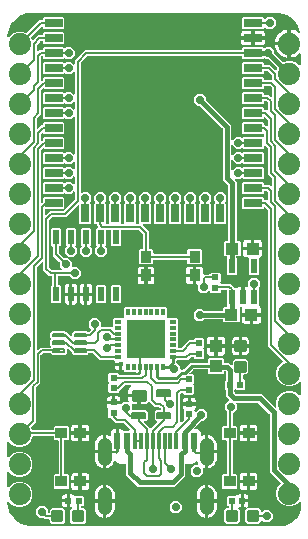
<source format=gbr>
G04 EAGLE Gerber RS-274X export*
G75*
%MOMM*%
%FSLAX34Y34*%
%LPD*%
%INTop Copper*%
%IPPOS*%
%AMOC8*
5,1,8,0,0,1.08239X$1,22.5*%
G01*
%ADD10C,1.879600*%
%ADD11R,0.300000X0.600000*%
%ADD12R,0.600000X0.300000*%
%ADD13R,3.300000X3.300000*%
%ADD14R,0.435000X0.435000*%
%ADD15R,0.550000X1.200000*%
%ADD16R,1.000000X0.900000*%
%ADD17R,0.900000X1.000000*%
%ADD18C,0.300000*%
%ADD19R,0.540000X0.600000*%
%ADD20R,1.100000X1.000000*%
%ADD21R,0.600000X0.540000*%
%ADD22R,1.000000X1.100000*%
%ADD23C,0.200000*%
%ADD24R,0.700000X1.500000*%
%ADD25R,1.500000X0.700000*%
%ADD26C,0.247500*%
%ADD27C,0.147500*%
%ADD28R,0.508000X1.270000*%
%ADD29R,0.600000X1.450000*%
%ADD30R,0.300000X1.450000*%
%ADD31C,1.158000*%
%ADD32C,0.152400*%
%ADD33C,0.706400*%
%ADD34C,0.406400*%
%ADD35C,0.254000*%

G36*
X231215Y107000D02*
X231215Y107000D01*
X231240Y107001D01*
X231331Y107035D01*
X231425Y107064D01*
X231445Y107078D01*
X231468Y107087D01*
X231544Y107149D01*
X231623Y107206D01*
X231638Y107226D01*
X231657Y107241D01*
X231708Y107324D01*
X231765Y107404D01*
X231773Y107428D01*
X231786Y107449D01*
X231808Y107544D01*
X231836Y107637D01*
X231836Y107662D01*
X231841Y107686D01*
X231832Y107783D01*
X231829Y107881D01*
X231819Y107913D01*
X231818Y107929D01*
X231807Y107952D01*
X231786Y108023D01*
X231647Y108357D01*
X231647Y112703D01*
X233310Y116717D01*
X236383Y119790D01*
X240397Y121453D01*
X244743Y121453D01*
X248757Y119790D01*
X250974Y117573D01*
X251034Y117530D01*
X251088Y117480D01*
X251132Y117459D01*
X251173Y117431D01*
X251243Y117409D01*
X251310Y117379D01*
X251359Y117374D01*
X251406Y117360D01*
X251479Y117362D01*
X251553Y117355D01*
X251601Y117366D01*
X251650Y117368D01*
X251719Y117394D01*
X251790Y117410D01*
X251832Y117436D01*
X251878Y117454D01*
X251935Y117500D01*
X251998Y117539D01*
X252029Y117577D01*
X252067Y117608D01*
X252106Y117671D01*
X252153Y117727D01*
X252170Y117773D01*
X252196Y117815D01*
X252213Y117887D01*
X252239Y117956D01*
X252246Y118029D01*
X252252Y118053D01*
X252250Y118070D01*
X252253Y118103D01*
X252253Y128357D01*
X252241Y128430D01*
X252239Y128503D01*
X252222Y128549D01*
X252214Y128598D01*
X252179Y128663D01*
X252153Y128732D01*
X252122Y128770D01*
X252099Y128813D01*
X252045Y128864D01*
X251998Y128920D01*
X251956Y128946D01*
X251921Y128980D01*
X251854Y129011D01*
X251791Y129049D01*
X251743Y129061D01*
X251698Y129081D01*
X251625Y129088D01*
X251554Y129105D01*
X251505Y129100D01*
X251455Y129105D01*
X251384Y129088D01*
X251311Y129081D01*
X251266Y129061D01*
X251218Y129050D01*
X251155Y129011D01*
X251088Y128981D01*
X251032Y128934D01*
X251010Y128921D01*
X251000Y128908D01*
X250974Y128887D01*
X248757Y126670D01*
X244743Y125007D01*
X240397Y125007D01*
X236383Y126670D01*
X233310Y129743D01*
X231647Y133757D01*
X231647Y138103D01*
X233310Y142117D01*
X236383Y145190D01*
X236688Y145316D01*
X236729Y145342D01*
X236775Y145359D01*
X236833Y145406D01*
X236895Y145445D01*
X236926Y145483D01*
X236964Y145514D01*
X237003Y145577D01*
X237050Y145634D01*
X237067Y145680D01*
X237093Y145721D01*
X237110Y145793D01*
X237136Y145862D01*
X237138Y145911D01*
X237149Y145959D01*
X237142Y146032D01*
X237144Y146106D01*
X237130Y146153D01*
X237125Y146202D01*
X237095Y146269D01*
X237073Y146339D01*
X237045Y146379D01*
X237025Y146424D01*
X236932Y146537D01*
X236931Y146538D01*
X224599Y158870D01*
X224599Y274234D01*
X224598Y274243D01*
X224598Y274244D01*
X224583Y274330D01*
X224574Y274427D01*
X224564Y274450D01*
X224560Y274475D01*
X224514Y274561D01*
X224473Y274649D01*
X224452Y274675D01*
X224445Y274690D01*
X224426Y274707D01*
X224380Y274764D01*
X222274Y276870D01*
X222214Y276912D01*
X222160Y276963D01*
X222116Y276983D01*
X222075Y277012D01*
X222005Y277033D01*
X221938Y277064D01*
X221889Y277068D01*
X221842Y277083D01*
X221769Y277080D01*
X221695Y277088D01*
X221647Y277076D01*
X221598Y277075D01*
X221529Y277049D01*
X221458Y277032D01*
X221416Y277006D01*
X221370Y276989D01*
X221313Y276942D01*
X221250Y276904D01*
X221219Y276866D01*
X221181Y276834D01*
X221142Y276772D01*
X221095Y276715D01*
X221078Y276669D01*
X221052Y276627D01*
X221035Y276556D01*
X221009Y276487D01*
X221002Y276414D01*
X220996Y276390D01*
X220998Y276373D01*
X220995Y276340D01*
X220995Y276303D01*
X220102Y275410D01*
X203838Y275410D01*
X202945Y276303D01*
X202945Y284567D01*
X203838Y285460D01*
X220102Y285460D01*
X220995Y284567D01*
X220995Y283709D01*
X220999Y283685D01*
X220996Y283660D01*
X221018Y283565D01*
X221034Y283468D01*
X221046Y283447D01*
X221052Y283423D01*
X221103Y283339D01*
X221149Y283253D01*
X221167Y283236D01*
X221180Y283215D01*
X221256Y283153D01*
X221327Y283086D01*
X221350Y283076D01*
X221369Y283060D01*
X221460Y283026D01*
X221550Y282985D01*
X221574Y282983D01*
X221597Y282974D01*
X221744Y282960D01*
X223327Y282960D01*
X223380Y282922D01*
X223434Y282871D01*
X223478Y282851D01*
X223518Y282822D01*
X223589Y282801D01*
X223656Y282770D01*
X223705Y282766D01*
X223752Y282751D01*
X223825Y282754D01*
X223899Y282746D01*
X223947Y282758D01*
X223996Y282759D01*
X224065Y282785D01*
X224136Y282802D01*
X224178Y282828D01*
X224224Y282845D01*
X224281Y282892D01*
X224344Y282930D01*
X224375Y282968D01*
X224413Y283000D01*
X224452Y283062D01*
X224499Y283119D01*
X224516Y283165D01*
X224542Y283207D01*
X224559Y283278D01*
X224585Y283347D01*
X224592Y283420D01*
X224598Y283444D01*
X224596Y283461D01*
X224599Y283494D01*
X224599Y289474D01*
X224583Y289570D01*
X224574Y289667D01*
X224564Y289690D01*
X224560Y289715D01*
X224514Y289801D01*
X224473Y289889D01*
X224452Y289915D01*
X224445Y289930D01*
X224426Y289947D01*
X224380Y290004D01*
X223993Y290391D01*
X223913Y290448D01*
X223838Y290510D01*
X223815Y290518D01*
X223794Y290533D01*
X223701Y290561D01*
X223610Y290596D01*
X223577Y290599D01*
X223561Y290604D01*
X223536Y290603D01*
X223463Y290610D01*
X221744Y290610D01*
X221720Y290606D01*
X221695Y290609D01*
X221600Y290587D01*
X221503Y290571D01*
X221482Y290559D01*
X221458Y290553D01*
X221374Y290502D01*
X221288Y290456D01*
X221271Y290438D01*
X221250Y290425D01*
X221188Y290349D01*
X221121Y290278D01*
X221111Y290255D01*
X221095Y290236D01*
X221061Y290145D01*
X221020Y290055D01*
X221018Y290031D01*
X221009Y290008D01*
X220995Y289861D01*
X220995Y289003D01*
X220102Y288110D01*
X203838Y288110D01*
X202945Y289003D01*
X202945Y297267D01*
X203838Y298160D01*
X220102Y298160D01*
X220995Y297267D01*
X220995Y296409D01*
X220999Y296385D01*
X220996Y296360D01*
X221018Y296265D01*
X221034Y296168D01*
X221046Y296147D01*
X221052Y296123D01*
X221103Y296039D01*
X221149Y295953D01*
X221167Y295936D01*
X221180Y295915D01*
X221256Y295853D01*
X221327Y295786D01*
X221350Y295776D01*
X221369Y295760D01*
X221460Y295726D01*
X221550Y295685D01*
X221574Y295683D01*
X221597Y295674D01*
X221744Y295660D01*
X225865Y295660D01*
X226844Y294680D01*
X226904Y294638D01*
X226958Y294587D01*
X227002Y294567D01*
X227043Y294538D01*
X227113Y294517D01*
X227180Y294486D01*
X227229Y294482D01*
X227276Y294467D01*
X227349Y294470D01*
X227423Y294462D01*
X227471Y294474D01*
X227520Y294475D01*
X227589Y294501D01*
X227660Y294518D01*
X227702Y294544D01*
X227748Y294561D01*
X227805Y294608D01*
X227868Y294646D01*
X227899Y294684D01*
X227937Y294716D01*
X227976Y294778D01*
X228023Y294835D01*
X228040Y294881D01*
X228066Y294923D01*
X228083Y294994D01*
X228109Y295063D01*
X228116Y295136D01*
X228122Y295160D01*
X228120Y295177D01*
X228123Y295210D01*
X228123Y300857D01*
X228107Y300953D01*
X228098Y301050D01*
X228088Y301073D01*
X228084Y301098D01*
X228038Y301184D01*
X227997Y301273D01*
X227976Y301298D01*
X227969Y301313D01*
X227950Y301330D01*
X227904Y301387D01*
X224599Y304691D01*
X224599Y326067D01*
X224583Y326164D01*
X224574Y326261D01*
X224564Y326283D01*
X224560Y326308D01*
X224514Y326394D01*
X224473Y326483D01*
X224452Y326509D01*
X224445Y326523D01*
X224426Y326540D01*
X224380Y326597D01*
X222274Y328703D01*
X222214Y328746D01*
X222160Y328796D01*
X222116Y328817D01*
X222075Y328845D01*
X222005Y328867D01*
X221938Y328897D01*
X221889Y328902D01*
X221842Y328916D01*
X221769Y328914D01*
X221695Y328921D01*
X221647Y328910D01*
X221598Y328908D01*
X221529Y328883D01*
X221458Y328866D01*
X221416Y328840D01*
X221370Y328822D01*
X221313Y328776D01*
X221250Y328737D01*
X221219Y328699D01*
X221181Y328668D01*
X221142Y328605D01*
X221095Y328549D01*
X221078Y328503D01*
X221052Y328461D01*
X221035Y328389D01*
X221009Y328320D01*
X221002Y328247D01*
X220996Y328223D01*
X220998Y328206D01*
X220995Y328173D01*
X220995Y327103D01*
X220102Y326210D01*
X203838Y326210D01*
X203090Y326959D01*
X203070Y326973D01*
X203054Y326992D01*
X202971Y327044D01*
X202891Y327101D01*
X202868Y327108D01*
X202847Y327121D01*
X202752Y327143D01*
X202658Y327172D01*
X202633Y327171D01*
X202610Y327177D01*
X202512Y327167D01*
X202414Y327164D01*
X202391Y327155D01*
X202367Y327153D01*
X202277Y327113D01*
X202186Y327078D01*
X202167Y327063D01*
X202144Y327053D01*
X202030Y326959D01*
X201485Y326413D01*
X197295Y326413D01*
X194701Y329008D01*
X194641Y329051D01*
X194587Y329101D01*
X194543Y329121D01*
X194502Y329150D01*
X194432Y329171D01*
X194365Y329202D01*
X194316Y329207D01*
X194269Y329221D01*
X194196Y329219D01*
X194122Y329226D01*
X194074Y329215D01*
X194025Y329213D01*
X193956Y329187D01*
X193885Y329171D01*
X193843Y329145D01*
X193797Y329127D01*
X193740Y329081D01*
X193677Y329042D01*
X193646Y329004D01*
X193608Y328973D01*
X193569Y328910D01*
X193522Y328853D01*
X193505Y328807D01*
X193479Y328765D01*
X193462Y328694D01*
X193436Y328625D01*
X193429Y328552D01*
X193423Y328528D01*
X193425Y328511D01*
X193422Y328478D01*
X193422Y321762D01*
X193434Y321689D01*
X193436Y321616D01*
X193453Y321570D01*
X193461Y321521D01*
X193496Y321456D01*
X193522Y321388D01*
X193553Y321349D01*
X193576Y321306D01*
X193630Y321256D01*
X193677Y321199D01*
X193719Y321173D01*
X193754Y321139D01*
X193821Y321109D01*
X193884Y321070D01*
X193932Y321059D01*
X193977Y321038D01*
X194050Y321031D01*
X194121Y321014D01*
X194170Y321019D01*
X194220Y321014D01*
X194291Y321031D01*
X194364Y321038D01*
X194409Y321058D01*
X194457Y321069D01*
X194520Y321108D01*
X194587Y321138D01*
X194643Y321185D01*
X194665Y321198D01*
X194675Y321211D01*
X194701Y321232D01*
X197295Y323827D01*
X201485Y323827D01*
X202265Y323046D01*
X202285Y323032D01*
X202301Y323013D01*
X202384Y322961D01*
X202464Y322904D01*
X202487Y322897D01*
X202508Y322884D01*
X202603Y322862D01*
X202697Y322833D01*
X202721Y322834D01*
X202745Y322828D01*
X202843Y322838D01*
X202941Y322841D01*
X202964Y322850D01*
X202988Y322852D01*
X203078Y322892D01*
X203169Y322927D01*
X203188Y322942D01*
X203211Y322952D01*
X203325Y323046D01*
X203838Y323560D01*
X220102Y323560D01*
X220995Y322667D01*
X220995Y314403D01*
X220102Y313510D01*
X203838Y313510D01*
X203090Y314259D01*
X203070Y314273D01*
X203054Y314292D01*
X202971Y314344D01*
X202891Y314401D01*
X202868Y314408D01*
X202847Y314421D01*
X202752Y314443D01*
X202658Y314472D01*
X202633Y314471D01*
X202610Y314477D01*
X202512Y314467D01*
X202414Y314464D01*
X202391Y314455D01*
X202367Y314453D01*
X202277Y314413D01*
X202186Y314378D01*
X202167Y314363D01*
X202144Y314353D01*
X202030Y314259D01*
X201485Y313713D01*
X197295Y313713D01*
X194701Y316308D01*
X194641Y316351D01*
X194587Y316401D01*
X194543Y316421D01*
X194502Y316450D01*
X194432Y316471D01*
X194365Y316502D01*
X194316Y316507D01*
X194269Y316521D01*
X194196Y316519D01*
X194122Y316526D01*
X194074Y316515D01*
X194025Y316513D01*
X193956Y316487D01*
X193885Y316471D01*
X193843Y316445D01*
X193797Y316427D01*
X193740Y316381D01*
X193677Y316342D01*
X193646Y316304D01*
X193608Y316273D01*
X193569Y316210D01*
X193522Y316153D01*
X193505Y316107D01*
X193479Y316065D01*
X193462Y315994D01*
X193436Y315925D01*
X193429Y315852D01*
X193423Y315828D01*
X193425Y315811D01*
X193422Y315778D01*
X193422Y309062D01*
X193434Y308989D01*
X193436Y308916D01*
X193453Y308870D01*
X193461Y308821D01*
X193496Y308756D01*
X193522Y308688D01*
X193553Y308649D01*
X193576Y308606D01*
X193630Y308556D01*
X193677Y308499D01*
X193719Y308473D01*
X193754Y308439D01*
X193821Y308409D01*
X193884Y308370D01*
X193932Y308359D01*
X193977Y308338D01*
X194050Y308331D01*
X194121Y308314D01*
X194170Y308319D01*
X194220Y308314D01*
X194291Y308331D01*
X194364Y308338D01*
X194409Y308358D01*
X194457Y308369D01*
X194520Y308408D01*
X194587Y308438D01*
X194643Y308485D01*
X194665Y308498D01*
X194675Y308511D01*
X194701Y308532D01*
X197295Y311127D01*
X201485Y311127D01*
X202265Y310346D01*
X202285Y310332D01*
X202301Y310313D01*
X202384Y310261D01*
X202464Y310204D01*
X202487Y310197D01*
X202508Y310184D01*
X202603Y310162D01*
X202697Y310133D01*
X202721Y310134D01*
X202745Y310128D01*
X202843Y310138D01*
X202941Y310141D01*
X202964Y310150D01*
X202988Y310152D01*
X203078Y310192D01*
X203169Y310227D01*
X203188Y310242D01*
X203211Y310252D01*
X203325Y310346D01*
X203838Y310860D01*
X220102Y310860D01*
X220995Y309967D01*
X220995Y301703D01*
X220102Y300810D01*
X203838Y300810D01*
X203090Y301559D01*
X203070Y301573D01*
X203054Y301592D01*
X202971Y301644D01*
X202891Y301701D01*
X202868Y301708D01*
X202847Y301721D01*
X202752Y301743D01*
X202658Y301772D01*
X202633Y301771D01*
X202610Y301777D01*
X202512Y301767D01*
X202414Y301764D01*
X202391Y301755D01*
X202367Y301753D01*
X202277Y301713D01*
X202186Y301678D01*
X202167Y301663D01*
X202144Y301653D01*
X202030Y301559D01*
X201485Y301013D01*
X197316Y301013D01*
X197243Y301001D01*
X197170Y300999D01*
X197124Y300982D01*
X197075Y300974D01*
X197010Y300939D01*
X196941Y300913D01*
X196903Y300882D01*
X196860Y300859D01*
X196809Y300805D01*
X196753Y300758D01*
X196726Y300716D01*
X196693Y300681D01*
X196662Y300614D01*
X196624Y300551D01*
X196612Y300503D01*
X196592Y300458D01*
X196585Y300385D01*
X196568Y300314D01*
X196573Y300265D01*
X196568Y300215D01*
X196585Y300144D01*
X196592Y300071D01*
X196612Y300026D01*
X196623Y299978D01*
X196662Y299915D01*
X196692Y299848D01*
X196739Y299792D01*
X196752Y299770D01*
X196765Y299760D01*
X196786Y299734D01*
X198097Y298423D01*
X198097Y249004D01*
X198101Y248980D01*
X198098Y248955D01*
X198120Y248860D01*
X198136Y248763D01*
X198148Y248742D01*
X198154Y248718D01*
X198205Y248634D01*
X198251Y248548D01*
X198269Y248531D01*
X198282Y248510D01*
X198358Y248448D01*
X198429Y248381D01*
X198452Y248371D01*
X198471Y248355D01*
X198562Y248321D01*
X198652Y248280D01*
X198676Y248278D01*
X198699Y248269D01*
X198846Y248255D01*
X200672Y248255D01*
X201565Y247362D01*
X201565Y236098D01*
X200672Y235205D01*
X198191Y235205D01*
X198167Y235201D01*
X198142Y235204D01*
X198069Y235187D01*
X198045Y235186D01*
X198023Y235178D01*
X197950Y235166D01*
X197929Y235154D01*
X197905Y235148D01*
X197842Y235110D01*
X197817Y235100D01*
X197796Y235083D01*
X197735Y235051D01*
X197718Y235033D01*
X197697Y235020D01*
X197653Y234966D01*
X197628Y234945D01*
X197611Y234919D01*
X197568Y234873D01*
X197558Y234850D01*
X197542Y234831D01*
X197520Y234772D01*
X197499Y234738D01*
X197490Y234701D01*
X197467Y234650D01*
X197465Y234626D01*
X197456Y234603D01*
X197448Y234521D01*
X197443Y234501D01*
X197445Y234487D01*
X197442Y234456D01*
X197442Y234451D01*
X197445Y234429D01*
X197443Y234407D01*
X197459Y234339D01*
X197467Y234258D01*
X197477Y234235D01*
X197481Y234210D01*
X197495Y234185D01*
X197499Y234170D01*
X197529Y234121D01*
X197568Y234035D01*
X197589Y234010D01*
X197596Y233995D01*
X197615Y233978D01*
X197627Y233963D01*
X197627Y233962D01*
X197661Y233921D01*
X198160Y233423D01*
X198160Y220159D01*
X197267Y219266D01*
X190503Y219266D01*
X189610Y220159D01*
X189610Y233423D01*
X190109Y233921D01*
X190166Y234001D01*
X190169Y234004D01*
X190202Y234040D01*
X190207Y234050D01*
X190228Y234076D01*
X190236Y234099D01*
X190251Y234119D01*
X190277Y234205D01*
X190303Y234262D01*
X190304Y234279D01*
X190314Y234304D01*
X190317Y234337D01*
X190322Y234353D01*
X190321Y234378D01*
X190328Y234451D01*
X190328Y234456D01*
X190324Y234480D01*
X190327Y234505D01*
X190315Y234553D01*
X190314Y234597D01*
X190298Y234639D01*
X190289Y234697D01*
X190277Y234718D01*
X190271Y234742D01*
X190241Y234792D01*
X190228Y234825D01*
X190205Y234854D01*
X190174Y234912D01*
X190156Y234929D01*
X190143Y234950D01*
X190092Y234991D01*
X190073Y235014D01*
X190048Y235030D01*
X189996Y235079D01*
X189973Y235089D01*
X189954Y235105D01*
X189887Y235130D01*
X189866Y235143D01*
X189841Y235149D01*
X189773Y235180D01*
X189749Y235182D01*
X189726Y235191D01*
X189579Y235205D01*
X188408Y235205D01*
X187515Y236098D01*
X187515Y247362D01*
X188408Y248255D01*
X190234Y248255D01*
X190258Y248259D01*
X190283Y248256D01*
X190378Y248278D01*
X190475Y248294D01*
X190496Y248306D01*
X190520Y248312D01*
X190604Y248363D01*
X190690Y248409D01*
X190707Y248427D01*
X190728Y248440D01*
X190790Y248516D01*
X190857Y248587D01*
X190867Y248610D01*
X190883Y248629D01*
X190917Y248720D01*
X190958Y248810D01*
X190960Y248834D01*
X190969Y248857D01*
X190983Y249004D01*
X190983Y295166D01*
X190974Y295222D01*
X190974Y295225D01*
X190967Y295263D01*
X190958Y295360D01*
X190948Y295382D01*
X190944Y295407D01*
X190922Y295448D01*
X190919Y295460D01*
X190895Y295498D01*
X190857Y295582D01*
X190836Y295608D01*
X190829Y295622D01*
X190810Y295639D01*
X190799Y295653D01*
X190790Y295667D01*
X190782Y295675D01*
X190764Y295696D01*
X186308Y300152D01*
X186308Y343021D01*
X186292Y343118D01*
X186283Y343215D01*
X186273Y343237D01*
X186269Y343262D01*
X186223Y343348D01*
X186182Y343437D01*
X186161Y343463D01*
X186154Y343477D01*
X186135Y343494D01*
X186089Y343551D01*
X167251Y362389D01*
X167172Y362446D01*
X167097Y362508D01*
X167073Y362516D01*
X167053Y362531D01*
X166960Y362559D01*
X166868Y362594D01*
X166835Y362597D01*
X166819Y362602D01*
X166795Y362601D01*
X166721Y362608D01*
X164910Y362608D01*
X161948Y365570D01*
X161948Y369760D01*
X164910Y372722D01*
X169100Y372722D01*
X172062Y369760D01*
X172062Y367949D01*
X172078Y367852D01*
X172087Y367755D01*
X172097Y367733D01*
X172101Y367708D01*
X172147Y367622D01*
X172188Y367533D01*
X172209Y367507D01*
X172216Y367493D01*
X172235Y367476D01*
X172281Y367419D01*
X191119Y348581D01*
X193422Y346278D01*
X193422Y334462D01*
X193434Y334389D01*
X193436Y334316D01*
X193453Y334270D01*
X193461Y334221D01*
X193496Y334156D01*
X193522Y334088D01*
X193553Y334049D01*
X193576Y334006D01*
X193630Y333956D01*
X193677Y333899D01*
X193719Y333873D01*
X193754Y333839D01*
X193821Y333809D01*
X193884Y333770D01*
X193932Y333759D01*
X193977Y333738D01*
X194050Y333731D01*
X194121Y333714D01*
X194170Y333719D01*
X194220Y333714D01*
X194291Y333731D01*
X194364Y333738D01*
X194409Y333758D01*
X194457Y333769D01*
X194520Y333808D01*
X194587Y333838D01*
X194643Y333885D01*
X194665Y333898D01*
X194675Y333911D01*
X194701Y333932D01*
X197295Y336527D01*
X201485Y336527D01*
X202265Y335746D01*
X202285Y335732D01*
X202301Y335713D01*
X202384Y335661D01*
X202464Y335604D01*
X202487Y335597D01*
X202508Y335584D01*
X202603Y335562D01*
X202697Y335533D01*
X202721Y335534D01*
X202745Y335528D01*
X202843Y335538D01*
X202941Y335541D01*
X202964Y335550D01*
X202988Y335552D01*
X203078Y335592D01*
X203169Y335627D01*
X203188Y335642D01*
X203211Y335652D01*
X203325Y335746D01*
X203838Y336260D01*
X220326Y336260D01*
X220350Y336264D01*
X220375Y336261D01*
X220470Y336283D01*
X220567Y336299D01*
X220588Y336311D01*
X220612Y336317D01*
X220696Y336368D01*
X220782Y336414D01*
X220799Y336432D01*
X220820Y336445D01*
X220882Y336521D01*
X220949Y336592D01*
X220959Y336615D01*
X220975Y336634D01*
X221009Y336725D01*
X221050Y336815D01*
X221052Y336839D01*
X221061Y336862D01*
X221075Y337009D01*
X221075Y338161D01*
X221071Y338185D01*
X221074Y338210D01*
X221052Y338305D01*
X221036Y338402D01*
X221024Y338423D01*
X221018Y338447D01*
X220967Y338531D01*
X220921Y338617D01*
X220903Y338634D01*
X220890Y338655D01*
X220814Y338717D01*
X220743Y338784D01*
X220720Y338794D01*
X220701Y338810D01*
X220610Y338844D01*
X220520Y338885D01*
X220496Y338887D01*
X220473Y338896D01*
X220326Y338910D01*
X203838Y338910D01*
X202945Y339803D01*
X202945Y348067D01*
X203838Y348960D01*
X220102Y348960D01*
X220995Y348067D01*
X220995Y347209D01*
X220999Y347185D01*
X220996Y347160D01*
X221018Y347065D01*
X221034Y346968D01*
X221046Y346947D01*
X221052Y346923D01*
X221103Y346839D01*
X221149Y346753D01*
X221167Y346736D01*
X221180Y346715D01*
X221256Y346653D01*
X221327Y346586D01*
X221350Y346576D01*
X221369Y346560D01*
X221460Y346526D01*
X221550Y346485D01*
X221574Y346483D01*
X221597Y346474D01*
X221744Y346460D01*
X222341Y346460D01*
X223320Y345480D01*
X223380Y345438D01*
X223434Y345387D01*
X223478Y345367D01*
X223519Y345338D01*
X223589Y345317D01*
X223656Y345286D01*
X223705Y345282D01*
X223752Y345267D01*
X223825Y345270D01*
X223899Y345262D01*
X223947Y345274D01*
X223996Y345275D01*
X224065Y345301D01*
X224136Y345318D01*
X224178Y345344D01*
X224224Y345361D01*
X224281Y345408D01*
X224344Y345446D01*
X224375Y345484D01*
X224413Y345516D01*
X224452Y345578D01*
X224499Y345635D01*
X224516Y345681D01*
X224542Y345723D01*
X224559Y345794D01*
X224585Y345863D01*
X224592Y345936D01*
X224598Y345960D01*
X224596Y345977D01*
X224599Y346010D01*
X224599Y350434D01*
X224583Y350530D01*
X224574Y350627D01*
X224564Y350650D01*
X224560Y350675D01*
X224514Y350761D01*
X224473Y350849D01*
X224452Y350875D01*
X224445Y350890D01*
X224426Y350907D01*
X224380Y350964D01*
X222274Y353070D01*
X222214Y353112D01*
X222160Y353163D01*
X222116Y353183D01*
X222075Y353212D01*
X222005Y353233D01*
X221938Y353264D01*
X221889Y353268D01*
X221842Y353283D01*
X221769Y353280D01*
X221695Y353288D01*
X221647Y353276D01*
X221598Y353275D01*
X221529Y353249D01*
X221458Y353232D01*
X221416Y353206D01*
X221370Y353189D01*
X221313Y353142D01*
X221250Y353104D01*
X221219Y353066D01*
X221181Y353034D01*
X221142Y352972D01*
X221095Y352915D01*
X221078Y352869D01*
X221052Y352827D01*
X221035Y352756D01*
X221009Y352687D01*
X221002Y352614D01*
X220996Y352590D01*
X220998Y352573D01*
X220995Y352540D01*
X220995Y352503D01*
X220102Y351610D01*
X203838Y351610D01*
X202945Y352503D01*
X202945Y360767D01*
X203838Y361660D01*
X220102Y361660D01*
X220995Y360767D01*
X220995Y359909D01*
X220999Y359885D01*
X220996Y359860D01*
X221018Y359765D01*
X221034Y359668D01*
X221046Y359647D01*
X221052Y359623D01*
X221103Y359539D01*
X221149Y359453D01*
X221167Y359436D01*
X221180Y359415D01*
X221256Y359353D01*
X221327Y359286D01*
X221350Y359276D01*
X221369Y359260D01*
X221460Y359226D01*
X221550Y359185D01*
X221574Y359183D01*
X221597Y359174D01*
X221744Y359160D01*
X223327Y359160D01*
X223380Y359122D01*
X223434Y359071D01*
X223478Y359051D01*
X223518Y359022D01*
X223589Y359001D01*
X223656Y358970D01*
X223705Y358966D01*
X223752Y358951D01*
X223825Y358954D01*
X223899Y358946D01*
X223947Y358958D01*
X223996Y358959D01*
X224065Y358985D01*
X224136Y359002D01*
X224178Y359028D01*
X224224Y359045D01*
X224281Y359092D01*
X224344Y359130D01*
X224375Y359168D01*
X224413Y359200D01*
X224452Y359262D01*
X224499Y359319D01*
X224516Y359365D01*
X224542Y359407D01*
X224559Y359478D01*
X224585Y359547D01*
X224592Y359620D01*
X224598Y359644D01*
X224596Y359661D01*
X224599Y359694D01*
X224599Y365039D01*
X224583Y365135D01*
X224574Y365232D01*
X224564Y365255D01*
X224560Y365280D01*
X224514Y365366D01*
X224473Y365454D01*
X224452Y365480D01*
X224445Y365495D01*
X224426Y365512D01*
X224380Y365569D01*
X223358Y366591D01*
X223278Y366648D01*
X223203Y366710D01*
X223180Y366718D01*
X223159Y366733D01*
X223066Y366761D01*
X222975Y366796D01*
X222942Y366799D01*
X222926Y366804D01*
X222901Y366803D01*
X222828Y366810D01*
X221744Y366810D01*
X221720Y366806D01*
X221695Y366809D01*
X221600Y366787D01*
X221503Y366771D01*
X221482Y366759D01*
X221458Y366753D01*
X221374Y366702D01*
X221288Y366656D01*
X221271Y366638D01*
X221250Y366625D01*
X221188Y366549D01*
X221121Y366478D01*
X221111Y366455D01*
X221095Y366436D01*
X221061Y366345D01*
X221020Y366255D01*
X221018Y366231D01*
X221009Y366208D01*
X220995Y366061D01*
X220995Y365203D01*
X220102Y364310D01*
X203838Y364310D01*
X202945Y365203D01*
X202945Y373467D01*
X203838Y374360D01*
X220102Y374360D01*
X220995Y373467D01*
X220995Y372609D01*
X220999Y372585D01*
X220996Y372560D01*
X221018Y372465D01*
X221034Y372368D01*
X221046Y372347D01*
X221052Y372323D01*
X221103Y372239D01*
X221149Y372153D01*
X221167Y372136D01*
X221180Y372115D01*
X221256Y372053D01*
X221327Y371986D01*
X221350Y371976D01*
X221369Y371960D01*
X221460Y371926D01*
X221550Y371885D01*
X221574Y371883D01*
X221597Y371874D01*
X221744Y371860D01*
X225230Y371860D01*
X226844Y370245D01*
X226904Y370203D01*
X226958Y370152D01*
X227002Y370132D01*
X227043Y370103D01*
X227113Y370082D01*
X227180Y370051D01*
X227229Y370047D01*
X227276Y370032D01*
X227349Y370035D01*
X227423Y370027D01*
X227471Y370039D01*
X227520Y370040D01*
X227589Y370066D01*
X227660Y370083D01*
X227702Y370109D01*
X227748Y370126D01*
X227805Y370173D01*
X227868Y370211D01*
X227899Y370249D01*
X227937Y370281D01*
X227976Y370343D01*
X228023Y370400D01*
X228040Y370446D01*
X228066Y370488D01*
X228083Y370559D01*
X228109Y370628D01*
X228116Y370701D01*
X228122Y370725D01*
X228120Y370742D01*
X228123Y370775D01*
X228123Y377596D01*
X228120Y377618D01*
X228122Y377640D01*
X228106Y377708D01*
X228098Y377789D01*
X228088Y377812D01*
X228084Y377837D01*
X228070Y377862D01*
X228066Y377878D01*
X228035Y377928D01*
X227997Y378011D01*
X227976Y378037D01*
X227969Y378052D01*
X227950Y378069D01*
X227940Y378082D01*
X227938Y378085D01*
X227936Y378086D01*
X227904Y378126D01*
X226739Y379291D01*
X226659Y379348D01*
X226584Y379410D01*
X226561Y379418D01*
X226540Y379433D01*
X226447Y379461D01*
X226356Y379496D01*
X226323Y379499D01*
X226307Y379504D01*
X226282Y379503D01*
X226209Y379510D01*
X221744Y379510D01*
X221720Y379506D01*
X221695Y379509D01*
X221600Y379487D01*
X221503Y379471D01*
X221482Y379459D01*
X221458Y379453D01*
X221374Y379402D01*
X221288Y379356D01*
X221271Y379338D01*
X221250Y379325D01*
X221188Y379249D01*
X221121Y379178D01*
X221111Y379155D01*
X221095Y379136D01*
X221061Y379045D01*
X221020Y378955D01*
X221018Y378931D01*
X221009Y378908D01*
X220995Y378761D01*
X220995Y377903D01*
X220102Y377010D01*
X203838Y377010D01*
X202945Y377903D01*
X202945Y386167D01*
X203838Y387060D01*
X220102Y387060D01*
X220995Y386167D01*
X220995Y385309D01*
X220999Y385285D01*
X220996Y385260D01*
X221018Y385165D01*
X221034Y385068D01*
X221046Y385047D01*
X221052Y385023D01*
X221103Y384939D01*
X221149Y384853D01*
X221167Y384836D01*
X221180Y384815D01*
X221256Y384753D01*
X221327Y384686D01*
X221350Y384676D01*
X221369Y384660D01*
X221460Y384626D01*
X221550Y384585D01*
X221574Y384583D01*
X221597Y384574D01*
X221744Y384560D01*
X227374Y384560D01*
X227398Y384564D01*
X227423Y384561D01*
X227518Y384583D01*
X227615Y384599D01*
X227636Y384611D01*
X227660Y384617D01*
X227744Y384668D01*
X227830Y384714D01*
X227847Y384732D01*
X227868Y384745D01*
X227930Y384821D01*
X227997Y384892D01*
X228007Y384915D01*
X228023Y384934D01*
X228057Y385025D01*
X228098Y385115D01*
X228100Y385139D01*
X228109Y385162D01*
X228123Y385309D01*
X228123Y387899D01*
X228107Y387995D01*
X228098Y388092D01*
X228088Y388115D01*
X228084Y388140D01*
X228038Y388226D01*
X227997Y388314D01*
X227976Y388340D01*
X227969Y388355D01*
X227950Y388372D01*
X227904Y388429D01*
X224342Y391991D01*
X224262Y392048D01*
X224187Y392110D01*
X224164Y392118D01*
X224143Y392133D01*
X224050Y392161D01*
X223959Y392196D01*
X223926Y392199D01*
X223910Y392204D01*
X223885Y392203D01*
X223812Y392210D01*
X221744Y392210D01*
X221720Y392206D01*
X221695Y392209D01*
X221600Y392187D01*
X221503Y392171D01*
X221482Y392159D01*
X221458Y392153D01*
X221374Y392102D01*
X221288Y392056D01*
X221271Y392038D01*
X221250Y392025D01*
X221188Y391949D01*
X221121Y391878D01*
X221111Y391855D01*
X221095Y391836D01*
X221061Y391745D01*
X221020Y391655D01*
X221018Y391631D01*
X221009Y391608D01*
X220995Y391461D01*
X220995Y390603D01*
X220102Y389710D01*
X203838Y389710D01*
X202945Y390603D01*
X202945Y398867D01*
X203838Y399760D01*
X220102Y399760D01*
X220995Y398867D01*
X220995Y398009D01*
X220999Y397985D01*
X220996Y397960D01*
X221018Y397865D01*
X221034Y397768D01*
X221046Y397747D01*
X221052Y397723D01*
X221103Y397639D01*
X221149Y397553D01*
X221167Y397536D01*
X221180Y397515D01*
X221256Y397453D01*
X221327Y397386D01*
X221350Y397376D01*
X221369Y397360D01*
X221460Y397326D01*
X221550Y397285D01*
X221574Y397283D01*
X221597Y397274D01*
X221744Y397260D01*
X226214Y397260D01*
X230773Y392700D01*
X230813Y392671D01*
X230847Y392636D01*
X230912Y392601D01*
X230972Y392558D01*
X231019Y392544D01*
X231062Y392521D01*
X231135Y392508D01*
X231205Y392487D01*
X231254Y392489D01*
X231303Y392481D01*
X231375Y392493D01*
X231449Y392495D01*
X231495Y392512D01*
X231543Y392520D01*
X231608Y392555D01*
X231678Y392581D01*
X231715Y392612D01*
X231759Y392635D01*
X231809Y392689D01*
X231866Y392736D01*
X231892Y392777D01*
X231926Y392813D01*
X231995Y392942D01*
X231995Y392943D01*
X232534Y394242D01*
X232560Y394358D01*
X232589Y394479D01*
X232589Y394480D01*
X232578Y394590D01*
X232565Y394722D01*
X232565Y394723D01*
X232523Y394816D01*
X232465Y394945D01*
X232464Y394945D01*
X232464Y394946D01*
X232371Y395059D01*
X225036Y402394D01*
X224957Y402451D01*
X224882Y402513D01*
X224858Y402521D01*
X224838Y402536D01*
X224745Y402564D01*
X224653Y402599D01*
X224620Y402602D01*
X224604Y402607D01*
X224579Y402606D01*
X224506Y402613D01*
X222695Y402613D01*
X222030Y403279D01*
X222010Y403293D01*
X221994Y403312D01*
X221911Y403364D01*
X221831Y403421D01*
X221808Y403428D01*
X221787Y403441D01*
X221692Y403463D01*
X221598Y403492D01*
X221573Y403491D01*
X221550Y403497D01*
X221452Y403487D01*
X221354Y403484D01*
X221331Y403475D01*
X221307Y403473D01*
X221217Y403433D01*
X221126Y403398D01*
X221107Y403383D01*
X221084Y403373D01*
X220970Y403279D01*
X220102Y402410D01*
X203838Y402410D01*
X202945Y403303D01*
X202945Y404161D01*
X202941Y404185D01*
X202944Y404210D01*
X202922Y404305D01*
X202906Y404402D01*
X202894Y404423D01*
X202888Y404447D01*
X202837Y404531D01*
X202791Y404617D01*
X202773Y404634D01*
X202760Y404655D01*
X202684Y404717D01*
X202613Y404784D01*
X202590Y404794D01*
X202571Y404810D01*
X202480Y404844D01*
X202390Y404885D01*
X202366Y404887D01*
X202343Y404896D01*
X202196Y404910D01*
X72241Y404910D01*
X72145Y404894D01*
X72048Y404885D01*
X72025Y404875D01*
X72000Y404871D01*
X71914Y404825D01*
X71826Y404784D01*
X71800Y404763D01*
X71785Y404756D01*
X71768Y404737D01*
X71711Y404691D01*
X66244Y399224D01*
X66187Y399144D01*
X66125Y399069D01*
X66117Y399046D01*
X66102Y399025D01*
X66074Y398932D01*
X66039Y398841D01*
X66036Y398808D01*
X66031Y398792D01*
X66032Y398767D01*
X66025Y398694D01*
X66025Y289615D01*
X66037Y289542D01*
X66039Y289469D01*
X66056Y289423D01*
X66064Y289374D01*
X66099Y289309D01*
X66125Y289241D01*
X66156Y289202D01*
X66179Y289159D01*
X66233Y289109D01*
X66280Y289052D01*
X66322Y289026D01*
X66357Y288992D01*
X66424Y288962D01*
X66487Y288923D01*
X66535Y288912D01*
X66580Y288891D01*
X66653Y288884D01*
X66724Y288867D01*
X66773Y288872D01*
X66823Y288867D01*
X66894Y288884D01*
X66967Y288891D01*
X67012Y288911D01*
X67060Y288922D01*
X67123Y288961D01*
X67190Y288991D01*
X67246Y289038D01*
X67268Y289051D01*
X67278Y289064D01*
X67304Y289085D01*
X67755Y289537D01*
X71945Y289537D01*
X74907Y286575D01*
X74907Y282385D01*
X74006Y281485D01*
X73992Y281465D01*
X73973Y281449D01*
X73921Y281366D01*
X73864Y281286D01*
X73857Y281263D01*
X73844Y281242D01*
X73822Y281147D01*
X73793Y281053D01*
X73794Y281028D01*
X73788Y281005D01*
X73798Y280907D01*
X73801Y280809D01*
X73810Y280786D01*
X73812Y280762D01*
X73852Y280672D01*
X73887Y280581D01*
X73902Y280562D01*
X73912Y280539D01*
X73985Y280450D01*
X73989Y280445D01*
X73993Y280442D01*
X74006Y280425D01*
X74755Y279677D01*
X74755Y263413D01*
X73862Y262520D01*
X65598Y262520D01*
X64705Y263413D01*
X64705Y277766D01*
X64693Y277838D01*
X64691Y277912D01*
X64674Y277958D01*
X64666Y278007D01*
X64631Y278071D01*
X64605Y278140D01*
X64574Y278178D01*
X64551Y278222D01*
X64497Y278272D01*
X64450Y278329D01*
X64409Y278355D01*
X64373Y278389D01*
X64306Y278419D01*
X64243Y278458D01*
X64195Y278469D01*
X64150Y278490D01*
X64077Y278497D01*
X64006Y278514D01*
X63957Y278509D01*
X63907Y278514D01*
X63836Y278497D01*
X63763Y278490D01*
X63718Y278470D01*
X63670Y278458D01*
X63607Y278420D01*
X63540Y278389D01*
X63484Y278343D01*
X63462Y278330D01*
X63452Y278317D01*
X63426Y278296D01*
X53751Y268620D01*
X42631Y268620D01*
X42535Y268604D01*
X42438Y268595D01*
X42415Y268585D01*
X42390Y268581D01*
X42304Y268535D01*
X42216Y268494D01*
X42190Y268473D01*
X42175Y268466D01*
X42158Y268447D01*
X42101Y268401D01*
X39528Y265828D01*
X39471Y265748D01*
X39409Y265673D01*
X39401Y265650D01*
X39386Y265629D01*
X39358Y265536D01*
X39323Y265445D01*
X39320Y265412D01*
X39315Y265396D01*
X39316Y265371D01*
X39309Y265298D01*
X39309Y226192D01*
X39325Y226096D01*
X39334Y225999D01*
X39344Y225976D01*
X39348Y225952D01*
X39394Y225865D01*
X39434Y225777D01*
X39455Y225751D01*
X39463Y225736D01*
X39481Y225719D01*
X39528Y225662D01*
X41466Y223724D01*
X41546Y223667D01*
X41621Y223605D01*
X41644Y223597D01*
X41665Y223582D01*
X41758Y223554D01*
X41849Y223519D01*
X41882Y223516D01*
X41898Y223511D01*
X41923Y223512D01*
X41996Y223505D01*
X49475Y223505D01*
X49548Y223517D01*
X49621Y223519D01*
X49667Y223536D01*
X49716Y223544D01*
X49781Y223579D01*
X49849Y223605D01*
X49888Y223636D01*
X49931Y223659D01*
X49981Y223713D01*
X50038Y223760D01*
X50064Y223802D01*
X50098Y223837D01*
X50128Y223904D01*
X50167Y223967D01*
X50178Y224015D01*
X50199Y224060D01*
X50206Y224133D01*
X50223Y224204D01*
X50218Y224253D01*
X50223Y224303D01*
X50206Y224374D01*
X50199Y224447D01*
X50179Y224492D01*
X50168Y224540D01*
X50129Y224603D01*
X50099Y224670D01*
X50052Y224726D01*
X50039Y224748D01*
X50026Y224758D01*
X50005Y224784D01*
X48283Y226505D01*
X48283Y229776D01*
X48267Y229872D01*
X48258Y229969D01*
X48248Y229992D01*
X48244Y230017D01*
X48198Y230103D01*
X48157Y230191D01*
X48136Y230217D01*
X48129Y230232D01*
X48110Y230249D01*
X48064Y230306D01*
X42560Y235809D01*
X42560Y242836D01*
X42556Y242860D01*
X42559Y242885D01*
X42537Y242980D01*
X42521Y243077D01*
X42509Y243098D01*
X42503Y243122D01*
X42452Y243206D01*
X42406Y243292D01*
X42388Y243309D01*
X42375Y243330D01*
X42299Y243392D01*
X42228Y243459D01*
X42205Y243469D01*
X42186Y243485D01*
X42095Y243519D01*
X42005Y243560D01*
X41981Y243562D01*
X41958Y243571D01*
X41925Y243574D01*
X41020Y244478D01*
X41020Y258442D01*
X41913Y259335D01*
X48257Y259335D01*
X49150Y258442D01*
X49150Y244478D01*
X48238Y243567D01*
X48215Y243562D01*
X48118Y243546D01*
X48097Y243534D01*
X48073Y243528D01*
X47989Y243477D01*
X47903Y243431D01*
X47886Y243413D01*
X47865Y243400D01*
X47803Y243324D01*
X47736Y243253D01*
X47726Y243230D01*
X47710Y243211D01*
X47676Y243120D01*
X47635Y243030D01*
X47633Y243006D01*
X47624Y242983D01*
X47610Y242836D01*
X47610Y238211D01*
X47612Y238194D01*
X47611Y238182D01*
X47622Y238135D01*
X47626Y238115D01*
X47635Y238018D01*
X47645Y237995D01*
X47649Y237970D01*
X47695Y237884D01*
X47736Y237796D01*
X47757Y237770D01*
X47764Y237755D01*
X47783Y237738D01*
X47829Y237681D01*
X51634Y233876D01*
X51714Y233819D01*
X51789Y233757D01*
X51812Y233749D01*
X51833Y233734D01*
X51926Y233706D01*
X52017Y233671D01*
X52050Y233668D01*
X52066Y233663D01*
X52091Y233664D01*
X52164Y233657D01*
X55198Y233657D01*
X55271Y233669D01*
X55344Y233671D01*
X55390Y233688D01*
X55401Y233690D01*
X58397Y230695D01*
X58397Y226786D01*
X58401Y226762D01*
X58398Y226737D01*
X58420Y226642D01*
X58436Y226545D01*
X58448Y226524D01*
X58454Y226500D01*
X58505Y226416D01*
X58551Y226330D01*
X58569Y226313D01*
X58582Y226292D01*
X58658Y226230D01*
X58729Y226163D01*
X58752Y226153D01*
X58771Y226137D01*
X58862Y226103D01*
X58952Y226062D01*
X58976Y226060D01*
X58999Y226051D01*
X59146Y226037D01*
X63055Y226037D01*
X66017Y223075D01*
X66017Y218885D01*
X63055Y215923D01*
X58865Y215923D01*
X56553Y218236D01*
X56473Y218293D01*
X56398Y218355D01*
X56375Y218363D01*
X56355Y218378D01*
X56261Y218406D01*
X56170Y218441D01*
X56137Y218444D01*
X56121Y218449D01*
X56096Y218448D01*
X56023Y218455D01*
X47724Y218455D01*
X47700Y218451D01*
X47675Y218454D01*
X47580Y218432D01*
X47483Y218416D01*
X47462Y218404D01*
X47438Y218398D01*
X47354Y218347D01*
X47268Y218301D01*
X47251Y218283D01*
X47230Y218270D01*
X47168Y218194D01*
X47101Y218123D01*
X47091Y218100D01*
X47075Y218081D01*
X47041Y217990D01*
X47000Y217900D01*
X46998Y217876D01*
X46989Y217853D01*
X46975Y217706D01*
X46975Y211824D01*
X46979Y211800D01*
X46976Y211775D01*
X46998Y211680D01*
X47014Y211583D01*
X47026Y211562D01*
X47032Y211538D01*
X47083Y211454D01*
X47129Y211368D01*
X47147Y211351D01*
X47160Y211330D01*
X47236Y211268D01*
X47307Y211201D01*
X47330Y211191D01*
X47349Y211175D01*
X47440Y211141D01*
X47530Y211100D01*
X47554Y211098D01*
X47577Y211089D01*
X47724Y211075D01*
X48257Y211075D01*
X49150Y210182D01*
X49150Y196218D01*
X48257Y195325D01*
X41913Y195325D01*
X41020Y196218D01*
X41020Y210182D01*
X41706Y210867D01*
X41763Y210947D01*
X41825Y211022D01*
X41833Y211045D01*
X41848Y211065D01*
X41876Y211159D01*
X41911Y211250D01*
X41914Y211283D01*
X41919Y211299D01*
X41918Y211324D01*
X41925Y211397D01*
X41925Y217706D01*
X41921Y217730D01*
X41924Y217755D01*
X41902Y217850D01*
X41886Y217947D01*
X41874Y217968D01*
X41868Y217992D01*
X41817Y218076D01*
X41771Y218162D01*
X41753Y218179D01*
X41740Y218200D01*
X41664Y218262D01*
X41593Y218329D01*
X41570Y218339D01*
X41551Y218355D01*
X41460Y218389D01*
X41370Y218430D01*
X41346Y218432D01*
X41323Y218441D01*
X41176Y218455D01*
X39594Y218455D01*
X34259Y223790D01*
X34259Y229485D01*
X34247Y229558D01*
X34245Y229631D01*
X34227Y229677D01*
X34219Y229726D01*
X34185Y229791D01*
X34159Y229859D01*
X34128Y229898D01*
X34104Y229941D01*
X34051Y229991D01*
X34004Y230048D01*
X33962Y230074D01*
X33926Y230108D01*
X33859Y230138D01*
X33797Y230177D01*
X33749Y230188D01*
X33704Y230209D01*
X33631Y230216D01*
X33560Y230233D01*
X33511Y230228D01*
X33461Y230233D01*
X33390Y230216D01*
X33317Y230209D01*
X33272Y230189D01*
X33224Y230178D01*
X33161Y230139D01*
X33094Y230109D01*
X33038Y230062D01*
X33016Y230049D01*
X33006Y230036D01*
X32980Y230015D01*
X28956Y225991D01*
X28907Y225922D01*
X28896Y225910D01*
X28893Y225904D01*
X28837Y225836D01*
X28829Y225813D01*
X28814Y225793D01*
X28786Y225699D01*
X28751Y225608D01*
X28748Y225575D01*
X28743Y225559D01*
X28744Y225534D01*
X28737Y225461D01*
X28737Y156334D01*
X28749Y156262D01*
X28751Y156188D01*
X28768Y156142D01*
X28776Y156094D01*
X28811Y156029D01*
X28837Y155960D01*
X28868Y155922D01*
X28891Y155878D01*
X28945Y155828D01*
X28991Y155771D01*
X29033Y155745D01*
X29069Y155712D01*
X29136Y155681D01*
X29199Y155642D01*
X29247Y155631D01*
X29292Y155611D01*
X29365Y155603D01*
X29436Y155587D01*
X29485Y155592D01*
X29534Y155587D01*
X29606Y155603D01*
X29679Y155610D01*
X29724Y155631D01*
X29772Y155642D01*
X29835Y155681D01*
X29901Y155711D01*
X29958Y155757D01*
X29979Y155771D01*
X29990Y155783D01*
X30016Y155805D01*
X30514Y156303D01*
X32073Y157862D01*
X40306Y157862D01*
X40402Y157878D01*
X40499Y157887D01*
X40522Y157897D01*
X40547Y157901D01*
X40633Y157947D01*
X40721Y157988D01*
X40747Y158009D01*
X40762Y158016D01*
X40779Y158035D01*
X40836Y158081D01*
X41040Y158285D01*
X41054Y158305D01*
X41073Y158321D01*
X41100Y158363D01*
X41128Y158394D01*
X41146Y158434D01*
X41182Y158484D01*
X41189Y158507D01*
X41202Y158528D01*
X41216Y158587D01*
X41229Y158616D01*
X41232Y158650D01*
X41253Y158717D01*
X41252Y158742D01*
X41257Y158765D01*
X41251Y158835D01*
X41253Y158859D01*
X41247Y158883D01*
X41245Y158961D01*
X41236Y158984D01*
X41234Y159008D01*
X41202Y159079D01*
X41198Y159097D01*
X41188Y159113D01*
X41159Y159189D01*
X41143Y159208D01*
X41133Y159231D01*
X41040Y159345D01*
X40365Y160019D01*
X40365Y164111D01*
X41040Y164785D01*
X41054Y164805D01*
X41073Y164821D01*
X41125Y164904D01*
X41182Y164984D01*
X41189Y165007D01*
X41202Y165028D01*
X41224Y165123D01*
X41253Y165217D01*
X41252Y165242D01*
X41257Y165265D01*
X41248Y165363D01*
X41245Y165461D01*
X41236Y165484D01*
X41234Y165508D01*
X41193Y165598D01*
X41159Y165689D01*
X41143Y165708D01*
X41133Y165731D01*
X41040Y165845D01*
X40365Y166519D01*
X40365Y170611D01*
X41844Y172090D01*
X52836Y172090D01*
X53616Y171309D01*
X53696Y171252D01*
X53771Y171190D01*
X53794Y171182D01*
X53815Y171167D01*
X53908Y171139D01*
X53999Y171104D01*
X54032Y171101D01*
X54048Y171096D01*
X54073Y171097D01*
X54090Y171095D01*
X57486Y167699D01*
X57546Y167656D01*
X57600Y167606D01*
X57644Y167586D01*
X57685Y167557D01*
X57755Y167536D01*
X57822Y167505D01*
X57871Y167501D01*
X57918Y167486D01*
X57991Y167489D01*
X58065Y167481D01*
X58113Y167493D01*
X58162Y167494D01*
X58231Y167520D01*
X58302Y167537D01*
X58344Y167563D01*
X58390Y167580D01*
X58447Y167627D01*
X58510Y167665D01*
X58541Y167703D01*
X58579Y167735D01*
X58618Y167797D01*
X58665Y167854D01*
X58682Y167900D01*
X58708Y167942D01*
X58725Y168013D01*
X58751Y168082D01*
X58758Y168155D01*
X58764Y168179D01*
X58762Y168196D01*
X58765Y168229D01*
X58765Y170611D01*
X60244Y172090D01*
X71236Y172090D01*
X72016Y171309D01*
X72096Y171252D01*
X72171Y171190D01*
X72194Y171182D01*
X72215Y171167D01*
X72308Y171139D01*
X72399Y171104D01*
X72432Y171101D01*
X72448Y171096D01*
X72473Y171097D01*
X72546Y171090D01*
X72594Y171090D01*
X72678Y171104D01*
X72692Y171104D01*
X72698Y171106D01*
X72787Y171115D01*
X72810Y171125D01*
X72835Y171129D01*
X72921Y171176D01*
X73009Y171216D01*
X73035Y171237D01*
X73050Y171244D01*
X73067Y171263D01*
X73124Y171309D01*
X74754Y172940D01*
X74769Y172960D01*
X74788Y172975D01*
X74839Y173059D01*
X74896Y173138D01*
X74904Y173162D01*
X74917Y173182D01*
X74939Y173278D01*
X74967Y173372D01*
X74967Y173396D01*
X74972Y173420D01*
X74963Y173517D01*
X74959Y173616D01*
X74951Y173638D01*
X74948Y173663D01*
X74908Y173752D01*
X74874Y173844D01*
X74858Y173863D01*
X74848Y173885D01*
X74754Y173999D01*
X73048Y175705D01*
X73048Y179895D01*
X76010Y182857D01*
X80200Y182857D01*
X83162Y179895D01*
X83162Y176335D01*
X83166Y176311D01*
X83163Y176286D01*
X83185Y176191D01*
X83201Y176094D01*
X83213Y176073D01*
X83219Y176049D01*
X83270Y175965D01*
X83316Y175879D01*
X83334Y175862D01*
X83347Y175841D01*
X83423Y175779D01*
X83494Y175712D01*
X83517Y175702D01*
X83536Y175686D01*
X83627Y175652D01*
X83717Y175611D01*
X83741Y175609D01*
X83764Y175600D01*
X83911Y175586D01*
X91819Y175586D01*
X92136Y175269D01*
X92196Y175226D01*
X92250Y175176D01*
X92294Y175155D01*
X92335Y175127D01*
X92405Y175105D01*
X92472Y175075D01*
X92521Y175070D01*
X92568Y175056D01*
X92641Y175058D01*
X92715Y175051D01*
X92763Y175062D01*
X92812Y175064D01*
X92881Y175089D01*
X92952Y175106D01*
X92994Y175132D01*
X93040Y175150D01*
X93097Y175196D01*
X93160Y175235D01*
X93191Y175273D01*
X93229Y175304D01*
X93268Y175367D01*
X93315Y175423D01*
X93332Y175469D01*
X93358Y175511D01*
X93375Y175583D01*
X93401Y175652D01*
X93408Y175725D01*
X93414Y175749D01*
X93412Y175766D01*
X93415Y175799D01*
X93415Y177011D01*
X93416Y177013D01*
X93439Y177109D01*
X93467Y177202D01*
X93466Y177227D01*
X93472Y177251D01*
X93462Y177348D01*
X93459Y177446D01*
X93450Y177469D01*
X93448Y177493D01*
X93415Y177566D01*
X93415Y181932D01*
X94308Y182825D01*
X101623Y182825D01*
X101640Y182812D01*
X101663Y182805D01*
X101684Y182792D01*
X101780Y182770D01*
X101873Y182741D01*
X101898Y182742D01*
X101922Y182737D01*
X102019Y182746D01*
X102117Y182749D01*
X102140Y182758D01*
X102165Y182760D01*
X102254Y182801D01*
X102346Y182835D01*
X102365Y182851D01*
X102387Y182861D01*
X102501Y182954D01*
X102786Y183239D01*
X102800Y183259D01*
X102819Y183274D01*
X102871Y183357D01*
X102928Y183437D01*
X102935Y183460D01*
X102948Y183481D01*
X102970Y183577D01*
X102999Y183670D01*
X102998Y183695D01*
X103003Y183719D01*
X102994Y183817D01*
X102991Y183914D01*
X102982Y183937D01*
X102980Y183962D01*
X102939Y184051D01*
X102915Y184115D01*
X102915Y191432D01*
X103808Y192325D01*
X108151Y192325D01*
X108153Y192324D01*
X108249Y192301D01*
X108342Y192273D01*
X108367Y192274D01*
X108391Y192268D01*
X108488Y192278D01*
X108586Y192281D01*
X108609Y192290D01*
X108633Y192292D01*
X108706Y192325D01*
X113151Y192325D01*
X113153Y192324D01*
X113249Y192301D01*
X113342Y192273D01*
X113367Y192274D01*
X113391Y192268D01*
X113488Y192278D01*
X113586Y192281D01*
X113609Y192290D01*
X113633Y192292D01*
X113706Y192325D01*
X118151Y192325D01*
X118153Y192324D01*
X118249Y192301D01*
X118342Y192273D01*
X118367Y192274D01*
X118391Y192268D01*
X118488Y192278D01*
X118586Y192281D01*
X118609Y192290D01*
X118633Y192292D01*
X118706Y192325D01*
X123151Y192325D01*
X123153Y192324D01*
X123249Y192301D01*
X123342Y192273D01*
X123367Y192274D01*
X123391Y192268D01*
X123488Y192278D01*
X123586Y192281D01*
X123609Y192290D01*
X123633Y192292D01*
X123706Y192325D01*
X128151Y192325D01*
X128153Y192324D01*
X128249Y192301D01*
X128342Y192273D01*
X128367Y192274D01*
X128391Y192268D01*
X128488Y192278D01*
X128586Y192281D01*
X128609Y192290D01*
X128633Y192292D01*
X128706Y192325D01*
X133151Y192325D01*
X133153Y192324D01*
X133249Y192301D01*
X133342Y192273D01*
X133367Y192274D01*
X133391Y192268D01*
X133488Y192278D01*
X133586Y192281D01*
X133609Y192290D01*
X133633Y192292D01*
X133706Y192325D01*
X138072Y192325D01*
X138965Y191432D01*
X138965Y184117D01*
X138952Y184100D01*
X138945Y184077D01*
X138932Y184056D01*
X138910Y183960D01*
X138881Y183867D01*
X138882Y183842D01*
X138877Y183818D01*
X138886Y183721D01*
X138889Y183623D01*
X138898Y183600D01*
X138900Y183575D01*
X138941Y183486D01*
X138975Y183394D01*
X138991Y183375D01*
X139001Y183353D01*
X139094Y183239D01*
X139379Y182954D01*
X139399Y182940D01*
X139414Y182921D01*
X139497Y182869D01*
X139577Y182812D01*
X139600Y182805D01*
X139621Y182792D01*
X139717Y182770D01*
X139810Y182741D01*
X139835Y182742D01*
X139859Y182737D01*
X139957Y182746D01*
X140054Y182749D01*
X140077Y182758D01*
X140102Y182760D01*
X140191Y182801D01*
X140255Y182825D01*
X147572Y182825D01*
X148465Y181932D01*
X148465Y177589D01*
X148464Y177587D01*
X148441Y177491D01*
X148413Y177398D01*
X148414Y177373D01*
X148408Y177349D01*
X148418Y177252D01*
X148421Y177154D01*
X148430Y177131D01*
X148432Y177107D01*
X148465Y177034D01*
X148465Y172589D01*
X148464Y172587D01*
X148448Y172519D01*
X148435Y172491D01*
X148432Y172462D01*
X148413Y172398D01*
X148414Y172373D01*
X148408Y172349D01*
X148415Y172283D01*
X148411Y172248D01*
X148419Y172215D01*
X148421Y172154D01*
X148430Y172131D01*
X148432Y172107D01*
X148457Y172051D01*
X148465Y172019D01*
X148465Y167589D01*
X148464Y167587D01*
X148441Y167491D01*
X148413Y167398D01*
X148414Y167373D01*
X148408Y167349D01*
X148418Y167252D01*
X148421Y167154D01*
X148430Y167131D01*
X148432Y167107D01*
X148465Y167034D01*
X148465Y162589D01*
X148464Y162587D01*
X148441Y162491D01*
X148413Y162398D01*
X148414Y162373D01*
X148408Y162349D01*
X148418Y162252D01*
X148421Y162154D01*
X148430Y162131D01*
X148432Y162107D01*
X148465Y162034D01*
X148465Y158074D01*
X148469Y158050D01*
X148466Y158025D01*
X148488Y157930D01*
X148504Y157833D01*
X148516Y157812D01*
X148522Y157788D01*
X148573Y157704D01*
X148619Y157618D01*
X148637Y157601D01*
X148650Y157580D01*
X148726Y157518D01*
X148797Y157451D01*
X148820Y157441D01*
X148839Y157425D01*
X148930Y157391D01*
X149020Y157350D01*
X149044Y157348D01*
X149067Y157339D01*
X149214Y157325D01*
X150904Y157325D01*
X151000Y157341D01*
X151097Y157350D01*
X151120Y157360D01*
X151145Y157364D01*
X151231Y157410D01*
X151319Y157451D01*
X151345Y157472D01*
X151360Y157479D01*
X151377Y157498D01*
X151434Y157544D01*
X157819Y163930D01*
X160826Y163930D01*
X160850Y163934D01*
X160875Y163931D01*
X160970Y163953D01*
X161067Y163969D01*
X161088Y163981D01*
X161112Y163987D01*
X161196Y164038D01*
X161282Y164084D01*
X161299Y164102D01*
X161320Y164115D01*
X161382Y164191D01*
X161449Y164262D01*
X161459Y164285D01*
X161475Y164304D01*
X161509Y164395D01*
X161550Y164485D01*
X161552Y164509D01*
X161561Y164532D01*
X161575Y164679D01*
X161575Y164737D01*
X162468Y165630D01*
X169732Y165630D01*
X170625Y164737D01*
X170625Y158073D01*
X170166Y157615D01*
X170152Y157595D01*
X170133Y157579D01*
X170081Y157496D01*
X170024Y157416D01*
X170017Y157393D01*
X170004Y157372D01*
X169982Y157277D01*
X169953Y157183D01*
X169954Y157159D01*
X169948Y157135D01*
X169958Y157037D01*
X169961Y156939D01*
X169970Y156916D01*
X169972Y156892D01*
X170012Y156802D01*
X170047Y156711D01*
X170062Y156692D01*
X170072Y156669D01*
X170166Y156555D01*
X170625Y156097D01*
X170625Y149433D01*
X169732Y148540D01*
X162468Y148540D01*
X161575Y149433D01*
X161575Y149491D01*
X161571Y149515D01*
X161574Y149540D01*
X161552Y149635D01*
X161536Y149732D01*
X161524Y149753D01*
X161518Y149777D01*
X161467Y149861D01*
X161421Y149947D01*
X161403Y149964D01*
X161390Y149985D01*
X161314Y150047D01*
X161243Y150114D01*
X161220Y150124D01*
X161201Y150140D01*
X161110Y150174D01*
X161020Y150215D01*
X160996Y150217D01*
X160973Y150226D01*
X160826Y150240D01*
X159836Y150240D01*
X159740Y150224D01*
X159643Y150215D01*
X159620Y150205D01*
X159595Y150201D01*
X159509Y150155D01*
X159421Y150114D01*
X159395Y150093D01*
X159380Y150086D01*
X159363Y150067D01*
X159306Y150021D01*
X156561Y147275D01*
X148382Y147275D01*
X148286Y147259D01*
X148189Y147250D01*
X148166Y147240D01*
X148141Y147236D01*
X148055Y147190D01*
X147966Y147149D01*
X147941Y147128D01*
X147926Y147121D01*
X147909Y147102D01*
X147852Y147056D01*
X147549Y146752D01*
X147545Y146752D01*
X147448Y146736D01*
X147427Y146724D01*
X147403Y146718D01*
X147319Y146667D01*
X147233Y146621D01*
X147216Y146603D01*
X147195Y146590D01*
X147133Y146514D01*
X147066Y146443D01*
X147056Y146420D01*
X147040Y146401D01*
X147006Y146310D01*
X146965Y146220D01*
X146963Y146196D01*
X146954Y146173D01*
X146940Y146026D01*
X146940Y145506D01*
X146944Y145482D01*
X146941Y145457D01*
X146963Y145362D01*
X146979Y145265D01*
X146991Y145244D01*
X146997Y145220D01*
X147048Y145136D01*
X147094Y145050D01*
X147112Y145033D01*
X147125Y145012D01*
X147201Y144950D01*
X147272Y144883D01*
X147295Y144873D01*
X147314Y144857D01*
X147405Y144823D01*
X147475Y144791D01*
X150472Y141795D01*
X150472Y140063D01*
X150475Y140045D01*
X150473Y140031D01*
X150474Y140026D01*
X150473Y140014D01*
X150495Y139919D01*
X150511Y139822D01*
X150523Y139801D01*
X150529Y139777D01*
X150580Y139693D01*
X150626Y139607D01*
X150644Y139590D01*
X150657Y139569D01*
X150733Y139507D01*
X150804Y139440D01*
X150827Y139430D01*
X150846Y139414D01*
X150937Y139380D01*
X151027Y139339D01*
X151051Y139337D01*
X151074Y139328D01*
X151221Y139314D01*
X152831Y139314D01*
X152927Y139330D01*
X153024Y139339D01*
X153047Y139349D01*
X153072Y139353D01*
X153158Y139399D01*
X153247Y139440D01*
X153272Y139461D01*
X153287Y139468D01*
X153301Y139484D01*
X153303Y139485D01*
X153308Y139490D01*
X153361Y139533D01*
X158782Y144955D01*
X173431Y144955D01*
X173455Y144959D01*
X173480Y144956D01*
X173575Y144978D01*
X173672Y144994D01*
X173693Y145006D01*
X173717Y145012D01*
X173801Y145063D01*
X173887Y145109D01*
X173904Y145127D01*
X173925Y145140D01*
X173987Y145216D01*
X174054Y145287D01*
X174064Y145310D01*
X174080Y145329D01*
X174114Y145420D01*
X174155Y145510D01*
X174157Y145534D01*
X174166Y145557D01*
X174180Y145704D01*
X174180Y148292D01*
X175073Y149185D01*
X186337Y149185D01*
X187230Y148292D01*
X187230Y145911D01*
X187234Y145887D01*
X187231Y145862D01*
X187253Y145767D01*
X187269Y145670D01*
X187281Y145649D01*
X187287Y145625D01*
X187338Y145541D01*
X187384Y145455D01*
X187402Y145438D01*
X187415Y145417D01*
X187491Y145355D01*
X187562Y145288D01*
X187585Y145278D01*
X187604Y145262D01*
X187695Y145228D01*
X187785Y145187D01*
X187809Y145185D01*
X187832Y145176D01*
X187979Y145162D01*
X191338Y145162D01*
X193491Y143009D01*
X193551Y142966D01*
X193605Y142916D01*
X193649Y142895D01*
X193690Y142867D01*
X193760Y142845D01*
X193827Y142815D01*
X193876Y142810D01*
X193923Y142796D01*
X193996Y142798D01*
X194070Y142791D01*
X194118Y142802D01*
X194167Y142804D01*
X194236Y142829D01*
X194307Y142846D01*
X194349Y142872D01*
X194395Y142889D01*
X194452Y142936D01*
X194515Y142975D01*
X194546Y143013D01*
X194584Y143044D01*
X194623Y143107D01*
X194670Y143163D01*
X194687Y143209D01*
X194713Y143251D01*
X194730Y143323D01*
X194756Y143392D01*
X194763Y143465D01*
X194769Y143489D01*
X194767Y143505D01*
X194770Y143539D01*
X194770Y146478D01*
X196542Y148250D01*
X206048Y148250D01*
X207820Y146478D01*
X207820Y136972D01*
X206048Y135200D01*
X204569Y135200D01*
X204545Y135196D01*
X204520Y135199D01*
X204425Y135177D01*
X204328Y135161D01*
X204307Y135149D01*
X204283Y135143D01*
X204199Y135092D01*
X204113Y135046D01*
X204096Y135028D01*
X204075Y135015D01*
X204013Y134939D01*
X203946Y134868D01*
X203936Y134845D01*
X203920Y134826D01*
X203886Y134735D01*
X203845Y134645D01*
X203843Y134621D01*
X203834Y134598D01*
X203820Y134451D01*
X203820Y131639D01*
X203824Y131615D01*
X203821Y131590D01*
X203843Y131495D01*
X203859Y131398D01*
X203871Y131377D01*
X203877Y131353D01*
X203928Y131269D01*
X203974Y131183D01*
X203992Y131166D01*
X204005Y131145D01*
X204081Y131083D01*
X204152Y131016D01*
X204175Y131006D01*
X204194Y130990D01*
X204285Y130956D01*
X204375Y130915D01*
X204399Y130913D01*
X204422Y130904D01*
X204494Y130897D01*
X205395Y129997D01*
X205395Y122733D01*
X204502Y121840D01*
X197838Y121840D01*
X197380Y122299D01*
X197360Y122313D01*
X197344Y122332D01*
X197261Y122384D01*
X197181Y122441D01*
X197158Y122448D01*
X197137Y122461D01*
X197042Y122483D01*
X196948Y122512D01*
X196924Y122511D01*
X196900Y122517D01*
X196802Y122507D01*
X196704Y122504D01*
X196681Y122495D01*
X196657Y122493D01*
X196567Y122453D01*
X196560Y122450D01*
X196550Y122448D01*
X196544Y122444D01*
X196476Y122418D01*
X196457Y122403D01*
X196434Y122393D01*
X196351Y122324D01*
X196342Y122319D01*
X196338Y122314D01*
X196320Y122299D01*
X196306Y122285D01*
X196296Y122271D01*
X196287Y122263D01*
X196262Y122223D01*
X196249Y122205D01*
X196187Y122130D01*
X196179Y122107D01*
X196164Y122087D01*
X196136Y121993D01*
X196101Y121902D01*
X196098Y121869D01*
X196093Y121853D01*
X196094Y121828D01*
X196087Y121755D01*
X196087Y120404D01*
X196103Y120307D01*
X196112Y120210D01*
X196122Y120188D01*
X196126Y120163D01*
X196172Y120077D01*
X196213Y119988D01*
X196234Y119962D01*
X196241Y119948D01*
X196260Y119931D01*
X196306Y119874D01*
X197469Y118711D01*
X197548Y118654D01*
X197623Y118592D01*
X197647Y118584D01*
X197667Y118569D01*
X197760Y118541D01*
X197852Y118506D01*
X197885Y118503D01*
X197901Y118498D01*
X197926Y118499D01*
X197999Y118492D01*
X219278Y118492D01*
X230564Y107206D01*
X230643Y107149D01*
X230719Y107087D01*
X230742Y107078D01*
X230762Y107064D01*
X230856Y107036D01*
X230947Y107001D01*
X230972Y107000D01*
X230996Y106993D01*
X231093Y106996D01*
X231191Y106993D01*
X231215Y107000D01*
G37*
G36*
X236077Y6716D02*
X236077Y6716D01*
X236150Y6717D01*
X238875Y6999D01*
X238898Y7005D01*
X238922Y7005D01*
X239065Y7044D01*
X244205Y9008D01*
X244254Y9037D01*
X244308Y9056D01*
X244376Y9104D01*
X244396Y9115D01*
X244405Y9124D01*
X244416Y9131D01*
X244420Y9136D01*
X244429Y9142D01*
X248587Y12745D01*
X248624Y12789D01*
X248667Y12826D01*
X248732Y12920D01*
X248743Y12933D01*
X248745Y12939D01*
X248751Y12947D01*
X251427Y17756D01*
X251435Y17778D01*
X251449Y17798D01*
X251499Y17938D01*
X252170Y20611D01*
X252172Y20634D01*
X252185Y20689D01*
X252246Y21124D01*
X252245Y21149D01*
X252253Y21228D01*
X252253Y26757D01*
X252241Y26830D01*
X252239Y26903D01*
X252222Y26949D01*
X252214Y26998D01*
X252179Y27063D01*
X252153Y27132D01*
X252122Y27170D01*
X252099Y27213D01*
X252045Y27264D01*
X251998Y27320D01*
X251956Y27346D01*
X251921Y27380D01*
X251854Y27411D01*
X251791Y27449D01*
X251743Y27461D01*
X251698Y27481D01*
X251625Y27488D01*
X251554Y27505D01*
X251505Y27500D01*
X251455Y27505D01*
X251384Y27488D01*
X251311Y27481D01*
X251266Y27461D01*
X251218Y27450D01*
X251155Y27411D01*
X251088Y27381D01*
X251032Y27334D01*
X251010Y27321D01*
X251000Y27308D01*
X250974Y27287D01*
X248757Y25070D01*
X244743Y23407D01*
X240397Y23407D01*
X236383Y25070D01*
X233310Y28143D01*
X231647Y32157D01*
X231647Y36503D01*
X233310Y40517D01*
X235342Y42549D01*
X235356Y42569D01*
X235375Y42584D01*
X235427Y42667D01*
X235484Y42747D01*
X235491Y42771D01*
X235504Y42791D01*
X235526Y42887D01*
X235555Y42981D01*
X235554Y43005D01*
X235560Y43029D01*
X235550Y43127D01*
X235547Y43225D01*
X235538Y43248D01*
X235536Y43272D01*
X235496Y43361D01*
X235461Y43453D01*
X235446Y43472D01*
X235435Y43494D01*
X235342Y43608D01*
X226059Y52891D01*
X226059Y101340D01*
X226043Y101437D01*
X226034Y101534D01*
X226024Y101556D01*
X226020Y101581D01*
X225974Y101667D01*
X225933Y101756D01*
X225912Y101782D01*
X225905Y101796D01*
X225886Y101813D01*
X225840Y101870D01*
X216551Y111159D01*
X216472Y111216D01*
X216397Y111278D01*
X216373Y111286D01*
X216353Y111301D01*
X216260Y111329D01*
X216168Y111364D01*
X216135Y111367D01*
X216119Y111372D01*
X216094Y111371D01*
X216021Y111378D01*
X198572Y111378D01*
X198499Y111366D01*
X198426Y111364D01*
X198380Y111347D01*
X198331Y111339D01*
X198266Y111304D01*
X198198Y111278D01*
X198159Y111247D01*
X198116Y111224D01*
X198066Y111170D01*
X198009Y111123D01*
X197983Y111081D01*
X197949Y111046D01*
X197919Y110979D01*
X197880Y110916D01*
X197869Y110868D01*
X197848Y110823D01*
X197841Y110750D01*
X197824Y110679D01*
X197829Y110630D01*
X197824Y110580D01*
X197841Y110509D01*
X197848Y110436D01*
X197868Y110391D01*
X197879Y110343D01*
X197918Y110280D01*
X197948Y110213D01*
X197995Y110157D01*
X198008Y110135D01*
X198021Y110125D01*
X198042Y110099D01*
X198097Y110045D01*
X198097Y105855D01*
X195029Y102787D01*
X195024Y102785D01*
X194938Y102739D01*
X194921Y102721D01*
X194900Y102708D01*
X194838Y102632D01*
X194771Y102561D01*
X194761Y102538D01*
X194745Y102519D01*
X194711Y102428D01*
X194670Y102338D01*
X194668Y102314D01*
X194659Y102291D01*
X194645Y102144D01*
X194645Y92304D01*
X194649Y92280D01*
X194646Y92255D01*
X194668Y92160D01*
X194684Y92063D01*
X194696Y92042D01*
X194702Y92018D01*
X194753Y91934D01*
X194799Y91848D01*
X194817Y91831D01*
X194830Y91810D01*
X194906Y91748D01*
X194977Y91681D01*
X195000Y91671D01*
X195019Y91655D01*
X195110Y91621D01*
X195200Y91580D01*
X195224Y91578D01*
X195247Y91569D01*
X195394Y91555D01*
X197752Y91555D01*
X198645Y90662D01*
X198645Y80398D01*
X197752Y79505D01*
X195394Y79505D01*
X195370Y79501D01*
X195345Y79504D01*
X195250Y79482D01*
X195153Y79466D01*
X195132Y79454D01*
X195108Y79448D01*
X195024Y79397D01*
X194938Y79351D01*
X194921Y79333D01*
X194900Y79320D01*
X194838Y79244D01*
X194771Y79173D01*
X194761Y79150D01*
X194745Y79131D01*
X194711Y79040D01*
X194670Y78950D01*
X194668Y78926D01*
X194659Y78903D01*
X194645Y78756D01*
X194645Y51304D01*
X194649Y51280D01*
X194646Y51255D01*
X194668Y51160D01*
X194684Y51063D01*
X194696Y51042D01*
X194702Y51018D01*
X194753Y50934D01*
X194799Y50848D01*
X194817Y50831D01*
X194830Y50810D01*
X194906Y50748D01*
X194977Y50681D01*
X195000Y50671D01*
X195019Y50655D01*
X195110Y50621D01*
X195200Y50580D01*
X195224Y50578D01*
X195247Y50569D01*
X195394Y50555D01*
X197752Y50555D01*
X198645Y49662D01*
X198645Y39398D01*
X197752Y38505D01*
X186488Y38505D01*
X185595Y39398D01*
X185595Y49662D01*
X186488Y50555D01*
X188846Y50555D01*
X188870Y50559D01*
X188895Y50556D01*
X188990Y50578D01*
X189087Y50594D01*
X189108Y50606D01*
X189132Y50612D01*
X189216Y50663D01*
X189302Y50709D01*
X189319Y50727D01*
X189340Y50740D01*
X189402Y50816D01*
X189469Y50887D01*
X189479Y50910D01*
X189495Y50929D01*
X189529Y51020D01*
X189570Y51110D01*
X189572Y51134D01*
X189581Y51157D01*
X189595Y51304D01*
X189595Y78756D01*
X189591Y78780D01*
X189594Y78805D01*
X189572Y78900D01*
X189556Y78997D01*
X189544Y79018D01*
X189538Y79042D01*
X189487Y79126D01*
X189441Y79212D01*
X189423Y79229D01*
X189410Y79250D01*
X189334Y79312D01*
X189263Y79379D01*
X189240Y79389D01*
X189221Y79405D01*
X189130Y79439D01*
X189040Y79480D01*
X189016Y79482D01*
X188993Y79491D01*
X188846Y79505D01*
X186488Y79505D01*
X185595Y80398D01*
X185595Y90662D01*
X186488Y91555D01*
X188846Y91555D01*
X188870Y91559D01*
X188895Y91556D01*
X188990Y91578D01*
X189087Y91594D01*
X189108Y91606D01*
X189132Y91612D01*
X189216Y91663D01*
X189302Y91709D01*
X189319Y91727D01*
X189340Y91740D01*
X189402Y91816D01*
X189469Y91887D01*
X189479Y91910D01*
X189495Y91929D01*
X189529Y92020D01*
X189570Y92110D01*
X189572Y92134D01*
X189581Y92157D01*
X189595Y92304D01*
X189595Y103933D01*
X189579Y104029D01*
X189570Y104126D01*
X189560Y104149D01*
X189556Y104174D01*
X189510Y104260D01*
X189469Y104349D01*
X189448Y104374D01*
X189441Y104389D01*
X189422Y104406D01*
X189376Y104463D01*
X187983Y105855D01*
X187983Y110045D01*
X190945Y113007D01*
X191304Y113007D01*
X191377Y113019D01*
X191450Y113021D01*
X191496Y113038D01*
X191545Y113046D01*
X191610Y113081D01*
X191679Y113107D01*
X191717Y113138D01*
X191760Y113161D01*
X191811Y113215D01*
X191867Y113262D01*
X191893Y113303D01*
X191927Y113339D01*
X191958Y113406D01*
X191996Y113469D01*
X192008Y113517D01*
X192028Y113562D01*
X192035Y113635D01*
X192052Y113706D01*
X192047Y113755D01*
X192052Y113805D01*
X192035Y113876D01*
X192028Y113949D01*
X192008Y113994D01*
X191997Y114042D01*
X191958Y114105D01*
X191928Y114172D01*
X191881Y114228D01*
X191868Y114250D01*
X191855Y114260D01*
X191834Y114286D01*
X188973Y117147D01*
X188973Y121755D01*
X188957Y121851D01*
X188948Y121948D01*
X188938Y121971D01*
X188934Y121996D01*
X188888Y122082D01*
X188847Y122171D01*
X188826Y122196D01*
X188819Y122211D01*
X188800Y122228D01*
X188754Y122285D01*
X188305Y122733D01*
X188305Y129997D01*
X188754Y130445D01*
X188811Y130524D01*
X188873Y130600D01*
X188881Y130623D01*
X188896Y130643D01*
X188924Y130737D01*
X188959Y130828D01*
X188962Y130861D01*
X188967Y130877D01*
X188966Y130902D01*
X188973Y130975D01*
X188973Y137156D01*
X188957Y137253D01*
X188948Y137350D01*
X188938Y137372D01*
X188934Y137397D01*
X188888Y137483D01*
X188847Y137572D01*
X188826Y137598D01*
X188819Y137612D01*
X188800Y137629D01*
X188754Y137686D01*
X188611Y137829D01*
X188532Y137886D01*
X188457Y137948D01*
X188433Y137956D01*
X188413Y137971D01*
X188320Y137999D01*
X188228Y138034D01*
X188195Y138037D01*
X188179Y138042D01*
X188154Y138041D01*
X188081Y138048D01*
X187979Y138048D01*
X187955Y138044D01*
X187930Y138047D01*
X187835Y138025D01*
X187738Y138009D01*
X187717Y137997D01*
X187693Y137991D01*
X187609Y137940D01*
X187523Y137894D01*
X187506Y137876D01*
X187485Y137863D01*
X187423Y137787D01*
X187356Y137716D01*
X187346Y137693D01*
X187330Y137674D01*
X187296Y137583D01*
X187255Y137493D01*
X187253Y137469D01*
X187244Y137446D01*
X187230Y137299D01*
X187230Y136028D01*
X186337Y135135D01*
X175073Y135135D01*
X174180Y136028D01*
X174180Y138616D01*
X174178Y138627D01*
X174179Y138629D01*
X174177Y138638D01*
X174176Y138640D01*
X174179Y138665D01*
X174157Y138760D01*
X174141Y138857D01*
X174129Y138878D01*
X174123Y138902D01*
X174072Y138986D01*
X174026Y139072D01*
X174008Y139089D01*
X173995Y139110D01*
X173919Y139172D01*
X173848Y139239D01*
X173825Y139249D01*
X173806Y139265D01*
X173715Y139299D01*
X173625Y139340D01*
X173601Y139342D01*
X173578Y139351D01*
X173431Y139365D01*
X161408Y139365D01*
X161312Y139349D01*
X161215Y139340D01*
X161192Y139330D01*
X161167Y139326D01*
X161081Y139280D01*
X160992Y139239D01*
X160967Y139218D01*
X160952Y139211D01*
X160935Y139192D01*
X160878Y139146D01*
X158261Y136529D01*
X158218Y136469D01*
X158168Y136415D01*
X158148Y136371D01*
X158119Y136330D01*
X158098Y136260D01*
X158067Y136193D01*
X158062Y136144D01*
X158048Y136097D01*
X158050Y136024D01*
X158043Y135950D01*
X158054Y135902D01*
X158056Y135853D01*
X158082Y135784D01*
X158098Y135713D01*
X158125Y135671D01*
X158142Y135625D01*
X158188Y135568D01*
X158227Y135505D01*
X158265Y135474D01*
X158297Y135436D01*
X158359Y135397D01*
X158416Y135350D01*
X158462Y135333D01*
X158504Y135307D01*
X158575Y135290D01*
X158644Y135264D01*
X158717Y135257D01*
X158741Y135251D01*
X158758Y135253D01*
X158791Y135250D01*
X161147Y135250D01*
X162040Y134357D01*
X162040Y127693D01*
X161581Y127235D01*
X161567Y127215D01*
X161548Y127199D01*
X161496Y127116D01*
X161439Y127036D01*
X161432Y127013D01*
X161419Y126992D01*
X161397Y126897D01*
X161368Y126803D01*
X161369Y126778D01*
X161363Y126755D01*
X161373Y126657D01*
X161376Y126559D01*
X161385Y126536D01*
X161387Y126512D01*
X161427Y126422D01*
X161462Y126331D01*
X161477Y126312D01*
X161487Y126289D01*
X161581Y126175D01*
X162040Y125717D01*
X162040Y119053D01*
X161147Y118160D01*
X153883Y118160D01*
X152990Y119053D01*
X152990Y119111D01*
X152987Y119131D01*
X152989Y119149D01*
X152988Y119152D01*
X152989Y119160D01*
X152967Y119255D01*
X152951Y119352D01*
X152939Y119373D01*
X152933Y119397D01*
X152882Y119481D01*
X152836Y119567D01*
X152818Y119584D01*
X152805Y119605D01*
X152729Y119667D01*
X152658Y119734D01*
X152635Y119744D01*
X152616Y119760D01*
X152525Y119794D01*
X152435Y119835D01*
X152411Y119837D01*
X152388Y119846D01*
X152241Y119860D01*
X151681Y119860D01*
X151585Y119844D01*
X151488Y119835D01*
X151465Y119825D01*
X151440Y119821D01*
X151354Y119774D01*
X151266Y119734D01*
X151240Y119713D01*
X151225Y119706D01*
X151216Y119695D01*
X151214Y119695D01*
X151205Y119685D01*
X151151Y119641D01*
X150405Y118895D01*
X150348Y118815D01*
X150286Y118740D01*
X150278Y118717D01*
X150263Y118696D01*
X150235Y118603D01*
X150220Y118565D01*
X150211Y118545D01*
X150211Y118540D01*
X150200Y118512D01*
X150197Y118479D01*
X150192Y118463D01*
X150193Y118438D01*
X150186Y118365D01*
X150186Y95240D01*
X150198Y95168D01*
X150200Y95094D01*
X150217Y95048D01*
X150225Y94999D01*
X150260Y94935D01*
X150286Y94866D01*
X150317Y94828D01*
X150340Y94784D01*
X150394Y94734D01*
X150441Y94677D01*
X150483Y94651D01*
X150518Y94617D01*
X150585Y94587D01*
X150648Y94548D01*
X150696Y94537D01*
X150741Y94516D01*
X150814Y94509D01*
X150885Y94492D01*
X150934Y94497D01*
X150984Y94492D01*
X151055Y94509D01*
X151128Y94516D01*
X151173Y94536D01*
X151221Y94548D01*
X151284Y94586D01*
X151351Y94617D01*
X151407Y94663D01*
X151429Y94676D01*
X151439Y94689D01*
X151465Y94710D01*
X153594Y96840D01*
X153609Y96860D01*
X153628Y96875D01*
X153663Y96931D01*
X153685Y96955D01*
X153698Y96985D01*
X153736Y97038D01*
X153744Y97062D01*
X153757Y97082D01*
X153771Y97146D01*
X153786Y97178D01*
X153789Y97212D01*
X153807Y97272D01*
X153807Y97296D01*
X153812Y97320D01*
X153806Y97382D01*
X153810Y97420D01*
X153801Y97457D01*
X153799Y97516D01*
X153791Y97538D01*
X153788Y97563D01*
X153764Y97616D01*
X153755Y97658D01*
X153732Y97694D01*
X153714Y97744D01*
X153698Y97763D01*
X153688Y97785D01*
X153638Y97847D01*
X153626Y97865D01*
X153614Y97875D01*
X153594Y97899D01*
X153315Y98178D01*
X153315Y105071D01*
X153299Y105168D01*
X153290Y105265D01*
X153280Y105287D01*
X153276Y105312D01*
X153230Y105398D01*
X153189Y105487D01*
X153168Y105512D01*
X153161Y105527D01*
X153142Y105544D01*
X153096Y105601D01*
X152807Y105890D01*
X152472Y106469D01*
X152299Y107116D01*
X152299Y108801D01*
X157240Y108801D01*
X157264Y108805D01*
X157288Y108802D01*
X157384Y108824D01*
X157481Y108840D01*
X157502Y108852D01*
X157526Y108858D01*
X157609Y108909D01*
X157696Y108955D01*
X157712Y108973D01*
X157733Y108986D01*
X157796Y109062D01*
X157838Y109108D01*
X157846Y109094D01*
X157864Y109077D01*
X157876Y109056D01*
X157952Y108994D01*
X158024Y108927D01*
X158046Y108917D01*
X158065Y108901D01*
X158157Y108867D01*
X158246Y108826D01*
X158270Y108824D01*
X158293Y108815D01*
X158440Y108801D01*
X163381Y108801D01*
X163381Y107116D01*
X163231Y106557D01*
X163208Y106469D01*
X162873Y105890D01*
X162584Y105601D01*
X162527Y105522D01*
X162465Y105446D01*
X162457Y105423D01*
X162442Y105403D01*
X162414Y105309D01*
X162379Y105218D01*
X162376Y105185D01*
X162371Y105169D01*
X162372Y105144D01*
X162365Y105071D01*
X162365Y104015D01*
X162377Y103942D01*
X162379Y103869D01*
X162396Y103823D01*
X162404Y103774D01*
X162439Y103709D01*
X162465Y103641D01*
X162496Y103602D01*
X162519Y103559D01*
X162573Y103509D01*
X162620Y103452D01*
X162662Y103426D01*
X162697Y103392D01*
X162764Y103362D01*
X162827Y103323D01*
X162875Y103312D01*
X162920Y103291D01*
X162993Y103284D01*
X163064Y103267D01*
X163113Y103272D01*
X163163Y103267D01*
X163234Y103284D01*
X163307Y103291D01*
X163352Y103311D01*
X163400Y103322D01*
X163463Y103361D01*
X163530Y103391D01*
X163586Y103438D01*
X163608Y103451D01*
X163618Y103464D01*
X163644Y103485D01*
X166180Y106022D01*
X170370Y106022D01*
X173332Y103060D01*
X173332Y98870D01*
X170370Y95908D01*
X168670Y95908D01*
X168573Y95892D01*
X168476Y95883D01*
X168454Y95873D01*
X168429Y95869D01*
X168343Y95823D01*
X168254Y95782D01*
X168228Y95761D01*
X168214Y95754D01*
X168197Y95735D01*
X168140Y95689D01*
X162411Y89960D01*
X162368Y89900D01*
X162318Y89846D01*
X162297Y89802D01*
X162269Y89761D01*
X162247Y89691D01*
X162217Y89624D01*
X162212Y89575D01*
X162198Y89528D01*
X162200Y89455D01*
X162193Y89381D01*
X162204Y89333D01*
X162206Y89284D01*
X162231Y89215D01*
X162248Y89144D01*
X162274Y89102D01*
X162291Y89056D01*
X162338Y88999D01*
X162377Y88936D01*
X162415Y88905D01*
X162446Y88867D01*
X162509Y88828D01*
X162565Y88781D01*
X162611Y88764D01*
X162653Y88738D01*
X162725Y88721D01*
X162794Y88695D01*
X162867Y88688D01*
X162891Y88682D01*
X162907Y88684D01*
X162941Y88681D01*
X165374Y88681D01*
X166021Y88508D01*
X166600Y88173D01*
X167073Y87700D01*
X167408Y87121D01*
X167581Y86474D01*
X167581Y83504D01*
X167613Y83305D01*
X167620Y83263D01*
X167714Y83089D01*
X167735Y83048D01*
X167850Y82940D01*
X167913Y82881D01*
X168021Y82832D01*
X168136Y82780D01*
X168272Y82767D01*
X168378Y82756D01*
X168379Y82756D01*
X168516Y82788D01*
X168616Y82811D01*
X168746Y82881D01*
X168794Y82913D01*
X170310Y83541D01*
X171241Y83726D01*
X171241Y70490D01*
X171245Y70466D01*
X171242Y70442D01*
X171265Y70346D01*
X171280Y70249D01*
X171292Y70228D01*
X171298Y70204D01*
X171349Y70121D01*
X171395Y70034D01*
X171413Y70017D01*
X171426Y69997D01*
X171502Y69934D01*
X171574Y69867D01*
X171596Y69857D01*
X171615Y69842D01*
X171706Y69807D01*
X171796Y69767D01*
X171820Y69764D01*
X171843Y69755D01*
X171990Y69741D01*
X172741Y69741D01*
X172741Y69739D01*
X171990Y69739D01*
X171966Y69735D01*
X171941Y69738D01*
X171846Y69715D01*
X171749Y69699D01*
X171728Y69688D01*
X171704Y69682D01*
X171620Y69631D01*
X171534Y69584D01*
X171517Y69567D01*
X171496Y69554D01*
X171434Y69478D01*
X171367Y69406D01*
X171357Y69384D01*
X171342Y69365D01*
X171307Y69273D01*
X171266Y69184D01*
X171264Y69160D01*
X171255Y69137D01*
X171241Y68990D01*
X171241Y55754D01*
X170417Y55918D01*
X170320Y55921D01*
X170222Y55931D01*
X170198Y55925D01*
X170173Y55926D01*
X170080Y55898D01*
X169985Y55876D01*
X169964Y55863D01*
X169940Y55855D01*
X169861Y55799D01*
X169777Y55747D01*
X169762Y55728D01*
X169741Y55713D01*
X169685Y55634D01*
X169622Y55558D01*
X169614Y55535D01*
X169599Y55515D01*
X169571Y55421D01*
X169536Y55330D01*
X169533Y55297D01*
X169528Y55281D01*
X169529Y55257D01*
X169522Y55183D01*
X169522Y51245D01*
X166560Y48283D01*
X162370Y48283D01*
X159408Y51245D01*
X159408Y55435D01*
X162370Y58397D01*
X165030Y58397D01*
X165188Y58423D01*
X165270Y58436D01*
X165409Y58510D01*
X165485Y58551D01*
X165486Y58551D01*
X165565Y58636D01*
X165652Y58729D01*
X165677Y58785D01*
X165753Y58951D01*
X165753Y58952D01*
X165767Y59092D01*
X165777Y59194D01*
X165777Y59195D01*
X165745Y59335D01*
X165722Y59432D01*
X165722Y59433D01*
X165653Y59562D01*
X165357Y60004D01*
X164729Y61520D01*
X164710Y61617D01*
X164701Y61640D01*
X164699Y61665D01*
X164659Y61754D01*
X164624Y61846D01*
X164609Y61865D01*
X164598Y61887D01*
X164531Y61959D01*
X164469Y62034D01*
X164448Y62047D01*
X164432Y62065D01*
X164345Y62112D01*
X164262Y62163D01*
X164238Y62169D01*
X164216Y62181D01*
X164120Y62197D01*
X164025Y62219D01*
X164000Y62216D01*
X163976Y62220D01*
X163879Y62205D01*
X163782Y62195D01*
X163759Y62185D01*
X163735Y62181D01*
X163649Y62135D01*
X163559Y62094D01*
X163541Y62078D01*
X163520Y62066D01*
X163453Y61995D01*
X163381Y61928D01*
X163370Y61906D01*
X163353Y61888D01*
X163283Y61758D01*
X163103Y61324D01*
X161556Y59777D01*
X159534Y58939D01*
X157346Y58939D01*
X155501Y59704D01*
X155453Y59715D01*
X155408Y59735D01*
X155335Y59742D01*
X155263Y59759D01*
X155214Y59754D01*
X155165Y59759D01*
X155094Y59742D01*
X155020Y59735D01*
X154976Y59715D01*
X154928Y59704D01*
X154865Y59665D01*
X154798Y59634D01*
X154762Y59601D01*
X154720Y59575D01*
X154674Y59518D01*
X154620Y59468D01*
X154597Y59425D01*
X154565Y59387D01*
X154539Y59318D01*
X154505Y59253D01*
X154497Y59204D01*
X154479Y59158D01*
X154465Y59013D01*
X154465Y59012D01*
X154465Y59011D01*
X154465Y49105D01*
X145618Y40258D01*
X114732Y40258D01*
X104615Y50375D01*
X104615Y59011D01*
X104607Y59060D01*
X104609Y59109D01*
X104588Y59179D01*
X104576Y59252D01*
X104552Y59295D01*
X104538Y59342D01*
X104495Y59402D01*
X104461Y59467D01*
X104425Y59501D01*
X104396Y59541D01*
X104336Y59584D01*
X104283Y59634D01*
X104238Y59654D01*
X104198Y59683D01*
X104128Y59704D01*
X104060Y59735D01*
X104011Y59740D01*
X103965Y59754D01*
X103891Y59752D01*
X103817Y59759D01*
X103770Y59748D01*
X103721Y59746D01*
X103581Y59704D01*
X103580Y59704D01*
X103579Y59704D01*
X101734Y58939D01*
X99546Y58939D01*
X97524Y59777D01*
X95977Y61324D01*
X95797Y61758D01*
X95784Y61779D01*
X95777Y61802D01*
X95720Y61882D01*
X95668Y61965D01*
X95649Y61981D01*
X95635Y62001D01*
X95555Y62058D01*
X95480Y62120D01*
X95456Y62129D01*
X95436Y62143D01*
X95343Y62171D01*
X95251Y62206D01*
X95227Y62207D01*
X95203Y62214D01*
X95105Y62211D01*
X95007Y62214D01*
X94984Y62207D01*
X94959Y62206D01*
X94868Y62172D01*
X94774Y62143D01*
X94754Y62129D01*
X94731Y62120D01*
X94655Y62058D01*
X94575Y62001D01*
X94561Y61981D01*
X94542Y61966D01*
X94490Y61883D01*
X94433Y61803D01*
X94426Y61780D01*
X94413Y61759D01*
X94370Y61617D01*
X94351Y61520D01*
X93723Y60004D01*
X93437Y59577D01*
X93437Y59576D01*
X92937Y58828D01*
X92936Y58827D01*
X92811Y58640D01*
X91650Y57479D01*
X90286Y56567D01*
X88770Y55939D01*
X87839Y55754D01*
X87839Y68990D01*
X87835Y69014D01*
X87838Y69038D01*
X87815Y69134D01*
X87799Y69231D01*
X87788Y69252D01*
X87782Y69276D01*
X87731Y69359D01*
X87684Y69446D01*
X87667Y69463D01*
X87654Y69483D01*
X87578Y69546D01*
X87506Y69613D01*
X87484Y69623D01*
X87465Y69638D01*
X87374Y69673D01*
X87284Y69713D01*
X87260Y69716D01*
X87237Y69725D01*
X87090Y69739D01*
X86339Y69739D01*
X86339Y69741D01*
X87090Y69741D01*
X87114Y69745D01*
X87138Y69742D01*
X87234Y69765D01*
X87331Y69781D01*
X87352Y69792D01*
X87376Y69798D01*
X87460Y69849D01*
X87546Y69896D01*
X87563Y69913D01*
X87583Y69926D01*
X87646Y70002D01*
X87713Y70074D01*
X87723Y70096D01*
X87738Y70115D01*
X87773Y70207D01*
X87814Y70296D01*
X87816Y70320D01*
X87825Y70343D01*
X87839Y70490D01*
X87839Y83726D01*
X88770Y83541D01*
X90286Y82913D01*
X90333Y82881D01*
X90334Y82881D01*
X90448Y82829D01*
X90556Y82780D01*
X90614Y82774D01*
X90799Y82756D01*
X90844Y82767D01*
X91036Y82811D01*
X91103Y82853D01*
X91244Y82940D01*
X91332Y83048D01*
X91386Y83113D01*
X91399Y83129D01*
X91443Y83246D01*
X91485Y83357D01*
X91499Y83504D01*
X91499Y86474D01*
X91556Y86688D01*
X91557Y86688D01*
X91672Y87121D01*
X92007Y87700D01*
X92480Y88173D01*
X93059Y88508D01*
X93706Y88681D01*
X95541Y88681D01*
X95541Y79640D01*
X95545Y79616D01*
X95542Y79592D01*
X95565Y79496D01*
X95581Y79399D01*
X95592Y79378D01*
X95598Y79354D01*
X95649Y79271D01*
X95696Y79184D01*
X95713Y79167D01*
X95726Y79147D01*
X95802Y79084D01*
X95874Y79017D01*
X95896Y79007D01*
X95915Y78992D01*
X96006Y78957D01*
X96096Y78916D01*
X96120Y78914D01*
X96143Y78905D01*
X96290Y78891D01*
X97790Y78891D01*
X97814Y78895D01*
X97838Y78892D01*
X97934Y78915D01*
X98031Y78931D01*
X98052Y78942D01*
X98076Y78948D01*
X98159Y78999D01*
X98246Y79046D01*
X98263Y79063D01*
X98283Y79076D01*
X98346Y79152D01*
X98413Y79224D01*
X98423Y79246D01*
X98438Y79265D01*
X98473Y79356D01*
X98514Y79446D01*
X98516Y79470D01*
X98525Y79493D01*
X98539Y79640D01*
X98539Y88681D01*
X100374Y88681D01*
X101021Y88508D01*
X101600Y88173D01*
X101889Y87884D01*
X101968Y87827D01*
X102044Y87765D01*
X102067Y87757D01*
X102087Y87742D01*
X102181Y87714D01*
X102272Y87679D01*
X102305Y87676D01*
X102321Y87671D01*
X102346Y87672D01*
X102419Y87665D01*
X106981Y87665D01*
X107053Y87677D01*
X107127Y87679D01*
X107173Y87696D01*
X107222Y87704D01*
X107286Y87739D01*
X107355Y87765D01*
X107393Y87796D01*
X107437Y87819D01*
X107487Y87873D01*
X107544Y87920D01*
X107570Y87961D01*
X107604Y87997D01*
X107634Y88064D01*
X107673Y88127D01*
X107684Y88175D01*
X107705Y88220D01*
X107712Y88293D01*
X107729Y88364D01*
X107724Y88413D01*
X107729Y88463D01*
X107712Y88534D01*
X107705Y88607D01*
X107685Y88652D01*
X107673Y88700D01*
X107635Y88763D01*
X107604Y88830D01*
X107558Y88886D01*
X107545Y88908D01*
X107532Y88918D01*
X107511Y88944D01*
X102679Y93776D01*
X102599Y93833D01*
X102524Y93895D01*
X102501Y93903D01*
X102480Y93918D01*
X102387Y93946D01*
X102296Y93981D01*
X102263Y93984D01*
X102247Y93989D01*
X102222Y93988D01*
X102149Y93995D01*
X95474Y93995D01*
X91462Y98007D01*
X91456Y98047D01*
X91444Y98068D01*
X91438Y98092D01*
X91387Y98176D01*
X91341Y98262D01*
X91323Y98279D01*
X91310Y98300D01*
X91234Y98362D01*
X91163Y98429D01*
X91140Y98439D01*
X91121Y98455D01*
X91030Y98489D01*
X90940Y98530D01*
X90916Y98532D01*
X90893Y98541D01*
X90746Y98555D01*
X90388Y98555D01*
X89495Y99448D01*
X89495Y106341D01*
X89479Y106438D01*
X89470Y106534D01*
X89460Y106557D01*
X89456Y106582D01*
X89410Y106668D01*
X89369Y106757D01*
X89348Y106782D01*
X89341Y106797D01*
X89322Y106814D01*
X89289Y106855D01*
X89288Y106856D01*
X89287Y106857D01*
X89276Y106871D01*
X88987Y107160D01*
X88652Y107739D01*
X88479Y108386D01*
X88479Y110071D01*
X93420Y110071D01*
X93444Y110075D01*
X93468Y110072D01*
X93564Y110094D01*
X93661Y110110D01*
X93682Y110122D01*
X93706Y110128D01*
X93789Y110179D01*
X93876Y110225D01*
X93892Y110243D01*
X93913Y110256D01*
X93976Y110332D01*
X94018Y110378D01*
X94026Y110364D01*
X94044Y110347D01*
X94056Y110326D01*
X94132Y110264D01*
X94204Y110197D01*
X94226Y110187D01*
X94245Y110171D01*
X94337Y110137D01*
X94426Y110096D01*
X94450Y110094D01*
X94473Y110085D01*
X94620Y110071D01*
X100069Y110071D01*
X100165Y110087D01*
X100262Y110096D01*
X100285Y110106D01*
X100310Y110110D01*
X100396Y110156D01*
X100485Y110197D01*
X100510Y110218D01*
X100525Y110225D01*
X100542Y110244D01*
X100599Y110290D01*
X102045Y111737D01*
X105867Y111737D01*
X106017Y111762D01*
X106107Y111776D01*
X106108Y111776D01*
X106222Y111837D01*
X106323Y111891D01*
X106406Y111980D01*
X106490Y112069D01*
X106528Y112155D01*
X106591Y112291D01*
X106591Y112292D01*
X106605Y112437D01*
X106615Y112534D01*
X106615Y112535D01*
X106614Y112535D01*
X106591Y112680D01*
X106439Y113245D01*
X106439Y115956D01*
X113681Y115956D01*
X113681Y109964D01*
X109816Y109964D01*
X109743Y109952D01*
X109670Y109950D01*
X109624Y109933D01*
X109575Y109925D01*
X109510Y109890D01*
X109441Y109864D01*
X109403Y109833D01*
X109360Y109810D01*
X109310Y109756D01*
X109253Y109709D01*
X109227Y109668D01*
X109193Y109632D01*
X109163Y109565D01*
X109124Y109502D01*
X109113Y109454D01*
X109092Y109409D01*
X109085Y109336D01*
X109068Y109265D01*
X109073Y109216D01*
X109068Y109166D01*
X109085Y109095D01*
X109092Y109022D01*
X109112Y108977D01*
X109123Y108929D01*
X109162Y108866D01*
X109192Y108799D01*
X109197Y108794D01*
X109197Y105479D01*
X109201Y105455D01*
X109198Y105430D01*
X109220Y105335D01*
X109236Y105238D01*
X109248Y105217D01*
X109254Y105193D01*
X109305Y105109D01*
X109351Y105023D01*
X109369Y105006D01*
X109382Y104985D01*
X109458Y104923D01*
X109529Y104856D01*
X109552Y104846D01*
X109571Y104830D01*
X109662Y104796D01*
X109752Y104755D01*
X109776Y104753D01*
X109799Y104744D01*
X109946Y104730D01*
X121580Y104730D01*
X122905Y103405D01*
X122905Y97105D01*
X121580Y95780D01*
X120419Y95780D01*
X120347Y95768D01*
X120273Y95766D01*
X120227Y95749D01*
X120178Y95741D01*
X120114Y95706D01*
X120045Y95680D01*
X120007Y95649D01*
X119963Y95626D01*
X119913Y95572D01*
X119856Y95525D01*
X119830Y95484D01*
X119796Y95448D01*
X119766Y95381D01*
X119727Y95318D01*
X119716Y95270D01*
X119695Y95225D01*
X119688Y95152D01*
X119671Y95081D01*
X119676Y95032D01*
X119671Y94982D01*
X119688Y94911D01*
X119695Y94838D01*
X119715Y94793D01*
X119727Y94745D01*
X119765Y94682D01*
X119796Y94615D01*
X119842Y94559D01*
X119855Y94537D01*
X119868Y94527D01*
X119889Y94501D01*
X124565Y89825D01*
X124585Y89811D01*
X124601Y89792D01*
X124684Y89740D01*
X124764Y89683D01*
X124787Y89676D01*
X124808Y89663D01*
X124903Y89641D01*
X124997Y89612D01*
X125022Y89613D01*
X125045Y89608D01*
X125143Y89617D01*
X125241Y89620D01*
X125264Y89629D01*
X125288Y89631D01*
X125378Y89672D01*
X125469Y89706D01*
X125488Y89722D01*
X125511Y89732D01*
X125625Y89825D01*
X126213Y90414D01*
X126214Y90414D01*
X130301Y94501D01*
X130344Y94561D01*
X130394Y94615D01*
X130414Y94659D01*
X130443Y94700D01*
X130464Y94770D01*
X130495Y94837D01*
X130499Y94886D01*
X130514Y94933D01*
X130511Y95006D01*
X130519Y95080D01*
X130507Y95128D01*
X130506Y95177D01*
X130480Y95246D01*
X130463Y95317D01*
X130437Y95359D01*
X130420Y95405D01*
X130373Y95462D01*
X130335Y95525D01*
X130297Y95556D01*
X130265Y95594D01*
X130203Y95633D01*
X130146Y95680D01*
X130100Y95697D01*
X130058Y95723D01*
X129987Y95740D01*
X129918Y95766D01*
X129892Y95768D01*
X128555Y97105D01*
X128555Y103405D01*
X129880Y104730D01*
X133006Y104730D01*
X133030Y104734D01*
X133055Y104731D01*
X133150Y104753D01*
X133247Y104769D01*
X133268Y104781D01*
X133292Y104787D01*
X133376Y104838D01*
X133462Y104884D01*
X133479Y104902D01*
X133500Y104915D01*
X133562Y104991D01*
X133629Y105062D01*
X133639Y105085D01*
X133655Y105104D01*
X133689Y105195D01*
X133730Y105285D01*
X133732Y105309D01*
X133741Y105332D01*
X133755Y105479D01*
X133755Y106204D01*
X133739Y106300D01*
X133730Y106397D01*
X133720Y106420D01*
X133716Y106445D01*
X133670Y106531D01*
X133629Y106619D01*
X133608Y106645D01*
X133601Y106660D01*
X133582Y106677D01*
X133536Y106734D01*
X132524Y107746D01*
X132444Y107803D01*
X132369Y107865D01*
X132346Y107873D01*
X132325Y107888D01*
X132232Y107916D01*
X132141Y107951D01*
X132108Y107954D01*
X132092Y107959D01*
X132067Y107958D01*
X131994Y107965D01*
X128494Y107965D01*
X124541Y111918D01*
X124438Y111992D01*
X124343Y112060D01*
X124237Y112093D01*
X124110Y112131D01*
X124109Y112131D01*
X123999Y112128D01*
X123866Y112124D01*
X123866Y112123D01*
X123865Y112123D01*
X123719Y112069D01*
X123637Y112038D01*
X123518Y111940D01*
X123449Y111883D01*
X123448Y111883D01*
X123362Y111763D01*
X123166Y111423D01*
X122462Y110719D01*
X121601Y110222D01*
X120640Y109964D01*
X116679Y109964D01*
X116679Y116705D01*
X116675Y116729D01*
X116678Y116753D01*
X116655Y116849D01*
X116639Y116946D01*
X116628Y116967D01*
X116622Y116991D01*
X116571Y117074D01*
X116524Y117161D01*
X116507Y117178D01*
X116494Y117198D01*
X116418Y117261D01*
X116346Y117328D01*
X116324Y117338D01*
X116305Y117353D01*
X116214Y117388D01*
X116124Y117429D01*
X116100Y117431D01*
X116077Y117440D01*
X115930Y117454D01*
X115179Y117454D01*
X115179Y118205D01*
X115175Y118229D01*
X115178Y118253D01*
X115155Y118349D01*
X115139Y118446D01*
X115128Y118467D01*
X115122Y118491D01*
X115071Y118574D01*
X115024Y118661D01*
X115007Y118678D01*
X114994Y118698D01*
X114918Y118761D01*
X114846Y118828D01*
X114824Y118838D01*
X114805Y118853D01*
X114714Y118888D01*
X114624Y118929D01*
X114600Y118931D01*
X114577Y118940D01*
X114430Y118954D01*
X106439Y118954D01*
X106439Y121665D01*
X106503Y121903D01*
X106697Y122626D01*
X107194Y123487D01*
X107898Y124191D01*
X108757Y124687D01*
X108795Y124718D01*
X108839Y124741D01*
X108889Y124795D01*
X108946Y124842D01*
X108972Y124884D01*
X109005Y124920D01*
X109036Y124986D01*
X109075Y125049D01*
X109086Y125097D01*
X109106Y125142D01*
X109114Y125215D01*
X109130Y125287D01*
X109125Y125336D01*
X109130Y125385D01*
X109114Y125456D01*
X109106Y125530D01*
X109086Y125574D01*
X109075Y125622D01*
X109036Y125685D01*
X109006Y125752D01*
X108972Y125788D01*
X108946Y125830D01*
X108889Y125876D01*
X108839Y125930D01*
X108796Y125953D01*
X108758Y125985D01*
X108689Y126010D01*
X108624Y126045D01*
X108576Y126053D01*
X108530Y126071D01*
X108385Y126085D01*
X108383Y126085D01*
X104172Y126085D01*
X104075Y126069D01*
X103978Y126060D01*
X103956Y126050D01*
X103931Y126046D01*
X103845Y126000D01*
X103756Y125959D01*
X103730Y125938D01*
X103716Y125931D01*
X103699Y125912D01*
X103642Y125866D01*
X100605Y122829D01*
X98824Y121048D01*
X98767Y120969D01*
X98705Y120894D01*
X98697Y120870D01*
X98682Y120850D01*
X98654Y120757D01*
X98619Y120665D01*
X98616Y120632D01*
X98611Y120616D01*
X98612Y120592D01*
X98605Y120518D01*
X98605Y120323D01*
X97712Y119430D01*
X90448Y119430D01*
X89555Y120323D01*
X89555Y126987D01*
X90014Y127445D01*
X90028Y127465D01*
X90047Y127481D01*
X90099Y127564D01*
X90156Y127644D01*
X90163Y127667D01*
X90176Y127688D01*
X90198Y127783D01*
X90227Y127877D01*
X90226Y127901D01*
X90232Y127925D01*
X90222Y128023D01*
X90219Y128121D01*
X90210Y128144D01*
X90208Y128168D01*
X90168Y128258D01*
X90133Y128349D01*
X90118Y128368D01*
X90108Y128391D01*
X90014Y128505D01*
X89555Y128963D01*
X89555Y135627D01*
X90448Y136520D01*
X97712Y136520D01*
X98605Y135627D01*
X98605Y135569D01*
X98608Y135550D01*
X98606Y135535D01*
X98607Y135531D01*
X98606Y135520D01*
X98629Y135425D01*
X98644Y135328D01*
X98656Y135307D01*
X98662Y135283D01*
X98713Y135199D01*
X98759Y135113D01*
X98777Y135096D01*
X98790Y135075D01*
X98866Y135013D01*
X98937Y134946D01*
X98960Y134936D01*
X98979Y134920D01*
X99070Y134886D01*
X99160Y134845D01*
X99184Y134843D01*
X99207Y134834D01*
X99354Y134820D01*
X113787Y134820D01*
X113811Y134824D01*
X113836Y134821D01*
X113931Y134844D01*
X114028Y134859D01*
X114049Y134871D01*
X114073Y134877D01*
X114157Y134928D01*
X114243Y134974D01*
X114260Y134992D01*
X114281Y135005D01*
X114343Y135081D01*
X114410Y135152D01*
X114420Y135175D01*
X114436Y135194D01*
X114470Y135286D01*
X114511Y135375D01*
X114513Y135399D01*
X114522Y135422D01*
X114525Y135520D01*
X114535Y135618D01*
X114529Y135642D01*
X114530Y135666D01*
X114502Y135760D01*
X114479Y135855D01*
X114466Y135876D01*
X114459Y135900D01*
X114402Y135979D01*
X114351Y136063D01*
X114332Y136078D01*
X114317Y136098D01*
X114238Y136155D01*
X114162Y136217D01*
X114139Y136226D01*
X114119Y136241D01*
X113981Y136293D01*
X113459Y136432D01*
X112880Y136767D01*
X112591Y137056D01*
X112512Y137113D01*
X112436Y137175D01*
X112413Y137183D01*
X112393Y137198D01*
X112299Y137226D01*
X112208Y137261D01*
X112175Y137264D01*
X112159Y137269D01*
X112134Y137268D01*
X112061Y137275D01*
X108729Y137275D01*
X108727Y137276D01*
X108631Y137299D01*
X108538Y137327D01*
X108513Y137326D01*
X108489Y137332D01*
X108392Y137322D01*
X108294Y137319D01*
X108271Y137310D01*
X108247Y137308D01*
X108174Y137275D01*
X103808Y137275D01*
X102915Y138168D01*
X102915Y138310D01*
X102911Y138334D01*
X102914Y138359D01*
X102892Y138454D01*
X102876Y138551D01*
X102864Y138572D01*
X102858Y138596D01*
X102807Y138680D01*
X102761Y138766D01*
X102743Y138783D01*
X102730Y138804D01*
X102654Y138866D01*
X102583Y138933D01*
X102560Y138943D01*
X102541Y138959D01*
X102450Y138993D01*
X102360Y139034D01*
X102336Y139036D01*
X102313Y139045D01*
X102166Y139059D01*
X101002Y139059D01*
X101002Y143437D01*
X100998Y143461D01*
X101000Y143486D01*
X100978Y143581D01*
X100962Y143678D01*
X100950Y143700D01*
X100945Y143724D01*
X100893Y143807D01*
X100847Y143893D01*
X100829Y143910D01*
X100816Y143931D01*
X100741Y143993D01*
X100669Y144060D01*
X100647Y144070D01*
X100628Y144086D01*
X100536Y144120D01*
X100447Y144161D01*
X100422Y144163D01*
X100399Y144172D01*
X100321Y144180D01*
X100303Y144257D01*
X100287Y144353D01*
X100275Y144375D01*
X100270Y144399D01*
X100218Y144482D01*
X100172Y144568D01*
X100154Y144585D01*
X100141Y144606D01*
X100065Y144668D01*
X99994Y144735D01*
X99971Y144745D01*
X99953Y144761D01*
X99861Y144796D01*
X99772Y144836D01*
X99747Y144839D01*
X99724Y144847D01*
X99577Y144862D01*
X95199Y144862D01*
X95199Y146026D01*
X95195Y146050D01*
X95198Y146075D01*
X95176Y146170D01*
X95160Y146267D01*
X95148Y146288D01*
X95142Y146312D01*
X95091Y146396D01*
X95045Y146482D01*
X95027Y146499D01*
X95014Y146520D01*
X94938Y146582D01*
X94867Y146649D01*
X94844Y146659D01*
X94825Y146675D01*
X94734Y146709D01*
X94644Y146750D01*
X94620Y146752D01*
X94597Y146761D01*
X94450Y146775D01*
X94308Y146775D01*
X94028Y147056D01*
X93948Y147113D01*
X93873Y147175D01*
X93850Y147183D01*
X93830Y147198D01*
X93736Y147226D01*
X93645Y147261D01*
X93612Y147264D01*
X93596Y147269D01*
X93571Y147268D01*
X93498Y147275D01*
X82199Y147275D01*
X76654Y152821D01*
X76574Y152878D01*
X76499Y152940D01*
X76476Y152948D01*
X76455Y152963D01*
X76362Y152991D01*
X76271Y153026D01*
X76238Y153029D01*
X76222Y153034D01*
X76197Y153033D01*
X76124Y153040D01*
X72546Y153040D01*
X72450Y153024D01*
X72353Y153015D01*
X72330Y153005D01*
X72305Y153001D01*
X72219Y152955D01*
X72131Y152914D01*
X72105Y152893D01*
X72090Y152886D01*
X72073Y152867D01*
X72016Y152821D01*
X71236Y152040D01*
X60244Y152040D01*
X58660Y153625D01*
X58639Y153669D01*
X58618Y153695D01*
X58611Y153710D01*
X58592Y153727D01*
X58546Y153784D01*
X55594Y156736D01*
X55534Y156779D01*
X55480Y156829D01*
X55436Y156849D01*
X55395Y156878D01*
X55325Y156899D01*
X55258Y156930D01*
X55209Y156934D01*
X55162Y156949D01*
X55089Y156946D01*
X55015Y156954D01*
X54967Y156942D01*
X54918Y156941D01*
X54849Y156915D01*
X54778Y156898D01*
X54736Y156872D01*
X54690Y156855D01*
X54633Y156808D01*
X54570Y156770D01*
X54539Y156732D01*
X54501Y156700D01*
X54462Y156638D01*
X54415Y156581D01*
X54398Y156535D01*
X54372Y156493D01*
X54355Y156422D01*
X54329Y156353D01*
X54322Y156280D01*
X54316Y156256D01*
X54318Y156239D01*
X54315Y156206D01*
X54315Y153519D01*
X52836Y152040D01*
X41844Y152040D01*
X40816Y153069D01*
X40736Y153126D01*
X40661Y153188D01*
X40638Y153196D01*
X40617Y153211D01*
X40524Y153239D01*
X40433Y153274D01*
X40400Y153277D01*
X40384Y153282D01*
X40359Y153281D01*
X40286Y153288D01*
X34278Y153288D01*
X34181Y153272D01*
X34084Y153263D01*
X34062Y153253D01*
X34037Y153249D01*
X33951Y153203D01*
X33862Y153162D01*
X33836Y153141D01*
X33822Y153134D01*
X33805Y153115D01*
X33748Y153069D01*
X32004Y151325D01*
X31947Y151246D01*
X31885Y151171D01*
X31877Y151147D01*
X31862Y151127D01*
X31834Y151033D01*
X31799Y150942D01*
X31796Y150909D01*
X31791Y150893D01*
X31792Y150868D01*
X31785Y150795D01*
X31785Y127893D01*
X30226Y126334D01*
X28480Y124588D01*
X28423Y124509D01*
X28361Y124434D01*
X28353Y124410D01*
X28338Y124390D01*
X28310Y124296D01*
X28275Y124205D01*
X28272Y124172D01*
X28267Y124156D01*
X28268Y124131D01*
X28261Y124058D01*
X28261Y96436D01*
X28261Y95076D01*
X23951Y90766D01*
X23878Y90665D01*
X23809Y90569D01*
X23809Y90568D01*
X23775Y90457D01*
X23738Y90335D01*
X23742Y90196D01*
X23746Y90091D01*
X23746Y90090D01*
X23789Y89950D01*
X24481Y88279D01*
X24543Y88179D01*
X24609Y88072D01*
X24701Y87997D01*
X24798Y87917D01*
X24930Y87867D01*
X25026Y87831D01*
X25027Y87831D01*
X25173Y87817D01*
X42361Y87817D01*
X42385Y87821D01*
X42410Y87818D01*
X42505Y87840D01*
X42602Y87856D01*
X42623Y87868D01*
X42647Y87874D01*
X42731Y87925D01*
X42817Y87971D01*
X42834Y87989D01*
X42855Y88002D01*
X42917Y88078D01*
X42984Y88149D01*
X42994Y88172D01*
X43010Y88191D01*
X43044Y88282D01*
X43085Y88372D01*
X43087Y88396D01*
X43096Y88419D01*
X43110Y88566D01*
X43110Y90662D01*
X44003Y91555D01*
X55267Y91555D01*
X56160Y90662D01*
X56160Y80398D01*
X55267Y79505D01*
X52671Y79505D01*
X52647Y79501D01*
X52622Y79504D01*
X52527Y79482D01*
X52430Y79466D01*
X52409Y79454D01*
X52385Y79448D01*
X52301Y79397D01*
X52215Y79351D01*
X52198Y79333D01*
X52177Y79320D01*
X52115Y79244D01*
X52048Y79173D01*
X52038Y79150D01*
X52022Y79131D01*
X51988Y79040D01*
X51947Y78950D01*
X51945Y78926D01*
X51936Y78903D01*
X51922Y78756D01*
X51922Y51304D01*
X51926Y51280D01*
X51923Y51255D01*
X51945Y51160D01*
X51961Y51063D01*
X51973Y51042D01*
X51979Y51018D01*
X52030Y50934D01*
X52076Y50848D01*
X52094Y50831D01*
X52107Y50810D01*
X52183Y50748D01*
X52254Y50681D01*
X52277Y50671D01*
X52296Y50655D01*
X52387Y50621D01*
X52477Y50580D01*
X52501Y50578D01*
X52524Y50569D01*
X52671Y50555D01*
X55267Y50555D01*
X56160Y49662D01*
X56160Y39398D01*
X55267Y38505D01*
X44003Y38505D01*
X43110Y39398D01*
X43110Y49662D01*
X44003Y50555D01*
X46599Y50555D01*
X46623Y50559D01*
X46648Y50556D01*
X46743Y50578D01*
X46840Y50594D01*
X46861Y50606D01*
X46885Y50612D01*
X46969Y50663D01*
X47055Y50709D01*
X47072Y50727D01*
X47093Y50740D01*
X47155Y50816D01*
X47222Y50887D01*
X47232Y50910D01*
X47248Y50929D01*
X47282Y51020D01*
X47323Y51110D01*
X47325Y51134D01*
X47334Y51157D01*
X47348Y51304D01*
X47348Y78756D01*
X47344Y78780D01*
X47347Y78805D01*
X47325Y78900D01*
X47309Y78997D01*
X47297Y79018D01*
X47291Y79042D01*
X47240Y79126D01*
X47194Y79212D01*
X47176Y79229D01*
X47163Y79250D01*
X47087Y79312D01*
X47016Y79379D01*
X46993Y79389D01*
X46974Y79405D01*
X46883Y79439D01*
X46793Y79480D01*
X46769Y79482D01*
X46746Y79491D01*
X46599Y79505D01*
X44003Y79505D01*
X43110Y80398D01*
X43110Y82494D01*
X43106Y82518D01*
X43109Y82543D01*
X43087Y82638D01*
X43071Y82735D01*
X43059Y82756D01*
X43053Y82780D01*
X43002Y82864D01*
X42956Y82950D01*
X42938Y82967D01*
X42925Y82988D01*
X42849Y83050D01*
X42778Y83117D01*
X42755Y83127D01*
X42736Y83143D01*
X42645Y83177D01*
X42555Y83218D01*
X42531Y83220D01*
X42508Y83229D01*
X42361Y83243D01*
X25962Y83243D01*
X25938Y83239D01*
X25913Y83242D01*
X25818Y83220D01*
X25721Y83204D01*
X25700Y83192D01*
X25676Y83186D01*
X25592Y83135D01*
X25506Y83089D01*
X25489Y83071D01*
X25468Y83058D01*
X25406Y82982D01*
X25339Y82911D01*
X25329Y82888D01*
X25313Y82869D01*
X25279Y82778D01*
X25238Y82688D01*
X25236Y82664D01*
X25227Y82641D01*
X25213Y82494D01*
X25213Y82166D01*
X23550Y78152D01*
X20477Y75079D01*
X16463Y73416D01*
X12117Y73416D01*
X8103Y75079D01*
X5296Y77886D01*
X5236Y77929D01*
X5182Y77979D01*
X5138Y78000D01*
X5097Y78028D01*
X5027Y78050D01*
X4960Y78080D01*
X4911Y78085D01*
X4864Y78099D01*
X4791Y78097D01*
X4717Y78104D01*
X4669Y78093D01*
X4620Y78091D01*
X4551Y78065D01*
X4480Y78049D01*
X4438Y78023D01*
X4392Y78005D01*
X4335Y77959D01*
X4272Y77920D01*
X4241Y77882D01*
X4203Y77851D01*
X4164Y77788D01*
X4117Y77732D01*
X4100Y77686D01*
X4074Y77644D01*
X4057Y77572D01*
X4031Y77503D01*
X4024Y77430D01*
X4018Y77406D01*
X4020Y77389D01*
X4017Y77356D01*
X4017Y65922D01*
X4029Y65849D01*
X4031Y65776D01*
X4048Y65730D01*
X4056Y65681D01*
X4091Y65616D01*
X4117Y65547D01*
X4148Y65509D01*
X4171Y65466D01*
X4225Y65415D01*
X4272Y65359D01*
X4313Y65333D01*
X4349Y65299D01*
X4416Y65268D01*
X4479Y65230D01*
X4527Y65218D01*
X4572Y65198D01*
X4645Y65191D01*
X4716Y65174D01*
X4765Y65179D01*
X4815Y65174D01*
X4886Y65191D01*
X4959Y65198D01*
X5004Y65218D01*
X5052Y65229D01*
X5115Y65268D01*
X5182Y65298D01*
X5238Y65345D01*
X5260Y65358D01*
X5270Y65371D01*
X5296Y65392D01*
X8103Y68199D01*
X12117Y69862D01*
X16463Y69862D01*
X20477Y68199D01*
X23550Y65126D01*
X25213Y61112D01*
X25213Y56766D01*
X23550Y52752D01*
X20477Y49679D01*
X16463Y48016D01*
X12117Y48016D01*
X8103Y49679D01*
X5296Y52486D01*
X5236Y52529D01*
X5182Y52579D01*
X5138Y52600D01*
X5097Y52628D01*
X5027Y52650D01*
X4960Y52680D01*
X4911Y52685D01*
X4864Y52699D01*
X4791Y52697D01*
X4717Y52704D01*
X4669Y52693D01*
X4620Y52691D01*
X4551Y52665D01*
X4480Y52649D01*
X4438Y52623D01*
X4392Y52605D01*
X4335Y52559D01*
X4272Y52520D01*
X4241Y52482D01*
X4203Y52451D01*
X4164Y52388D01*
X4117Y52332D01*
X4100Y52286D01*
X4074Y52244D01*
X4057Y52172D01*
X4031Y52103D01*
X4024Y52030D01*
X4018Y52006D01*
X4020Y51989D01*
X4017Y51956D01*
X4017Y40522D01*
X4029Y40449D01*
X4031Y40376D01*
X4048Y40330D01*
X4056Y40281D01*
X4091Y40216D01*
X4117Y40147D01*
X4148Y40109D01*
X4171Y40066D01*
X4225Y40015D01*
X4272Y39959D01*
X4313Y39933D01*
X4349Y39899D01*
X4416Y39868D01*
X4479Y39830D01*
X4527Y39818D01*
X4572Y39798D01*
X4645Y39791D01*
X4716Y39774D01*
X4765Y39779D01*
X4815Y39774D01*
X4886Y39791D01*
X4959Y39798D01*
X5004Y39818D01*
X5052Y39829D01*
X5115Y39868D01*
X5182Y39898D01*
X5238Y39945D01*
X5260Y39958D01*
X5270Y39971D01*
X5296Y39992D01*
X8103Y42799D01*
X12117Y44462D01*
X16463Y44462D01*
X20477Y42799D01*
X23550Y39726D01*
X25213Y35712D01*
X25213Y31366D01*
X23550Y27352D01*
X20477Y24279D01*
X16463Y22616D01*
X12117Y22616D01*
X8103Y24279D01*
X5211Y27171D01*
X5158Y27209D01*
X5111Y27255D01*
X5059Y27280D01*
X5013Y27313D01*
X4950Y27332D01*
X4891Y27360D01*
X4834Y27367D01*
X4779Y27384D01*
X4714Y27382D01*
X4649Y27390D01*
X4593Y27378D01*
X4535Y27376D01*
X4474Y27353D01*
X4410Y27339D01*
X4361Y27310D01*
X4307Y27290D01*
X4256Y27249D01*
X4200Y27215D01*
X4163Y27172D01*
X4118Y27135D01*
X4084Y27080D01*
X4041Y27030D01*
X4019Y26977D01*
X3989Y26928D01*
X3974Y26865D01*
X3950Y26804D01*
X3939Y26713D01*
X3934Y26691D01*
X3935Y26679D01*
X3932Y26657D01*
X3924Y26259D01*
X3927Y26235D01*
X3924Y26211D01*
X3945Y26065D01*
X5610Y19277D01*
X5632Y19224D01*
X5645Y19169D01*
X5699Y19067D01*
X5706Y19052D01*
X5710Y19048D01*
X5715Y19039D01*
X9601Y13229D01*
X9640Y13187D01*
X9671Y13140D01*
X9756Y13063D01*
X9768Y13051D01*
X9773Y13048D01*
X9781Y13041D01*
X15419Y8911D01*
X15470Y8885D01*
X15516Y8851D01*
X15622Y8808D01*
X15637Y8801D01*
X15643Y8800D01*
X15653Y8796D01*
X22364Y6844D01*
X22388Y6841D01*
X22411Y6832D01*
X22557Y6814D01*
X25229Y6757D01*
X25235Y6758D01*
X25245Y6757D01*
X26350Y6757D01*
X26367Y6759D01*
X26400Y6758D01*
X27181Y6810D01*
X27237Y6797D01*
X27305Y6771D01*
X27379Y6764D01*
X27403Y6758D01*
X27420Y6760D01*
X27452Y6757D01*
X233199Y6757D01*
X233285Y6771D01*
X233372Y6777D01*
X233395Y6787D01*
X234467Y6757D01*
X234475Y6758D01*
X234488Y6757D01*
X235569Y6757D01*
X235610Y6740D01*
X235659Y6734D01*
X235680Y6727D01*
X235703Y6728D01*
X235757Y6721D01*
X236052Y6713D01*
X236077Y6716D01*
G37*
G36*
X36654Y270303D02*
X36654Y270303D01*
X36727Y270310D01*
X36772Y270330D01*
X36820Y270342D01*
X36883Y270380D01*
X36949Y270411D01*
X37006Y270457D01*
X37027Y270470D01*
X37038Y270483D01*
X37064Y270504D01*
X40229Y273670D01*
X51349Y273670D01*
X51445Y273686D01*
X51542Y273695D01*
X51565Y273705D01*
X51590Y273709D01*
X51676Y273755D01*
X51764Y273796D01*
X51790Y273817D01*
X51805Y273824D01*
X51822Y273843D01*
X51879Y273889D01*
X60756Y282766D01*
X60813Y282846D01*
X60875Y282921D01*
X60883Y282944D01*
X60898Y282965D01*
X60926Y283058D01*
X60961Y283149D01*
X60964Y283182D01*
X60969Y283198D01*
X60968Y283223D01*
X60975Y283296D01*
X60975Y289505D01*
X60963Y289578D01*
X60961Y289651D01*
X60944Y289697D01*
X60936Y289746D01*
X60901Y289811D01*
X60875Y289879D01*
X60844Y289918D01*
X60821Y289961D01*
X60767Y290011D01*
X60720Y290068D01*
X60678Y290094D01*
X60643Y290128D01*
X60576Y290158D01*
X60513Y290197D01*
X60465Y290208D01*
X60420Y290229D01*
X60347Y290236D01*
X60276Y290253D01*
X60227Y290248D01*
X60177Y290253D01*
X60106Y290236D01*
X60033Y290229D01*
X59988Y290209D01*
X59940Y290198D01*
X59877Y290159D01*
X59810Y290129D01*
X59754Y290082D01*
X59732Y290069D01*
X59722Y290056D01*
X59696Y290035D01*
X57975Y288313D01*
X53785Y288313D01*
X53120Y288979D01*
X53100Y288993D01*
X53084Y289012D01*
X53006Y289061D01*
X52984Y289079D01*
X52976Y289082D01*
X52921Y289121D01*
X52898Y289128D01*
X52877Y289141D01*
X52782Y289163D01*
X52688Y289192D01*
X52663Y289191D01*
X52640Y289197D01*
X52542Y289187D01*
X52444Y289184D01*
X52421Y289175D01*
X52397Y289173D01*
X52307Y289133D01*
X52216Y289098D01*
X52197Y289083D01*
X52174Y289073D01*
X52119Y289027D01*
X52116Y289025D01*
X52112Y289021D01*
X52060Y288979D01*
X51192Y288110D01*
X34928Y288110D01*
X34035Y289003D01*
X34035Y297267D01*
X34928Y298160D01*
X51192Y298160D01*
X51825Y297526D01*
X51845Y297512D01*
X51861Y297493D01*
X51944Y297441D01*
X52024Y297384D01*
X52047Y297377D01*
X52068Y297364D01*
X52163Y297342D01*
X52257Y297313D01*
X52281Y297314D01*
X52305Y297308D01*
X52403Y297318D01*
X52501Y297321D01*
X52524Y297330D01*
X52548Y297332D01*
X52638Y297372D01*
X52729Y297407D01*
X52748Y297422D01*
X52771Y297432D01*
X52885Y297526D01*
X53785Y298427D01*
X57975Y298427D01*
X59696Y296705D01*
X59756Y296662D01*
X59810Y296612D01*
X59854Y296592D01*
X59895Y296563D01*
X59965Y296542D01*
X60032Y296511D01*
X60081Y296506D01*
X60128Y296492D01*
X60201Y296494D01*
X60275Y296487D01*
X60323Y296498D01*
X60372Y296500D01*
X60441Y296526D01*
X60512Y296542D01*
X60554Y296568D01*
X60600Y296586D01*
X60657Y296632D01*
X60720Y296671D01*
X60751Y296709D01*
X60789Y296740D01*
X60828Y296803D01*
X60875Y296860D01*
X60892Y296906D01*
X60918Y296948D01*
X60935Y297019D01*
X60961Y297088D01*
X60968Y297161D01*
X60974Y297185D01*
X60972Y297202D01*
X60975Y297235D01*
X60975Y302205D01*
X60963Y302278D01*
X60961Y302351D01*
X60944Y302397D01*
X60936Y302446D01*
X60901Y302511D01*
X60875Y302579D01*
X60844Y302618D01*
X60821Y302661D01*
X60767Y302711D01*
X60720Y302768D01*
X60678Y302794D01*
X60643Y302828D01*
X60576Y302858D01*
X60513Y302897D01*
X60465Y302908D01*
X60420Y302929D01*
X60347Y302936D01*
X60276Y302953D01*
X60227Y302948D01*
X60177Y302953D01*
X60106Y302936D01*
X60033Y302929D01*
X59988Y302909D01*
X59940Y302898D01*
X59877Y302859D01*
X59810Y302829D01*
X59754Y302782D01*
X59732Y302769D01*
X59722Y302756D01*
X59696Y302735D01*
X57975Y301013D01*
X53785Y301013D01*
X53120Y301679D01*
X53100Y301693D01*
X53084Y301712D01*
X53001Y301764D01*
X52921Y301821D01*
X52898Y301828D01*
X52877Y301841D01*
X52782Y301863D01*
X52688Y301892D01*
X52663Y301891D01*
X52640Y301897D01*
X52542Y301887D01*
X52444Y301884D01*
X52421Y301875D01*
X52397Y301873D01*
X52307Y301833D01*
X52216Y301798D01*
X52197Y301783D01*
X52174Y301773D01*
X52060Y301679D01*
X51192Y300810D01*
X34928Y300810D01*
X34035Y301703D01*
X34035Y309967D01*
X34928Y310860D01*
X51192Y310860D01*
X51825Y310226D01*
X51845Y310212D01*
X51861Y310193D01*
X51944Y310141D01*
X52024Y310084D01*
X52047Y310077D01*
X52068Y310064D01*
X52163Y310042D01*
X52257Y310013D01*
X52281Y310014D01*
X52305Y310008D01*
X52403Y310018D01*
X52501Y310021D01*
X52524Y310030D01*
X52548Y310032D01*
X52638Y310072D01*
X52729Y310107D01*
X52748Y310122D01*
X52771Y310132D01*
X52885Y310226D01*
X53785Y311127D01*
X57975Y311127D01*
X59696Y309405D01*
X59756Y309362D01*
X59810Y309312D01*
X59854Y309292D01*
X59895Y309263D01*
X59965Y309242D01*
X60032Y309211D01*
X60081Y309206D01*
X60128Y309192D01*
X60201Y309194D01*
X60275Y309187D01*
X60323Y309198D01*
X60372Y309200D01*
X60441Y309226D01*
X60512Y309242D01*
X60554Y309268D01*
X60600Y309286D01*
X60657Y309332D01*
X60720Y309371D01*
X60751Y309409D01*
X60789Y309440D01*
X60828Y309503D01*
X60875Y309560D01*
X60892Y309606D01*
X60918Y309648D01*
X60935Y309719D01*
X60961Y309788D01*
X60968Y309861D01*
X60974Y309885D01*
X60972Y309902D01*
X60975Y309935D01*
X60975Y314270D01*
X60963Y314343D01*
X60961Y314416D01*
X60944Y314462D01*
X60936Y314511D01*
X60901Y314576D01*
X60875Y314644D01*
X60844Y314683D01*
X60821Y314726D01*
X60767Y314776D01*
X60720Y314833D01*
X60678Y314859D01*
X60643Y314893D01*
X60576Y314923D01*
X60513Y314962D01*
X60465Y314973D01*
X60420Y314994D01*
X60347Y315001D01*
X60276Y315018D01*
X60227Y315013D01*
X60177Y315018D01*
X60106Y315001D01*
X60033Y314994D01*
X59988Y314974D01*
X59940Y314963D01*
X59877Y314924D01*
X59810Y314894D01*
X59754Y314847D01*
X59732Y314834D01*
X59722Y314821D01*
X59696Y314800D01*
X57975Y313078D01*
X53785Y313078D01*
X52802Y314061D01*
X52782Y314076D01*
X52767Y314095D01*
X52684Y314146D01*
X52604Y314204D01*
X52581Y314211D01*
X52560Y314224D01*
X52464Y314246D01*
X52371Y314274D01*
X52346Y314274D01*
X52322Y314279D01*
X52225Y314270D01*
X52127Y314267D01*
X52104Y314258D01*
X52079Y314256D01*
X51990Y314215D01*
X51898Y314181D01*
X51879Y314165D01*
X51857Y314155D01*
X51743Y314061D01*
X51192Y313510D01*
X34928Y313510D01*
X34035Y314403D01*
X34035Y322667D01*
X34928Y323560D01*
X51192Y323560D01*
X52143Y322609D01*
X52163Y322594D01*
X52178Y322575D01*
X52261Y322524D01*
X52341Y322466D01*
X52365Y322459D01*
X52385Y322446D01*
X52481Y322424D01*
X52575Y322396D01*
X52599Y322396D01*
X52623Y322391D01*
X52720Y322400D01*
X52818Y322403D01*
X52841Y322412D01*
X52866Y322414D01*
X52955Y322455D01*
X53047Y322489D01*
X53066Y322505D01*
X53088Y322515D01*
X53202Y322609D01*
X53785Y323192D01*
X57975Y323192D01*
X59696Y321470D01*
X59756Y321427D01*
X59810Y321377D01*
X59854Y321357D01*
X59895Y321328D01*
X59965Y321307D01*
X60032Y321276D01*
X60081Y321271D01*
X60128Y321257D01*
X60201Y321259D01*
X60275Y321252D01*
X60323Y321263D01*
X60372Y321265D01*
X60441Y321291D01*
X60512Y321307D01*
X60554Y321333D01*
X60600Y321351D01*
X60657Y321397D01*
X60720Y321436D01*
X60751Y321474D01*
X60789Y321505D01*
X60828Y321568D01*
X60875Y321625D01*
X60892Y321671D01*
X60918Y321713D01*
X60935Y321784D01*
X60961Y321853D01*
X60968Y321926D01*
X60974Y321950D01*
X60972Y321967D01*
X60975Y322000D01*
X60975Y352370D01*
X60963Y352443D01*
X60961Y352516D01*
X60944Y352562D01*
X60936Y352611D01*
X60901Y352676D01*
X60875Y352744D01*
X60844Y352783D01*
X60821Y352826D01*
X60767Y352876D01*
X60720Y352933D01*
X60678Y352959D01*
X60643Y352993D01*
X60576Y353023D01*
X60513Y353062D01*
X60465Y353073D01*
X60420Y353094D01*
X60347Y353101D01*
X60276Y353118D01*
X60227Y353113D01*
X60177Y353118D01*
X60106Y353101D01*
X60033Y353094D01*
X59988Y353074D01*
X59940Y353063D01*
X59877Y353024D01*
X59810Y352994D01*
X59754Y352947D01*
X59732Y352934D01*
X59722Y352921D01*
X59696Y352900D01*
X57975Y351178D01*
X53785Y351178D01*
X52802Y352161D01*
X52782Y352176D01*
X52767Y352195D01*
X52684Y352246D01*
X52604Y352304D01*
X52580Y352311D01*
X52560Y352324D01*
X52464Y352346D01*
X52370Y352374D01*
X52346Y352374D01*
X52322Y352379D01*
X52225Y352370D01*
X52127Y352367D01*
X52104Y352358D01*
X52079Y352356D01*
X51990Y352315D01*
X51898Y352281D01*
X51879Y352265D01*
X51857Y352255D01*
X51743Y352161D01*
X51192Y351610D01*
X34928Y351610D01*
X34035Y352503D01*
X34035Y360767D01*
X34928Y361660D01*
X51192Y361660D01*
X52143Y360709D01*
X52163Y360694D01*
X52178Y360675D01*
X52261Y360624D01*
X52341Y360566D01*
X52364Y360559D01*
X52385Y360546D01*
X52481Y360524D01*
X52574Y360496D01*
X52599Y360496D01*
X52623Y360491D01*
X52720Y360500D01*
X52818Y360503D01*
X52841Y360512D01*
X52866Y360514D01*
X52955Y360555D01*
X53047Y360589D01*
X53066Y360605D01*
X53088Y360615D01*
X53202Y360709D01*
X53785Y361292D01*
X57975Y361292D01*
X59696Y359570D01*
X59756Y359527D01*
X59810Y359477D01*
X59854Y359457D01*
X59895Y359428D01*
X59965Y359407D01*
X60032Y359376D01*
X60081Y359371D01*
X60128Y359357D01*
X60201Y359359D01*
X60275Y359352D01*
X60323Y359363D01*
X60372Y359365D01*
X60441Y359391D01*
X60512Y359407D01*
X60554Y359433D01*
X60600Y359451D01*
X60657Y359497D01*
X60720Y359536D01*
X60751Y359574D01*
X60789Y359605D01*
X60828Y359668D01*
X60875Y359725D01*
X60892Y359771D01*
X60918Y359813D01*
X60935Y359884D01*
X60961Y359953D01*
X60968Y360026D01*
X60974Y360050D01*
X60972Y360067D01*
X60975Y360100D01*
X60975Y365070D01*
X60963Y365143D01*
X60961Y365216D01*
X60944Y365262D01*
X60936Y365311D01*
X60901Y365376D01*
X60875Y365444D01*
X60844Y365483D01*
X60821Y365526D01*
X60767Y365576D01*
X60720Y365633D01*
X60678Y365659D01*
X60643Y365693D01*
X60576Y365723D01*
X60513Y365762D01*
X60465Y365773D01*
X60420Y365794D01*
X60347Y365801D01*
X60276Y365818D01*
X60227Y365813D01*
X60177Y365818D01*
X60106Y365801D01*
X60033Y365794D01*
X59988Y365774D01*
X59940Y365763D01*
X59877Y365724D01*
X59810Y365694D01*
X59754Y365647D01*
X59732Y365634D01*
X59722Y365621D01*
X59696Y365600D01*
X57975Y363878D01*
X53785Y363878D01*
X52802Y364861D01*
X52782Y364876D01*
X52767Y364895D01*
X52684Y364946D01*
X52604Y365004D01*
X52580Y365011D01*
X52560Y365024D01*
X52464Y365046D01*
X52370Y365074D01*
X52346Y365074D01*
X52322Y365079D01*
X52225Y365070D01*
X52127Y365067D01*
X52104Y365058D01*
X52079Y365056D01*
X51990Y365015D01*
X51898Y364981D01*
X51879Y364965D01*
X51857Y364955D01*
X51743Y364861D01*
X51192Y364310D01*
X34928Y364310D01*
X34035Y365203D01*
X34035Y373467D01*
X34928Y374360D01*
X51192Y374360D01*
X52143Y373409D01*
X52163Y373394D01*
X52178Y373375D01*
X52261Y373324D01*
X52341Y373266D01*
X52364Y373259D01*
X52385Y373246D01*
X52481Y373224D01*
X52574Y373196D01*
X52599Y373196D01*
X52623Y373191D01*
X52720Y373200D01*
X52818Y373203D01*
X52841Y373212D01*
X52866Y373214D01*
X52955Y373255D01*
X53047Y373289D01*
X53066Y373305D01*
X53088Y373315D01*
X53202Y373409D01*
X53785Y373992D01*
X57975Y373992D01*
X59696Y372270D01*
X59756Y372227D01*
X59810Y372177D01*
X59854Y372157D01*
X59895Y372128D01*
X59965Y372107D01*
X60032Y372076D01*
X60081Y372071D01*
X60128Y372057D01*
X60201Y372059D01*
X60275Y372052D01*
X60323Y372063D01*
X60372Y372065D01*
X60441Y372091D01*
X60512Y372107D01*
X60554Y372133D01*
X60600Y372151D01*
X60657Y372197D01*
X60720Y372236D01*
X60751Y372274D01*
X60789Y372305D01*
X60828Y372368D01*
X60875Y372425D01*
X60892Y372471D01*
X60918Y372513D01*
X60935Y372584D01*
X60961Y372653D01*
X60968Y372726D01*
X60974Y372750D01*
X60972Y372767D01*
X60975Y372800D01*
X60975Y390470D01*
X60963Y390543D01*
X60961Y390616D01*
X60944Y390662D01*
X60936Y390711D01*
X60901Y390776D01*
X60875Y390844D01*
X60844Y390883D01*
X60821Y390926D01*
X60767Y390976D01*
X60720Y391033D01*
X60678Y391059D01*
X60643Y391093D01*
X60576Y391123D01*
X60513Y391162D01*
X60465Y391173D01*
X60420Y391194D01*
X60347Y391201D01*
X60276Y391218D01*
X60227Y391213D01*
X60177Y391218D01*
X60106Y391201D01*
X60033Y391194D01*
X59988Y391174D01*
X59940Y391163D01*
X59877Y391124D01*
X59810Y391094D01*
X59754Y391047D01*
X59732Y391034D01*
X59722Y391021D01*
X59696Y391000D01*
X57975Y389278D01*
X53785Y389278D01*
X52802Y390261D01*
X52782Y390276D01*
X52767Y390295D01*
X52684Y390346D01*
X52604Y390404D01*
X52581Y390411D01*
X52560Y390424D01*
X52464Y390446D01*
X52371Y390474D01*
X52346Y390474D01*
X52322Y390479D01*
X52225Y390470D01*
X52127Y390467D01*
X52104Y390458D01*
X52079Y390456D01*
X51990Y390415D01*
X51898Y390381D01*
X51879Y390365D01*
X51857Y390355D01*
X51743Y390261D01*
X51192Y389710D01*
X34928Y389710D01*
X34035Y390603D01*
X34035Y398867D01*
X34928Y399760D01*
X51192Y399760D01*
X52143Y398809D01*
X52163Y398794D01*
X52178Y398775D01*
X52261Y398724D01*
X52341Y398666D01*
X52365Y398659D01*
X52385Y398646D01*
X52481Y398624D01*
X52575Y398596D01*
X52599Y398596D01*
X52623Y398591D01*
X52720Y398600D01*
X52818Y398603D01*
X52841Y398612D01*
X52866Y398614D01*
X52955Y398655D01*
X53047Y398689D01*
X53066Y398705D01*
X53088Y398715D01*
X53202Y398809D01*
X53785Y399392D01*
X57975Y399392D01*
X59696Y397670D01*
X59756Y397627D01*
X59810Y397577D01*
X59854Y397557D01*
X59895Y397528D01*
X59965Y397507D01*
X60032Y397476D01*
X60081Y397471D01*
X60128Y397457D01*
X60201Y397459D01*
X60275Y397452D01*
X60323Y397463D01*
X60372Y397465D01*
X60441Y397491D01*
X60512Y397507D01*
X60554Y397533D01*
X60600Y397551D01*
X60657Y397597D01*
X60720Y397636D01*
X60751Y397674D01*
X60789Y397705D01*
X60828Y397768D01*
X60875Y397825D01*
X60892Y397871D01*
X60918Y397913D01*
X60935Y397984D01*
X60961Y398053D01*
X60968Y398126D01*
X60974Y398150D01*
X60972Y398167D01*
X60975Y398200D01*
X60975Y401096D01*
X69839Y409960D01*
X202196Y409960D01*
X202220Y409964D01*
X202245Y409961D01*
X202340Y409983D01*
X202437Y409999D01*
X202458Y410011D01*
X202482Y410017D01*
X202566Y410068D01*
X202652Y410114D01*
X202669Y410132D01*
X202690Y410145D01*
X202752Y410221D01*
X202819Y410292D01*
X202829Y410315D01*
X202845Y410334D01*
X202879Y410425D01*
X202920Y410515D01*
X202922Y410539D01*
X202931Y410562D01*
X202945Y410709D01*
X202945Y411567D01*
X203838Y412460D01*
X220102Y412460D01*
X220735Y411826D01*
X220755Y411812D01*
X220771Y411793D01*
X220854Y411741D01*
X220934Y411684D01*
X220957Y411677D01*
X220978Y411664D01*
X221073Y411642D01*
X221167Y411613D01*
X221191Y411614D01*
X221215Y411608D01*
X221313Y411618D01*
X221411Y411621D01*
X221434Y411630D01*
X221458Y411632D01*
X221548Y411672D01*
X221639Y411707D01*
X221658Y411722D01*
X221681Y411732D01*
X221795Y411826D01*
X222695Y412727D01*
X226885Y412727D01*
X229847Y409765D01*
X229847Y407954D01*
X229863Y407857D01*
X229872Y407760D01*
X229882Y407738D01*
X229886Y407713D01*
X229932Y407627D01*
X229973Y407538D01*
X229994Y407512D01*
X230001Y407498D01*
X230020Y407481D01*
X230066Y407424D01*
X237385Y400105D01*
X237503Y400020D01*
X237582Y399964D01*
X237583Y399963D01*
X237693Y399930D01*
X237816Y399892D01*
X237941Y399896D01*
X238060Y399900D01*
X238061Y399901D01*
X238201Y399943D01*
X240397Y400853D01*
X244743Y400853D01*
X248757Y399190D01*
X250974Y396973D01*
X251034Y396930D01*
X251088Y396880D01*
X251132Y396859D01*
X251173Y396831D01*
X251243Y396809D01*
X251310Y396779D01*
X251359Y396774D01*
X251406Y396760D01*
X251479Y396762D01*
X251553Y396755D01*
X251601Y396766D01*
X251650Y396768D01*
X251719Y396794D01*
X251790Y396810D01*
X251832Y396836D01*
X251878Y396854D01*
X251935Y396900D01*
X251998Y396939D01*
X252029Y396977D01*
X252067Y397008D01*
X252106Y397071D01*
X252153Y397127D01*
X252170Y397173D01*
X252196Y397215D01*
X252213Y397287D01*
X252239Y397356D01*
X252246Y397429D01*
X252252Y397453D01*
X252250Y397470D01*
X252253Y397503D01*
X252253Y406321D01*
X252241Y406393D01*
X252239Y406466D01*
X252222Y406513D01*
X252214Y406561D01*
X252179Y406626D01*
X252153Y406695D01*
X252122Y406733D01*
X252099Y406776D01*
X252045Y406827D01*
X251998Y406884D01*
X251956Y406910D01*
X251921Y406943D01*
X251854Y406974D01*
X251791Y407013D01*
X251743Y407024D01*
X251698Y407044D01*
X251625Y407051D01*
X251554Y407068D01*
X251505Y407063D01*
X251455Y407068D01*
X251384Y407052D01*
X251311Y407044D01*
X251266Y407024D01*
X251218Y407013D01*
X251155Y406974D01*
X251088Y406944D01*
X251032Y406897D01*
X251010Y406884D01*
X251000Y406871D01*
X250974Y406850D01*
X250348Y406224D01*
X248827Y405119D01*
X247153Y404266D01*
X245366Y403685D01*
X244069Y403480D01*
X244069Y414580D01*
X244065Y414604D01*
X244068Y414628D01*
X244045Y414724D01*
X244029Y414821D01*
X244018Y414842D01*
X244012Y414866D01*
X243961Y414949D01*
X243914Y415036D01*
X243897Y415053D01*
X243884Y415073D01*
X243808Y415136D01*
X243736Y415203D01*
X243714Y415213D01*
X243695Y415228D01*
X243604Y415263D01*
X243514Y415303D01*
X243490Y415306D01*
X243467Y415315D01*
X243320Y415329D01*
X242569Y415329D01*
X242569Y415331D01*
X243320Y415331D01*
X243344Y415335D01*
X243368Y415332D01*
X243464Y415355D01*
X243561Y415371D01*
X243582Y415382D01*
X243606Y415388D01*
X243690Y415439D01*
X243776Y415486D01*
X243793Y415503D01*
X243813Y415516D01*
X243876Y415592D01*
X243943Y415664D01*
X243953Y415686D01*
X243968Y415705D01*
X244003Y415797D01*
X244044Y415886D01*
X244046Y415910D01*
X244055Y415933D01*
X244069Y416080D01*
X244069Y427180D01*
X245366Y426975D01*
X247153Y426394D01*
X248827Y425541D01*
X250348Y424436D01*
X250679Y424105D01*
X250733Y424066D01*
X250782Y424019D01*
X250832Y423995D01*
X250877Y423963D01*
X250941Y423943D01*
X251002Y423915D01*
X251057Y423908D01*
X251111Y423892D01*
X251178Y423894D01*
X251244Y423886D01*
X251299Y423898D01*
X251355Y423900D01*
X251417Y423923D01*
X251483Y423938D01*
X251531Y423966D01*
X251583Y423986D01*
X251635Y424028D01*
X251692Y424063D01*
X251729Y424105D01*
X251772Y424140D01*
X251807Y424197D01*
X251851Y424248D01*
X251871Y424300D01*
X251901Y424348D01*
X251916Y424413D01*
X251941Y424475D01*
X251944Y424531D01*
X251956Y424585D01*
X251950Y424652D01*
X251953Y424719D01*
X251935Y424804D01*
X251933Y424828D01*
X251927Y424840D01*
X251922Y424863D01*
X250191Y430270D01*
X250178Y430296D01*
X250171Y430325D01*
X250160Y430342D01*
X250154Y430363D01*
X250082Y430483D01*
X250080Y430487D01*
X250079Y430488D01*
X250078Y430490D01*
X246234Y435637D01*
X246197Y435672D01*
X246168Y435713D01*
X246061Y435803D01*
X246058Y435806D01*
X246057Y435807D01*
X246055Y435808D01*
X240744Y439424D01*
X240698Y439445D01*
X240657Y439474D01*
X240527Y439524D01*
X240523Y439526D01*
X240521Y439526D01*
X240520Y439527D01*
X234321Y441217D01*
X234302Y441219D01*
X234284Y441226D01*
X234137Y441243D01*
X231253Y441293D01*
X231248Y441292D01*
X231239Y441293D01*
X230800Y441292D01*
X230784Y441290D01*
X230752Y441291D01*
X229813Y441229D01*
X229807Y441233D01*
X229735Y441250D01*
X229666Y441276D01*
X229593Y441283D01*
X229569Y441289D01*
X229552Y441287D01*
X229519Y441290D01*
X229393Y441290D01*
X229381Y441288D01*
X228101Y441288D01*
X228100Y441288D01*
X226821Y441286D01*
X226801Y441288D01*
X25536Y441288D01*
X25465Y441277D01*
X25393Y441275D01*
X25345Y441257D01*
X25295Y441249D01*
X25243Y441221D01*
X24308Y441286D01*
X24291Y441285D01*
X24256Y441288D01*
X23257Y441288D01*
X23234Y441284D01*
X23177Y441284D01*
X20270Y440975D01*
X20246Y440968D01*
X20222Y440968D01*
X20080Y440929D01*
X13772Y438499D01*
X13723Y438470D01*
X13670Y438450D01*
X13576Y438384D01*
X13562Y438376D01*
X13558Y438371D01*
X13549Y438365D01*
X8453Y433924D01*
X8417Y433881D01*
X8374Y433843D01*
X8339Y433793D01*
X8323Y433776D01*
X8314Y433758D01*
X8308Y433749D01*
X8298Y433736D01*
X8296Y433731D01*
X8290Y433722D01*
X5020Y427806D01*
X5012Y427783D01*
X4998Y427763D01*
X4949Y427624D01*
X4133Y424338D01*
X4131Y424314D01*
X4118Y424258D01*
X4024Y423559D01*
X4024Y423535D01*
X4017Y423459D01*
X4017Y421522D01*
X4029Y421449D01*
X4031Y421376D01*
X4048Y421330D01*
X4056Y421281D01*
X4091Y421216D01*
X4117Y421147D01*
X4148Y421109D01*
X4171Y421066D01*
X4225Y421015D01*
X4272Y420959D01*
X4313Y420933D01*
X4349Y420899D01*
X4416Y420868D01*
X4479Y420830D01*
X4527Y420818D01*
X4572Y420798D01*
X4645Y420791D01*
X4716Y420774D01*
X4765Y420779D01*
X4815Y420774D01*
X4886Y420791D01*
X4959Y420798D01*
X5004Y420818D01*
X5052Y420829D01*
X5115Y420868D01*
X5182Y420898D01*
X5238Y420945D01*
X5260Y420958D01*
X5270Y420971D01*
X5296Y420992D01*
X8103Y423799D01*
X12117Y425462D01*
X16463Y425462D01*
X19663Y424136D01*
X19787Y424107D01*
X19900Y424081D01*
X20028Y424093D01*
X20142Y424105D01*
X20143Y424105D01*
X20254Y424155D01*
X20365Y424205D01*
X20366Y424206D01*
X20479Y424299D01*
X29441Y433261D01*
X29985Y433805D01*
X31140Y434960D01*
X33286Y434960D01*
X33310Y434964D01*
X33335Y434961D01*
X33430Y434983D01*
X33527Y434999D01*
X33548Y435011D01*
X33572Y435017D01*
X33656Y435068D01*
X33742Y435114D01*
X33759Y435132D01*
X33780Y435145D01*
X33842Y435221D01*
X33909Y435292D01*
X33919Y435315D01*
X33935Y435334D01*
X33969Y435425D01*
X34010Y435515D01*
X34012Y435539D01*
X34021Y435562D01*
X34035Y435709D01*
X34035Y436967D01*
X34928Y437860D01*
X51192Y437860D01*
X52085Y436967D01*
X52085Y428703D01*
X51192Y427810D01*
X34928Y427810D01*
X34035Y428703D01*
X34035Y428905D01*
X34023Y428978D01*
X34021Y429051D01*
X34004Y429097D01*
X33996Y429146D01*
X33961Y429211D01*
X33935Y429280D01*
X33904Y429318D01*
X33881Y429361D01*
X33827Y429411D01*
X33780Y429468D01*
X33738Y429494D01*
X33703Y429528D01*
X33636Y429558D01*
X33573Y429597D01*
X33525Y429608D01*
X33480Y429629D01*
X33407Y429636D01*
X33336Y429653D01*
X33287Y429648D01*
X33237Y429653D01*
X33166Y429636D01*
X33093Y429629D01*
X33048Y429609D01*
X33000Y429598D01*
X32937Y429559D01*
X32870Y429529D01*
X32814Y429482D01*
X32792Y429469D01*
X32782Y429456D01*
X32756Y429435D01*
X24050Y420728D01*
X23977Y420627D01*
X23908Y420530D01*
X23907Y420530D01*
X23868Y420399D01*
X23837Y420297D01*
X23837Y420296D01*
X23841Y420150D01*
X23844Y420053D01*
X23845Y420053D01*
X23845Y420052D01*
X23887Y419912D01*
X24447Y418561D01*
X24473Y418519D01*
X24490Y418473D01*
X24537Y418416D01*
X24576Y418353D01*
X24614Y418322D01*
X24645Y418284D01*
X24707Y418245D01*
X24764Y418199D01*
X24810Y418181D01*
X24852Y418155D01*
X24924Y418139D01*
X24993Y418113D01*
X25042Y418111D01*
X25089Y418100D01*
X25163Y418107D01*
X25237Y418104D01*
X25283Y418119D01*
X25332Y418123D01*
X25399Y418154D01*
X25470Y418175D01*
X25510Y418204D01*
X25555Y418224D01*
X25668Y418317D01*
X25669Y418317D01*
X25669Y418318D01*
X29611Y422260D01*
X33286Y422260D01*
X33310Y422264D01*
X33335Y422261D01*
X33430Y422283D01*
X33527Y422299D01*
X33548Y422311D01*
X33572Y422317D01*
X33656Y422368D01*
X33742Y422414D01*
X33759Y422432D01*
X33780Y422445D01*
X33842Y422521D01*
X33909Y422592D01*
X33919Y422615D01*
X33935Y422634D01*
X33969Y422725D01*
X34010Y422815D01*
X34012Y422839D01*
X34021Y422862D01*
X34035Y423009D01*
X34035Y424267D01*
X34928Y425160D01*
X51192Y425160D01*
X52085Y424267D01*
X52085Y416003D01*
X51192Y415110D01*
X34928Y415110D01*
X34035Y416003D01*
X34035Y416461D01*
X34031Y416485D01*
X34034Y416510D01*
X34012Y416605D01*
X33996Y416702D01*
X33984Y416723D01*
X33978Y416747D01*
X33927Y416831D01*
X33881Y416917D01*
X33863Y416934D01*
X33850Y416955D01*
X33774Y417017D01*
X33703Y417084D01*
X33680Y417094D01*
X33661Y417110D01*
X33570Y417144D01*
X33480Y417185D01*
X33456Y417187D01*
X33433Y417196D01*
X33286Y417210D01*
X32013Y417210D01*
X31917Y417194D01*
X31820Y417185D01*
X31797Y417175D01*
X31772Y417171D01*
X31686Y417125D01*
X31597Y417084D01*
X31572Y417063D01*
X31557Y417056D01*
X31540Y417037D01*
X31483Y416991D01*
X28956Y414464D01*
X28899Y414384D01*
X28837Y414309D01*
X28829Y414286D01*
X28814Y414265D01*
X28786Y414172D01*
X28751Y414081D01*
X28748Y414048D01*
X28743Y414032D01*
X28744Y414007D01*
X28737Y413934D01*
X28737Y409510D01*
X28749Y409438D01*
X28751Y409364D01*
X28768Y409318D01*
X28776Y409269D01*
X28811Y409205D01*
X28837Y409136D01*
X28868Y409098D01*
X28891Y409054D01*
X28945Y409004D01*
X28992Y408947D01*
X29033Y408921D01*
X29069Y408887D01*
X29136Y408857D01*
X29199Y408818D01*
X29247Y408807D01*
X29292Y408786D01*
X29365Y408779D01*
X29436Y408762D01*
X29485Y408767D01*
X29534Y408762D01*
X29606Y408779D01*
X29679Y408786D01*
X29724Y408806D01*
X29772Y408818D01*
X29835Y408856D01*
X29901Y408887D01*
X29958Y408933D01*
X29979Y408946D01*
X29990Y408959D01*
X30016Y408980D01*
X30995Y409960D01*
X33286Y409960D01*
X33310Y409964D01*
X33335Y409961D01*
X33430Y409983D01*
X33527Y409999D01*
X33548Y410011D01*
X33572Y410017D01*
X33656Y410068D01*
X33742Y410114D01*
X33759Y410132D01*
X33780Y410145D01*
X33842Y410221D01*
X33909Y410292D01*
X33919Y410315D01*
X33935Y410334D01*
X33969Y410425D01*
X34010Y410515D01*
X34012Y410539D01*
X34021Y410562D01*
X34035Y410709D01*
X34035Y411567D01*
X34928Y412460D01*
X51192Y412460D01*
X52143Y411509D01*
X52163Y411494D01*
X52178Y411475D01*
X52257Y411426D01*
X52279Y411408D01*
X52287Y411405D01*
X52341Y411366D01*
X52365Y411359D01*
X52385Y411346D01*
X52481Y411324D01*
X52575Y411296D01*
X52599Y411296D01*
X52623Y411291D01*
X52720Y411300D01*
X52818Y411303D01*
X52841Y411312D01*
X52866Y411314D01*
X52955Y411355D01*
X53047Y411389D01*
X53066Y411405D01*
X53088Y411415D01*
X53144Y411461D01*
X53147Y411462D01*
X53151Y411466D01*
X53202Y411509D01*
X53785Y412092D01*
X57975Y412092D01*
X60937Y409130D01*
X60937Y404940D01*
X57975Y401978D01*
X53785Y401978D01*
X52802Y402961D01*
X52782Y402976D01*
X52767Y402995D01*
X52684Y403046D01*
X52604Y403104D01*
X52581Y403111D01*
X52560Y403124D01*
X52464Y403146D01*
X52371Y403174D01*
X52346Y403174D01*
X52322Y403179D01*
X52225Y403170D01*
X52127Y403167D01*
X52104Y403158D01*
X52079Y403156D01*
X51990Y403115D01*
X51898Y403081D01*
X51879Y403065D01*
X51857Y403055D01*
X51743Y402961D01*
X51192Y402410D01*
X34928Y402410D01*
X34035Y403303D01*
X34035Y404050D01*
X34023Y404123D01*
X34021Y404196D01*
X34004Y404242D01*
X33996Y404291D01*
X33961Y404356D01*
X33935Y404424D01*
X33904Y404463D01*
X33881Y404506D01*
X33827Y404556D01*
X33780Y404613D01*
X33738Y404639D01*
X33703Y404673D01*
X33636Y404703D01*
X33573Y404742D01*
X33525Y404753D01*
X33480Y404774D01*
X33407Y404781D01*
X33336Y404798D01*
X33287Y404793D01*
X33237Y404798D01*
X33166Y404781D01*
X33093Y404774D01*
X33048Y404754D01*
X33000Y404742D01*
X32937Y404704D01*
X32870Y404673D01*
X32814Y404627D01*
X32792Y404614D01*
X32782Y404601D01*
X32756Y404580D01*
X32480Y404304D01*
X32429Y404232D01*
X32428Y404232D01*
X32428Y404231D01*
X32423Y404224D01*
X32361Y404149D01*
X32353Y404126D01*
X32338Y404105D01*
X32310Y404012D01*
X32275Y403921D01*
X32272Y403888D01*
X32267Y403872D01*
X32268Y403847D01*
X32261Y403774D01*
X32261Y384542D01*
X32273Y384470D01*
X32275Y384397D01*
X32292Y384350D01*
X32300Y384302D01*
X32335Y384237D01*
X32361Y384168D01*
X32392Y384130D01*
X32415Y384086D01*
X32469Y384036D01*
X32516Y383979D01*
X32557Y383953D01*
X32593Y383920D01*
X32660Y383889D01*
X32723Y383850D01*
X32771Y383839D01*
X32816Y383819D01*
X32889Y383812D01*
X32960Y383795D01*
X33009Y383800D01*
X33058Y383795D01*
X33130Y383811D01*
X33203Y383819D01*
X33248Y383839D01*
X33296Y383850D01*
X33359Y383889D01*
X33425Y383919D01*
X33482Y383966D01*
X33503Y383979D01*
X33514Y383992D01*
X33540Y384013D01*
X33816Y384289D01*
X33873Y384368D01*
X33935Y384443D01*
X33943Y384467D01*
X33958Y384487D01*
X33986Y384581D01*
X34021Y384672D01*
X34024Y384705D01*
X34029Y384721D01*
X34028Y384746D01*
X34035Y384819D01*
X34035Y386167D01*
X34928Y387060D01*
X51192Y387060D01*
X52085Y386167D01*
X52085Y377903D01*
X51192Y377010D01*
X34928Y377010D01*
X34833Y377106D01*
X34813Y377120D01*
X34798Y377139D01*
X34715Y377191D01*
X34635Y377248D01*
X34611Y377255D01*
X34591Y377268D01*
X34495Y377290D01*
X34401Y377319D01*
X34377Y377318D01*
X34353Y377323D01*
X34255Y377314D01*
X34157Y377311D01*
X34135Y377302D01*
X34110Y377300D01*
X34021Y377259D01*
X33929Y377225D01*
X33910Y377209D01*
X33888Y377199D01*
X33774Y377106D01*
X32480Y375812D01*
X32423Y375733D01*
X32361Y375657D01*
X32353Y375634D01*
X32338Y375614D01*
X32310Y375520D01*
X32275Y375429D01*
X32272Y375396D01*
X32267Y375380D01*
X32268Y375355D01*
X32261Y375282D01*
X32261Y355176D01*
X28956Y351872D01*
X28908Y351805D01*
X28889Y351784D01*
X28884Y351774D01*
X28837Y351717D01*
X28829Y351694D01*
X28814Y351673D01*
X28786Y351580D01*
X28751Y351489D01*
X28748Y351456D01*
X28743Y351440D01*
X28744Y351415D01*
X28737Y351342D01*
X28737Y344105D01*
X28749Y344033D01*
X28751Y343959D01*
X28768Y343913D01*
X28776Y343864D01*
X28811Y343800D01*
X28837Y343731D01*
X28868Y343693D01*
X28891Y343649D01*
X28945Y343599D01*
X28992Y343542D01*
X29033Y343516D01*
X29069Y343482D01*
X29136Y343452D01*
X29199Y343413D01*
X29247Y343402D01*
X29292Y343381D01*
X29365Y343374D01*
X29436Y343357D01*
X29485Y343362D01*
X29534Y343357D01*
X29606Y343374D01*
X29679Y343381D01*
X29724Y343401D01*
X29772Y343413D01*
X29835Y343451D01*
X29901Y343482D01*
X29958Y343528D01*
X29979Y343541D01*
X29990Y343554D01*
X30016Y343575D01*
X32900Y346460D01*
X33286Y346460D01*
X33310Y346464D01*
X33335Y346461D01*
X33430Y346483D01*
X33527Y346499D01*
X33548Y346511D01*
X33572Y346517D01*
X33656Y346568D01*
X33742Y346614D01*
X33759Y346632D01*
X33780Y346645D01*
X33842Y346721D01*
X33909Y346792D01*
X33919Y346815D01*
X33935Y346834D01*
X33969Y346925D01*
X34010Y347015D01*
X34012Y347039D01*
X34021Y347062D01*
X34035Y347209D01*
X34035Y348067D01*
X34928Y348960D01*
X51192Y348960D01*
X52085Y348067D01*
X52085Y339803D01*
X51192Y338910D01*
X34928Y338910D01*
X34240Y339599D01*
X34220Y339613D01*
X34204Y339632D01*
X34121Y339684D01*
X34042Y339741D01*
X34018Y339748D01*
X33997Y339761D01*
X33902Y339783D01*
X33808Y339812D01*
X33784Y339811D01*
X33760Y339817D01*
X33662Y339807D01*
X33564Y339804D01*
X33541Y339795D01*
X33517Y339793D01*
X33427Y339753D01*
X33336Y339718D01*
X33317Y339703D01*
X33294Y339693D01*
X33180Y339599D01*
X32480Y338899D01*
X32423Y338819D01*
X32361Y338744D01*
X32352Y338721D01*
X32338Y338700D01*
X32310Y338607D01*
X32275Y338516D01*
X32272Y338483D01*
X32267Y338467D01*
X32268Y338442D01*
X32261Y338369D01*
X32261Y333742D01*
X32273Y333670D01*
X32275Y333597D01*
X32292Y333550D01*
X32300Y333502D01*
X32335Y333437D01*
X32361Y333368D01*
X32392Y333330D01*
X32415Y333286D01*
X32469Y333236D01*
X32515Y333179D01*
X32557Y333153D01*
X32593Y333120D01*
X32660Y333089D01*
X32723Y333050D01*
X32771Y333039D01*
X32816Y333019D01*
X32889Y333012D01*
X32960Y332995D01*
X33009Y333000D01*
X33058Y332995D01*
X33130Y333011D01*
X33203Y333019D01*
X33248Y333039D01*
X33296Y333050D01*
X33359Y333089D01*
X33425Y333119D01*
X33482Y333166D01*
X33503Y333179D01*
X33514Y333192D01*
X33540Y333213D01*
X33816Y333489D01*
X33873Y333568D01*
X33935Y333643D01*
X33943Y333667D01*
X33958Y333687D01*
X33986Y333780D01*
X34021Y333872D01*
X34024Y333905D01*
X34029Y333921D01*
X34028Y333946D01*
X34035Y334019D01*
X34035Y335367D01*
X34928Y336260D01*
X51192Y336260D01*
X52085Y335367D01*
X52085Y327103D01*
X51192Y326210D01*
X34928Y326210D01*
X34833Y326306D01*
X34813Y326320D01*
X34798Y326339D01*
X34715Y326391D01*
X34635Y326448D01*
X34611Y326455D01*
X34591Y326468D01*
X34495Y326490D01*
X34401Y326519D01*
X34377Y326518D01*
X34353Y326523D01*
X34255Y326514D01*
X34157Y326511D01*
X34135Y326502D01*
X34110Y326500D01*
X34021Y326459D01*
X33929Y326425D01*
X33910Y326409D01*
X33888Y326399D01*
X33774Y326306D01*
X32480Y325012D01*
X32423Y324933D01*
X32361Y324857D01*
X32353Y324834D01*
X32338Y324814D01*
X32310Y324720D01*
X32275Y324629D01*
X32272Y324596D01*
X32267Y324580D01*
X32268Y324555D01*
X32261Y324482D01*
X32261Y281240D01*
X32273Y281168D01*
X32275Y281094D01*
X32292Y281048D01*
X32300Y280999D01*
X32335Y280934D01*
X32361Y280866D01*
X32392Y280828D01*
X32415Y280784D01*
X32469Y280734D01*
X32516Y280677D01*
X32557Y280651D01*
X32593Y280617D01*
X32660Y280587D01*
X32723Y280548D01*
X32771Y280537D01*
X32816Y280516D01*
X32889Y280509D01*
X32960Y280492D01*
X33009Y280497D01*
X33058Y280492D01*
X33130Y280509D01*
X33203Y280516D01*
X33248Y280536D01*
X33296Y280548D01*
X33359Y280586D01*
X33425Y280617D01*
X33482Y280663D01*
X33503Y280676D01*
X33514Y280689D01*
X33540Y280710D01*
X33816Y280986D01*
X33873Y281066D01*
X33935Y281141D01*
X33943Y281164D01*
X33958Y281185D01*
X33986Y281278D01*
X34021Y281369D01*
X34024Y281402D01*
X34029Y281418D01*
X34028Y281443D01*
X34035Y281516D01*
X34035Y284567D01*
X34928Y285460D01*
X51192Y285460D01*
X52085Y284567D01*
X52085Y276303D01*
X51192Y275410D01*
X36534Y275410D01*
X36510Y275406D01*
X36485Y275409D01*
X36390Y275387D01*
X36293Y275371D01*
X36271Y275359D01*
X36248Y275353D01*
X36164Y275302D01*
X36078Y275256D01*
X36061Y275238D01*
X36040Y275225D01*
X35978Y275149D01*
X35911Y275078D01*
X35901Y275055D01*
X35885Y275036D01*
X35851Y274945D01*
X35810Y274855D01*
X35808Y274831D01*
X35799Y274808D01*
X35785Y274661D01*
X35785Y271034D01*
X35797Y270961D01*
X35799Y270888D01*
X35816Y270842D01*
X35824Y270793D01*
X35859Y270728D01*
X35885Y270660D01*
X35916Y270621D01*
X35939Y270578D01*
X35993Y270528D01*
X36040Y270471D01*
X36081Y270445D01*
X36117Y270411D01*
X36184Y270381D01*
X36247Y270342D01*
X36295Y270331D01*
X36340Y270310D01*
X36413Y270303D01*
X36484Y270286D01*
X36533Y270291D01*
X36582Y270286D01*
X36654Y270303D01*
G37*
%LPC*%
G36*
X116263Y228430D02*
X116263Y228430D01*
X115370Y229323D01*
X115370Y240587D01*
X116263Y241480D01*
X118121Y241480D01*
X118145Y241484D01*
X118170Y241481D01*
X118265Y241503D01*
X118362Y241519D01*
X118383Y241531D01*
X118407Y241537D01*
X118491Y241588D01*
X118577Y241634D01*
X118594Y241652D01*
X118615Y241665D01*
X118677Y241741D01*
X118744Y241812D01*
X118754Y241835D01*
X118770Y241854D01*
X118804Y241945D01*
X118845Y242035D01*
X118847Y242059D01*
X118856Y242082D01*
X118870Y242229D01*
X118870Y253804D01*
X118854Y253900D01*
X118845Y253997D01*
X118835Y254020D01*
X118831Y254045D01*
X118785Y254131D01*
X118744Y254219D01*
X118723Y254245D01*
X118716Y254260D01*
X118697Y254277D01*
X118651Y254334D01*
X115379Y257606D01*
X115299Y257663D01*
X115224Y257725D01*
X115201Y257733D01*
X115180Y257748D01*
X115087Y257776D01*
X114996Y257811D01*
X114963Y257814D01*
X114947Y257819D01*
X114922Y257818D01*
X114849Y257825D01*
X100699Y257825D01*
X100675Y257821D01*
X100650Y257824D01*
X100555Y257802D01*
X100458Y257786D01*
X100437Y257774D01*
X100413Y257768D01*
X100329Y257717D01*
X100243Y257671D01*
X100226Y257653D01*
X100205Y257640D01*
X100143Y257564D01*
X100076Y257493D01*
X100066Y257470D01*
X100050Y257451D01*
X100016Y257360D01*
X99975Y257270D01*
X99973Y257246D01*
X99964Y257223D01*
X99950Y257076D01*
X99950Y244478D01*
X99057Y243585D01*
X92713Y243585D01*
X91820Y244478D01*
X91820Y257076D01*
X91816Y257100D01*
X91819Y257125D01*
X91797Y257220D01*
X91781Y257317D01*
X91769Y257338D01*
X91763Y257362D01*
X91712Y257446D01*
X91666Y257532D01*
X91648Y257549D01*
X91635Y257570D01*
X91559Y257632D01*
X91488Y257699D01*
X91465Y257709D01*
X91446Y257725D01*
X91355Y257759D01*
X91265Y257800D01*
X91241Y257802D01*
X91218Y257811D01*
X91071Y257825D01*
X87999Y257825D01*
X87975Y257821D01*
X87950Y257824D01*
X87855Y257802D01*
X87758Y257786D01*
X87737Y257774D01*
X87713Y257768D01*
X87629Y257717D01*
X87543Y257671D01*
X87526Y257653D01*
X87505Y257640D01*
X87443Y257564D01*
X87376Y257493D01*
X87366Y257470D01*
X87350Y257451D01*
X87316Y257360D01*
X87275Y257270D01*
X87273Y257246D01*
X87264Y257223D01*
X87250Y257076D01*
X87250Y244478D01*
X87099Y244327D01*
X87084Y244307D01*
X87065Y244292D01*
X87014Y244209D01*
X86956Y244129D01*
X86949Y244105D01*
X86936Y244085D01*
X86914Y243989D01*
X86886Y243895D01*
X86886Y243871D01*
X86881Y243847D01*
X86890Y243750D01*
X86893Y243652D01*
X86902Y243629D01*
X86904Y243604D01*
X86945Y243515D01*
X86979Y243423D01*
X86995Y243404D01*
X87005Y243382D01*
X87099Y243268D01*
X88242Y242125D01*
X88242Y237935D01*
X85280Y234973D01*
X81090Y234973D01*
X78128Y237935D01*
X78128Y242125D01*
X79271Y243268D01*
X79286Y243288D01*
X79305Y243303D01*
X79356Y243386D01*
X79414Y243466D01*
X79421Y243489D01*
X79434Y243510D01*
X79456Y243606D01*
X79484Y243699D01*
X79484Y243724D01*
X79489Y243748D01*
X79480Y243845D01*
X79477Y243943D01*
X79468Y243966D01*
X79466Y243991D01*
X79425Y244080D01*
X79391Y244172D01*
X79375Y244191D01*
X79365Y244213D01*
X79271Y244327D01*
X79120Y244478D01*
X79120Y258442D01*
X80013Y259335D01*
X80091Y259335D01*
X80163Y259347D01*
X80237Y259349D01*
X80283Y259366D01*
X80332Y259374D01*
X80396Y259409D01*
X80465Y259435D01*
X80503Y259466D01*
X80547Y259489D01*
X80597Y259543D01*
X80654Y259590D01*
X80680Y259632D01*
X80714Y259667D01*
X80744Y259734D01*
X80783Y259797D01*
X80794Y259845D01*
X80815Y259890D01*
X80822Y259963D01*
X80839Y260034D01*
X80834Y260083D01*
X80839Y260133D01*
X80822Y260204D01*
X80815Y260277D01*
X80795Y260322D01*
X80783Y260370D01*
X80745Y260433D01*
X80714Y260500D01*
X80668Y260556D01*
X80655Y260578D01*
X80642Y260588D01*
X80621Y260614D01*
X79905Y261329D01*
X79905Y261771D01*
X79901Y261795D01*
X79904Y261820D01*
X79882Y261915D01*
X79866Y262012D01*
X79854Y262033D01*
X79848Y262057D01*
X79797Y262141D01*
X79751Y262227D01*
X79733Y262244D01*
X79720Y262265D01*
X79644Y262327D01*
X79573Y262394D01*
X79550Y262404D01*
X79531Y262420D01*
X79440Y262454D01*
X79350Y262495D01*
X79326Y262497D01*
X79303Y262506D01*
X79156Y262520D01*
X78298Y262520D01*
X77405Y263413D01*
X77405Y279677D01*
X78274Y280545D01*
X78288Y280565D01*
X78307Y280581D01*
X78359Y280664D01*
X78416Y280744D01*
X78423Y280767D01*
X78436Y280788D01*
X78458Y280883D01*
X78487Y280977D01*
X78486Y281001D01*
X78492Y281025D01*
X78482Y281123D01*
X78479Y281221D01*
X78470Y281244D01*
X78468Y281268D01*
X78428Y281357D01*
X78393Y281449D01*
X78378Y281468D01*
X78368Y281491D01*
X78274Y281605D01*
X77493Y282385D01*
X77493Y286575D01*
X80455Y289537D01*
X84645Y289537D01*
X87607Y286575D01*
X87607Y282385D01*
X86706Y281485D01*
X86692Y281465D01*
X86673Y281449D01*
X86621Y281366D01*
X86564Y281286D01*
X86557Y281263D01*
X86544Y281242D01*
X86522Y281147D01*
X86493Y281053D01*
X86494Y281028D01*
X86488Y281005D01*
X86498Y280907D01*
X86501Y280809D01*
X86510Y280786D01*
X86512Y280762D01*
X86552Y280672D01*
X86587Y280581D01*
X86602Y280562D01*
X86612Y280539D01*
X86685Y280450D01*
X86689Y280445D01*
X86693Y280442D01*
X86706Y280425D01*
X87455Y279677D01*
X87455Y263624D01*
X87459Y263600D01*
X87456Y263575D01*
X87478Y263480D01*
X87494Y263383D01*
X87506Y263362D01*
X87512Y263338D01*
X87563Y263254D01*
X87609Y263168D01*
X87627Y263151D01*
X87640Y263130D01*
X87716Y263068D01*
X87787Y263001D01*
X87810Y262991D01*
X87829Y262975D01*
X87920Y262941D01*
X88010Y262900D01*
X88034Y262898D01*
X88057Y262889D01*
X88204Y262875D01*
X89356Y262875D01*
X89380Y262879D01*
X89405Y262876D01*
X89500Y262898D01*
X89597Y262914D01*
X89618Y262926D01*
X89642Y262932D01*
X89726Y262983D01*
X89812Y263029D01*
X89829Y263047D01*
X89850Y263060D01*
X89912Y263136D01*
X89979Y263207D01*
X89989Y263230D01*
X90005Y263249D01*
X90039Y263340D01*
X90080Y263430D01*
X90082Y263454D01*
X90091Y263477D01*
X90105Y263624D01*
X90105Y279677D01*
X90974Y280545D01*
X90988Y280565D01*
X91007Y280581D01*
X91059Y280664D01*
X91116Y280744D01*
X91123Y280767D01*
X91136Y280788D01*
X91158Y280883D01*
X91187Y280977D01*
X91186Y281001D01*
X91192Y281025D01*
X91182Y281123D01*
X91179Y281221D01*
X91170Y281244D01*
X91168Y281268D01*
X91128Y281357D01*
X91093Y281449D01*
X91078Y281468D01*
X91068Y281491D01*
X90974Y281605D01*
X90193Y282385D01*
X90193Y286575D01*
X93155Y289537D01*
X97345Y289537D01*
X100307Y286575D01*
X100307Y282385D01*
X99406Y281485D01*
X99392Y281465D01*
X99373Y281449D01*
X99321Y281366D01*
X99264Y281286D01*
X99257Y281263D01*
X99244Y281242D01*
X99222Y281147D01*
X99193Y281053D01*
X99194Y281028D01*
X99188Y281005D01*
X99198Y280907D01*
X99201Y280809D01*
X99210Y280786D01*
X99212Y280762D01*
X99252Y280672D01*
X99287Y280581D01*
X99302Y280562D01*
X99312Y280539D01*
X99385Y280450D01*
X99389Y280445D01*
X99393Y280442D01*
X99406Y280425D01*
X100155Y279677D01*
X100155Y263624D01*
X100159Y263600D01*
X100156Y263575D01*
X100178Y263480D01*
X100194Y263383D01*
X100206Y263362D01*
X100212Y263338D01*
X100263Y263254D01*
X100309Y263168D01*
X100327Y263151D01*
X100340Y263130D01*
X100416Y263068D01*
X100487Y263001D01*
X100510Y262991D01*
X100529Y262975D01*
X100620Y262941D01*
X100710Y262900D01*
X100734Y262898D01*
X100757Y262889D01*
X100904Y262875D01*
X102056Y262875D01*
X102080Y262879D01*
X102105Y262876D01*
X102200Y262898D01*
X102297Y262914D01*
X102318Y262926D01*
X102342Y262932D01*
X102426Y262983D01*
X102512Y263029D01*
X102529Y263047D01*
X102550Y263060D01*
X102612Y263136D01*
X102679Y263207D01*
X102689Y263230D01*
X102705Y263249D01*
X102739Y263340D01*
X102780Y263430D01*
X102782Y263454D01*
X102791Y263477D01*
X102805Y263624D01*
X102805Y279677D01*
X103674Y280545D01*
X103688Y280565D01*
X103707Y280581D01*
X103759Y280664D01*
X103816Y280744D01*
X103823Y280767D01*
X103836Y280788D01*
X103858Y280883D01*
X103887Y280977D01*
X103886Y281001D01*
X103892Y281025D01*
X103882Y281123D01*
X103879Y281221D01*
X103870Y281244D01*
X103868Y281268D01*
X103828Y281357D01*
X103793Y281449D01*
X103778Y281468D01*
X103768Y281491D01*
X103674Y281605D01*
X102893Y282385D01*
X102893Y286575D01*
X105855Y289537D01*
X110045Y289537D01*
X113007Y286575D01*
X113007Y282385D01*
X112106Y281485D01*
X112092Y281465D01*
X112073Y281449D01*
X112021Y281366D01*
X111964Y281286D01*
X111957Y281263D01*
X111944Y281242D01*
X111922Y281147D01*
X111893Y281053D01*
X111894Y281028D01*
X111888Y281005D01*
X111898Y280907D01*
X111901Y280809D01*
X111910Y280786D01*
X111912Y280762D01*
X111952Y280672D01*
X111987Y280581D01*
X112002Y280562D01*
X112012Y280539D01*
X112085Y280450D01*
X112089Y280445D01*
X112093Y280442D01*
X112106Y280425D01*
X112855Y279677D01*
X112855Y263624D01*
X112859Y263600D01*
X112856Y263575D01*
X112878Y263480D01*
X112894Y263383D01*
X112906Y263362D01*
X112912Y263338D01*
X112963Y263254D01*
X113009Y263168D01*
X113027Y263151D01*
X113040Y263130D01*
X113116Y263068D01*
X113187Y263001D01*
X113210Y262991D01*
X113229Y262975D01*
X113320Y262941D01*
X113410Y262900D01*
X113434Y262898D01*
X113457Y262889D01*
X113604Y262875D01*
X114756Y262875D01*
X114780Y262879D01*
X114805Y262876D01*
X114900Y262898D01*
X114997Y262914D01*
X115018Y262926D01*
X115042Y262932D01*
X115126Y262983D01*
X115212Y263029D01*
X115229Y263047D01*
X115250Y263060D01*
X115312Y263136D01*
X115379Y263207D01*
X115389Y263230D01*
X115405Y263249D01*
X115439Y263340D01*
X115480Y263430D01*
X115482Y263454D01*
X115491Y263477D01*
X115505Y263624D01*
X115505Y279677D01*
X116374Y280545D01*
X116388Y280565D01*
X116407Y280581D01*
X116459Y280664D01*
X116516Y280744D01*
X116523Y280767D01*
X116536Y280788D01*
X116558Y280883D01*
X116587Y280977D01*
X116586Y281002D01*
X116592Y281025D01*
X116582Y281123D01*
X116579Y281221D01*
X116570Y281244D01*
X116568Y281268D01*
X116528Y281358D01*
X116493Y281449D01*
X116478Y281468D01*
X116468Y281491D01*
X116374Y281605D01*
X115593Y282385D01*
X115593Y286575D01*
X118555Y289537D01*
X122745Y289537D01*
X125707Y286575D01*
X125707Y282385D01*
X124806Y281485D01*
X124792Y281465D01*
X124773Y281449D01*
X124721Y281366D01*
X124664Y281286D01*
X124657Y281263D01*
X124644Y281242D01*
X124622Y281147D01*
X124593Y281053D01*
X124594Y281029D01*
X124588Y281005D01*
X124598Y280907D01*
X124601Y280809D01*
X124610Y280786D01*
X124612Y280762D01*
X124652Y280673D01*
X124687Y280581D01*
X124702Y280562D01*
X124712Y280539D01*
X124785Y280451D01*
X124789Y280445D01*
X124793Y280442D01*
X124806Y280425D01*
X125555Y279677D01*
X125555Y263413D01*
X124662Y262520D01*
X119414Y262520D01*
X119342Y262508D01*
X119268Y262506D01*
X119222Y262489D01*
X119173Y262481D01*
X119109Y262446D01*
X119040Y262420D01*
X119002Y262389D01*
X118958Y262366D01*
X118908Y262312D01*
X118851Y262265D01*
X118825Y262224D01*
X118791Y262188D01*
X118761Y262121D01*
X118722Y262058D01*
X118711Y262010D01*
X118690Y261965D01*
X118683Y261892D01*
X118666Y261821D01*
X118671Y261772D01*
X118666Y261722D01*
X118683Y261651D01*
X118690Y261578D01*
X118710Y261533D01*
X118722Y261485D01*
X118760Y261422D01*
X118791Y261355D01*
X118837Y261299D01*
X118850Y261277D01*
X118863Y261267D01*
X118884Y261241D01*
X122221Y257904D01*
X123920Y256206D01*
X123920Y242229D01*
X123924Y242205D01*
X123921Y242180D01*
X123943Y242085D01*
X123959Y241988D01*
X123971Y241967D01*
X123977Y241943D01*
X124028Y241859D01*
X124074Y241773D01*
X124092Y241756D01*
X124105Y241735D01*
X124181Y241673D01*
X124252Y241606D01*
X124275Y241596D01*
X124294Y241580D01*
X124385Y241546D01*
X124475Y241505D01*
X124499Y241503D01*
X124522Y241494D01*
X124669Y241480D01*
X126527Y241480D01*
X127420Y240587D01*
X127420Y238229D01*
X127424Y238206D01*
X127421Y238182D01*
X127421Y238180D01*
X127443Y238085D01*
X127459Y237988D01*
X127471Y237967D01*
X127477Y237943D01*
X127528Y237859D01*
X127574Y237773D01*
X127592Y237756D01*
X127605Y237735D01*
X127681Y237673D01*
X127752Y237606D01*
X127775Y237596D01*
X127794Y237580D01*
X127885Y237546D01*
X127975Y237505D01*
X127999Y237503D01*
X128022Y237494D01*
X128169Y237480D01*
X155621Y237480D01*
X155645Y237484D01*
X155670Y237481D01*
X155765Y237503D01*
X155862Y237519D01*
X155883Y237531D01*
X155907Y237537D01*
X155991Y237588D01*
X156077Y237634D01*
X156094Y237652D01*
X156115Y237665D01*
X156177Y237741D01*
X156244Y237812D01*
X156254Y237835D01*
X156270Y237854D01*
X156304Y237945D01*
X156345Y238035D01*
X156347Y238059D01*
X156356Y238082D01*
X156370Y238229D01*
X156370Y240587D01*
X157263Y241480D01*
X167527Y241480D01*
X168420Y240587D01*
X168420Y229323D01*
X167527Y228430D01*
X157263Y228430D01*
X156370Y229323D01*
X156370Y231681D01*
X156366Y231705D01*
X156369Y231730D01*
X156347Y231825D01*
X156331Y231922D01*
X156319Y231943D01*
X156313Y231967D01*
X156262Y232051D01*
X156216Y232137D01*
X156198Y232154D01*
X156185Y232175D01*
X156109Y232237D01*
X156038Y232304D01*
X156015Y232314D01*
X155996Y232330D01*
X155905Y232364D01*
X155815Y232405D01*
X155791Y232407D01*
X155768Y232416D01*
X155621Y232430D01*
X128169Y232430D01*
X128145Y232426D01*
X128120Y232429D01*
X128025Y232407D01*
X127928Y232391D01*
X127907Y232379D01*
X127883Y232373D01*
X127799Y232322D01*
X127713Y232276D01*
X127696Y232258D01*
X127675Y232245D01*
X127613Y232169D01*
X127546Y232098D01*
X127536Y232075D01*
X127520Y232056D01*
X127486Y231965D01*
X127445Y231875D01*
X127443Y231851D01*
X127434Y231828D01*
X127420Y231681D01*
X127420Y229323D01*
X126527Y228430D01*
X116263Y228430D01*
G37*
%LPD*%
%LPC*%
G36*
X187383Y179150D02*
X187383Y179150D01*
X186490Y180043D01*
X186490Y181114D01*
X186486Y181138D01*
X186489Y181163D01*
X186467Y181258D01*
X186451Y181355D01*
X186439Y181376D01*
X186433Y181400D01*
X186382Y181484D01*
X186336Y181570D01*
X186318Y181587D01*
X186305Y181608D01*
X186229Y181670D01*
X186158Y181737D01*
X186135Y181747D01*
X186116Y181763D01*
X186025Y181797D01*
X185935Y181838D01*
X185911Y181840D01*
X185888Y181849D01*
X185741Y181863D01*
X170910Y181863D01*
X170814Y181847D01*
X170717Y181838D01*
X170694Y181828D01*
X170669Y181824D01*
X170583Y181778D01*
X170494Y181737D01*
X170469Y181716D01*
X170454Y181709D01*
X170437Y181690D01*
X170380Y181644D01*
X169100Y180363D01*
X164910Y180363D01*
X161948Y183325D01*
X161948Y187515D01*
X164910Y190477D01*
X169100Y190477D01*
X170380Y189196D01*
X170460Y189139D01*
X170535Y189077D01*
X170558Y189069D01*
X170578Y189054D01*
X170672Y189026D01*
X170763Y188991D01*
X170796Y188988D01*
X170812Y188983D01*
X170837Y188984D01*
X170910Y188977D01*
X185741Y188977D01*
X185765Y188981D01*
X185790Y188978D01*
X185885Y189000D01*
X185982Y189016D01*
X186003Y189028D01*
X186027Y189034D01*
X186111Y189085D01*
X186197Y189131D01*
X186214Y189149D01*
X186235Y189162D01*
X186297Y189238D01*
X186364Y189309D01*
X186374Y189332D01*
X186390Y189351D01*
X186424Y189442D01*
X186465Y189532D01*
X186467Y189556D01*
X186476Y189579D01*
X186490Y189726D01*
X186490Y191307D01*
X187383Y192200D01*
X189579Y192200D01*
X189603Y192204D01*
X189628Y192201D01*
X189723Y192223D01*
X189820Y192239D01*
X189841Y192251D01*
X189865Y192257D01*
X189949Y192308D01*
X190035Y192354D01*
X190052Y192372D01*
X190073Y192385D01*
X190135Y192461D01*
X190202Y192532D01*
X190212Y192555D01*
X190228Y192574D01*
X190262Y192665D01*
X190303Y192755D01*
X190305Y192779D01*
X190314Y192802D01*
X190328Y192949D01*
X190328Y193129D01*
X190312Y193225D01*
X190303Y193322D01*
X190293Y193345D01*
X190289Y193370D01*
X190243Y193456D01*
X190202Y193545D01*
X190181Y193570D01*
X190174Y193585D01*
X190155Y193602D01*
X190109Y193659D01*
X189610Y194157D01*
X189610Y206276D01*
X189606Y206300D01*
X189609Y206325D01*
X189587Y206420D01*
X189571Y206517D01*
X189559Y206538D01*
X189553Y206562D01*
X189502Y206646D01*
X189456Y206732D01*
X189438Y206749D01*
X189425Y206770D01*
X189349Y206832D01*
X189278Y206899D01*
X189255Y206909D01*
X189236Y206925D01*
X189145Y206959D01*
X189055Y207000D01*
X189031Y207002D01*
X189008Y207011D01*
X188861Y207025D01*
X185419Y207025D01*
X185395Y207021D01*
X185370Y207024D01*
X185275Y207002D01*
X185178Y206986D01*
X185157Y206974D01*
X185133Y206968D01*
X185049Y206917D01*
X184963Y206871D01*
X184946Y206853D01*
X184925Y206840D01*
X184863Y206764D01*
X184796Y206693D01*
X184786Y206670D01*
X184770Y206651D01*
X184736Y206560D01*
X184695Y206470D01*
X184693Y206446D01*
X184684Y206423D01*
X184670Y206276D01*
X184670Y205278D01*
X183777Y204385D01*
X176513Y204385D01*
X175620Y205278D01*
X175620Y205395D01*
X175608Y205468D01*
X175606Y205541D01*
X175589Y205587D01*
X175581Y205636D01*
X175546Y205701D01*
X175520Y205769D01*
X175489Y205808D01*
X175466Y205851D01*
X175412Y205901D01*
X175365Y205958D01*
X175323Y205984D01*
X175288Y206018D01*
X175221Y206048D01*
X175158Y206087D01*
X175110Y206098D01*
X175065Y206119D01*
X174992Y206126D01*
X174921Y206143D01*
X174872Y206138D01*
X174822Y206143D01*
X174751Y206126D01*
X174678Y206119D01*
X174633Y206099D01*
X174585Y206088D01*
X174522Y206049D01*
X174455Y206019D01*
X174399Y205972D01*
X174377Y205959D01*
X174367Y205946D01*
X174341Y205925D01*
X172275Y203858D01*
X168085Y203858D01*
X165123Y206820D01*
X165123Y210665D01*
X165119Y210689D01*
X165122Y210714D01*
X165100Y210809D01*
X165084Y210906D01*
X165072Y210927D01*
X165066Y210951D01*
X165015Y211035D01*
X164969Y211121D01*
X164951Y211138D01*
X164938Y211159D01*
X164862Y211221D01*
X164791Y211288D01*
X164768Y211298D01*
X164749Y211314D01*
X164658Y211348D01*
X164568Y211389D01*
X164544Y211391D01*
X164521Y211400D01*
X164374Y211414D01*
X163894Y211414D01*
X163894Y218205D01*
X163890Y218229D01*
X163893Y218253D01*
X163870Y218349D01*
X163854Y218446D01*
X163843Y218467D01*
X163837Y218491D01*
X163786Y218574D01*
X163739Y218661D01*
X163722Y218678D01*
X163709Y218698D01*
X163633Y218761D01*
X163561Y218828D01*
X163539Y218838D01*
X163520Y218853D01*
X163429Y218888D01*
X163339Y218929D01*
X163315Y218931D01*
X163292Y218940D01*
X163145Y218954D01*
X162394Y218954D01*
X162394Y218956D01*
X163145Y218956D01*
X163169Y218960D01*
X163193Y218957D01*
X163289Y218980D01*
X163386Y218996D01*
X163407Y219007D01*
X163431Y219013D01*
X163514Y219064D01*
X163601Y219111D01*
X163618Y219128D01*
X163638Y219141D01*
X163701Y219217D01*
X163768Y219289D01*
X163778Y219311D01*
X163793Y219330D01*
X163828Y219421D01*
X163869Y219511D01*
X163871Y219535D01*
X163880Y219558D01*
X163894Y219705D01*
X163894Y226496D01*
X167229Y226496D01*
X167876Y226323D01*
X168455Y225988D01*
X168928Y225515D01*
X169263Y224936D01*
X169436Y224289D01*
X169436Y220524D01*
X169440Y220500D01*
X169437Y220475D01*
X169459Y220380D01*
X169475Y220283D01*
X169487Y220262D01*
X169493Y220238D01*
X169544Y220154D01*
X169590Y220068D01*
X169608Y220051D01*
X169621Y220030D01*
X169697Y219968D01*
X169768Y219901D01*
X169791Y219891D01*
X169810Y219875D01*
X169901Y219841D01*
X169991Y219800D01*
X170015Y219798D01*
X170038Y219789D01*
X170185Y219775D01*
X174871Y219775D01*
X174895Y219779D01*
X174920Y219776D01*
X175015Y219798D01*
X175112Y219814D01*
X175133Y219826D01*
X175157Y219832D01*
X175241Y219883D01*
X175327Y219929D01*
X175344Y219947D01*
X175365Y219960D01*
X175427Y220036D01*
X175494Y220107D01*
X175504Y220130D01*
X175520Y220149D01*
X175554Y220240D01*
X175595Y220330D01*
X175597Y220354D01*
X175606Y220377D01*
X175620Y220524D01*
X175620Y220582D01*
X176513Y221475D01*
X183777Y221475D01*
X184670Y220582D01*
X184670Y213918D01*
X184211Y213460D01*
X184197Y213440D01*
X184178Y213424D01*
X184126Y213341D01*
X184069Y213261D01*
X184062Y213238D01*
X184049Y213217D01*
X184027Y213122D01*
X183998Y213028D01*
X183999Y213004D01*
X183993Y212980D01*
X184003Y212882D01*
X184006Y212784D01*
X184015Y212761D01*
X184017Y212737D01*
X184057Y212647D01*
X184092Y212556D01*
X184107Y212537D01*
X184117Y212514D01*
X184211Y212400D01*
X184317Y212294D01*
X184397Y212237D01*
X184472Y212175D01*
X184495Y212167D01*
X184515Y212152D01*
X184609Y212124D01*
X184700Y212089D01*
X184733Y212086D01*
X184749Y212081D01*
X184774Y212082D01*
X184847Y212075D01*
X192816Y212075D01*
X196357Y208533D01*
X196437Y208476D01*
X196512Y208414D01*
X196535Y208406D01*
X196556Y208391D01*
X196649Y208363D01*
X196740Y208328D01*
X196773Y208325D01*
X196789Y208320D01*
X196814Y208321D01*
X196887Y208314D01*
X197267Y208314D01*
X197410Y208171D01*
X197529Y208085D01*
X197608Y208028D01*
X197697Y208002D01*
X197841Y207958D01*
X197842Y207958D01*
X197944Y207961D01*
X198085Y207965D01*
X198182Y208002D01*
X198314Y208051D01*
X198430Y208147D01*
X198502Y208206D01*
X198503Y208206D01*
X198589Y208326D01*
X198602Y208349D01*
X199075Y208822D01*
X199654Y209157D01*
X200301Y209330D01*
X202011Y209330D01*
X202011Y201414D01*
X202015Y201390D01*
X202012Y201366D01*
X202034Y201270D01*
X202050Y201173D01*
X202062Y201152D01*
X202068Y201128D01*
X202119Y201045D01*
X202165Y200958D01*
X202183Y200942D01*
X202196Y200921D01*
X202272Y200858D01*
X202343Y200791D01*
X202366Y200781D01*
X202385Y200766D01*
X202476Y200731D01*
X202566Y200691D01*
X202590Y200688D01*
X202613Y200680D01*
X202760Y200665D01*
X204010Y200665D01*
X204034Y200669D01*
X204059Y200667D01*
X204154Y200689D01*
X204251Y200705D01*
X204272Y200716D01*
X204296Y200722D01*
X204380Y200774D01*
X204466Y200820D01*
X204483Y200838D01*
X204504Y200850D01*
X204566Y200926D01*
X204633Y200998D01*
X204643Y201020D01*
X204659Y201039D01*
X204693Y201131D01*
X204734Y201220D01*
X204736Y201244D01*
X204745Y201267D01*
X204759Y201414D01*
X204759Y209330D01*
X206469Y209330D01*
X206725Y209261D01*
X206841Y209250D01*
X206968Y209237D01*
X207071Y209261D01*
X207205Y209293D01*
X207206Y209293D01*
X207306Y209355D01*
X207413Y209421D01*
X207488Y209513D01*
X207568Y209610D01*
X207609Y209718D01*
X207654Y209838D01*
X207654Y209839D01*
X207668Y209985D01*
X207668Y214185D01*
X210630Y217147D01*
X214820Y217147D01*
X217782Y214185D01*
X217782Y209995D01*
X216713Y208927D01*
X216699Y208907D01*
X216680Y208891D01*
X216628Y208808D01*
X216571Y208728D01*
X216564Y208705D01*
X216551Y208684D01*
X216529Y208589D01*
X216500Y208495D01*
X216501Y208470D01*
X216495Y208447D01*
X216505Y208349D01*
X216508Y208251D01*
X216517Y208228D01*
X216519Y208204D01*
X216559Y208114D01*
X216594Y208023D01*
X216609Y208004D01*
X216619Y207981D01*
X216713Y207867D01*
X217160Y207421D01*
X217160Y194157D01*
X217083Y194081D01*
X216975Y193930D01*
X216941Y193883D01*
X216902Y193754D01*
X216870Y193650D01*
X216870Y193649D01*
X216874Y193525D01*
X216878Y193406D01*
X216878Y193405D01*
X216932Y193261D01*
X216964Y193177D01*
X217075Y193041D01*
X217119Y192988D01*
X217239Y192902D01*
X217575Y192708D01*
X218048Y192235D01*
X218383Y191656D01*
X218556Y191009D01*
X218556Y187174D01*
X211265Y187174D01*
X211241Y187170D01*
X211217Y187173D01*
X211121Y187150D01*
X211024Y187134D01*
X211003Y187123D01*
X210979Y187117D01*
X210896Y187066D01*
X210809Y187019D01*
X210792Y187002D01*
X210772Y186989D01*
X210709Y186913D01*
X210642Y186841D01*
X210632Y186819D01*
X210617Y186800D01*
X210582Y186709D01*
X210541Y186619D01*
X210539Y186595D01*
X210530Y186572D01*
X210516Y186425D01*
X210516Y185674D01*
X210514Y185674D01*
X210514Y186425D01*
X210510Y186449D01*
X210513Y186473D01*
X210490Y186569D01*
X210474Y186666D01*
X210463Y186687D01*
X210457Y186711D01*
X210406Y186794D01*
X210359Y186881D01*
X210342Y186898D01*
X210329Y186918D01*
X210253Y186981D01*
X210181Y187048D01*
X210159Y187058D01*
X210140Y187073D01*
X210049Y187108D01*
X209959Y187149D01*
X209935Y187151D01*
X209912Y187160D01*
X209765Y187174D01*
X202474Y187174D01*
X202474Y191009D01*
X202553Y191305D01*
X202565Y191420D01*
X202577Y191548D01*
X202555Y191642D01*
X202522Y191785D01*
X202522Y191786D01*
X202466Y191875D01*
X202394Y191993D01*
X202393Y191993D01*
X202277Y192088D01*
X202205Y192148D01*
X202082Y192194D01*
X201977Y192234D01*
X201976Y192234D01*
X201830Y192248D01*
X201289Y192248D01*
X201265Y192244D01*
X201240Y192247D01*
X201145Y192225D01*
X201048Y192209D01*
X201027Y192197D01*
X201003Y192191D01*
X200919Y192140D01*
X200833Y192094D01*
X200816Y192076D01*
X200795Y192063D01*
X200733Y191987D01*
X200666Y191916D01*
X200656Y191893D01*
X200640Y191874D01*
X200606Y191783D01*
X200565Y191693D01*
X200563Y191669D01*
X200554Y191646D01*
X200540Y191499D01*
X200540Y180043D01*
X199647Y179150D01*
X187383Y179150D01*
G37*
%LPD*%
%LPC*%
G36*
X59027Y8700D02*
X59027Y8700D01*
X57255Y10472D01*
X57255Y19978D01*
X58603Y21325D01*
X58645Y21385D01*
X58696Y21439D01*
X58716Y21483D01*
X58745Y21524D01*
X58766Y21594D01*
X58796Y21661D01*
X58801Y21710D01*
X58816Y21757D01*
X58813Y21830D01*
X58821Y21904D01*
X58809Y21952D01*
X58808Y22001D01*
X58782Y22070D01*
X58765Y22141D01*
X58739Y22183D01*
X58722Y22229D01*
X58675Y22286D01*
X58637Y22349D01*
X58598Y22380D01*
X58567Y22418D01*
X58505Y22457D01*
X58448Y22504D01*
X58402Y22521D01*
X58360Y22547D01*
X58289Y22564D01*
X58220Y22590D01*
X58147Y22597D01*
X58122Y22603D01*
X58106Y22601D01*
X58073Y22604D01*
X57024Y22604D01*
X57024Y27545D01*
X57020Y27569D01*
X57023Y27593D01*
X57001Y27689D01*
X56985Y27786D01*
X56973Y27807D01*
X56967Y27831D01*
X56916Y27914D01*
X56870Y28001D01*
X56852Y28017D01*
X56839Y28038D01*
X56763Y28101D01*
X56717Y28143D01*
X56731Y28151D01*
X56748Y28169D01*
X56769Y28181D01*
X56831Y28257D01*
X56898Y28329D01*
X56908Y28351D01*
X56924Y28370D01*
X56958Y28462D01*
X56999Y28551D01*
X57001Y28575D01*
X57010Y28598D01*
X57024Y28745D01*
X57024Y33686D01*
X58709Y33686D01*
X59356Y33513D01*
X59935Y33178D01*
X60224Y32889D01*
X60303Y32832D01*
X60379Y32770D01*
X60402Y32762D01*
X60422Y32747D01*
X60516Y32719D01*
X60607Y32684D01*
X60640Y32681D01*
X60656Y32676D01*
X60681Y32677D01*
X60754Y32670D01*
X67647Y32670D01*
X68540Y31777D01*
X68540Y24513D01*
X67647Y23620D01*
X67054Y23620D01*
X67030Y23616D01*
X67005Y23619D01*
X66910Y23597D01*
X66813Y23581D01*
X66792Y23569D01*
X66768Y23563D01*
X66684Y23512D01*
X66598Y23466D01*
X66581Y23448D01*
X66560Y23435D01*
X66498Y23359D01*
X66431Y23288D01*
X66421Y23265D01*
X66405Y23246D01*
X66371Y23155D01*
X66330Y23065D01*
X66328Y23041D01*
X66319Y23018D01*
X66305Y22871D01*
X66305Y22499D01*
X66309Y22475D01*
X66306Y22450D01*
X66329Y22355D01*
X66344Y22258D01*
X66356Y22237D01*
X66362Y22213D01*
X66413Y22129D01*
X66459Y22043D01*
X66477Y22026D01*
X66490Y22005D01*
X66566Y21943D01*
X66637Y21876D01*
X66660Y21866D01*
X66679Y21850D01*
X66770Y21816D01*
X66860Y21775D01*
X66884Y21773D01*
X66907Y21764D01*
X67054Y21750D01*
X68533Y21750D01*
X70305Y19978D01*
X70305Y10472D01*
X68533Y8700D01*
X59027Y8700D01*
G37*
%LPD*%
%LPC*%
G36*
X189467Y8920D02*
X189467Y8920D01*
X187695Y10692D01*
X187695Y20198D01*
X189467Y21970D01*
X190946Y21970D01*
X190970Y21974D01*
X190995Y21971D01*
X191090Y21993D01*
X191187Y22009D01*
X191208Y22021D01*
X191232Y22027D01*
X191316Y22078D01*
X191402Y22124D01*
X191419Y22142D01*
X191440Y22155D01*
X191502Y22231D01*
X191569Y22302D01*
X191579Y22325D01*
X191595Y22344D01*
X191629Y22435D01*
X191670Y22525D01*
X191672Y22549D01*
X191681Y22572D01*
X191695Y22719D01*
X191695Y22841D01*
X191691Y22865D01*
X191694Y22890D01*
X191672Y22985D01*
X191656Y23082D01*
X191644Y23103D01*
X191638Y23127D01*
X191587Y23211D01*
X191541Y23297D01*
X191523Y23314D01*
X191510Y23335D01*
X191434Y23397D01*
X191363Y23464D01*
X191340Y23474D01*
X191321Y23490D01*
X191230Y23524D01*
X191140Y23565D01*
X191116Y23567D01*
X191093Y23576D01*
X190946Y23590D01*
X190813Y23590D01*
X189920Y24483D01*
X189920Y31747D01*
X190813Y32640D01*
X197706Y32640D01*
X197803Y32656D01*
X197899Y32665D01*
X197922Y32675D01*
X197947Y32679D01*
X198033Y32725D01*
X198122Y32766D01*
X198147Y32787D01*
X198162Y32794D01*
X198179Y32813D01*
X198236Y32859D01*
X198525Y33148D01*
X199104Y33483D01*
X199751Y33656D01*
X201436Y33656D01*
X201436Y28715D01*
X201440Y28691D01*
X201437Y28667D01*
X201459Y28571D01*
X201475Y28474D01*
X201487Y28453D01*
X201493Y28429D01*
X201544Y28346D01*
X201590Y28259D01*
X201608Y28243D01*
X201621Y28222D01*
X201697Y28159D01*
X201743Y28117D01*
X201729Y28109D01*
X201712Y28091D01*
X201691Y28079D01*
X201629Y28003D01*
X201562Y27931D01*
X201552Y27909D01*
X201536Y27890D01*
X201502Y27798D01*
X201461Y27709D01*
X201459Y27685D01*
X201450Y27662D01*
X201436Y27515D01*
X201436Y22574D01*
X200177Y22574D01*
X200105Y22562D01*
X200031Y22560D01*
X199985Y22543D01*
X199936Y22535D01*
X199872Y22500D01*
X199803Y22474D01*
X199765Y22443D01*
X199721Y22420D01*
X199671Y22366D01*
X199614Y22319D01*
X199588Y22277D01*
X199554Y22242D01*
X199524Y22175D01*
X199485Y22112D01*
X199474Y22064D01*
X199454Y22019D01*
X199446Y21946D01*
X199430Y21875D01*
X199434Y21826D01*
X199429Y21776D01*
X199446Y21705D01*
X199453Y21632D01*
X199474Y21587D01*
X199485Y21539D01*
X199523Y21476D01*
X199554Y21409D01*
X199600Y21353D01*
X199613Y21331D01*
X199626Y21321D01*
X199647Y21295D01*
X200745Y20198D01*
X200745Y10692D01*
X198973Y8920D01*
X189467Y8920D01*
G37*
%LPD*%
%LPC*%
G36*
X207007Y8920D02*
X207007Y8920D01*
X205235Y10692D01*
X205235Y20198D01*
X206333Y21295D01*
X206375Y21355D01*
X206426Y21409D01*
X206446Y21453D01*
X206475Y21494D01*
X206496Y21564D01*
X206526Y21631D01*
X206531Y21680D01*
X206546Y21727D01*
X206543Y21800D01*
X206551Y21874D01*
X206539Y21922D01*
X206538Y21971D01*
X206512Y22040D01*
X206495Y22111D01*
X206469Y22153D01*
X206452Y22199D01*
X206405Y22256D01*
X206367Y22319D01*
X206328Y22350D01*
X206297Y22388D01*
X206235Y22427D01*
X206178Y22474D01*
X206132Y22491D01*
X206090Y22517D01*
X206019Y22534D01*
X205950Y22560D01*
X205877Y22567D01*
X205852Y22573D01*
X205836Y22571D01*
X205803Y22574D01*
X204134Y22574D01*
X204134Y26766D01*
X208026Y26766D01*
X208026Y24781D01*
X207853Y24134D01*
X207518Y23555D01*
X207212Y23249D01*
X207169Y23189D01*
X207119Y23135D01*
X207099Y23091D01*
X207070Y23050D01*
X207048Y22980D01*
X207018Y22913D01*
X207013Y22864D01*
X206999Y22817D01*
X207001Y22744D01*
X206994Y22670D01*
X207005Y22622D01*
X207007Y22573D01*
X207033Y22504D01*
X207049Y22433D01*
X207075Y22391D01*
X207093Y22345D01*
X207139Y22288D01*
X207178Y22225D01*
X207216Y22194D01*
X207247Y22156D01*
X207310Y22117D01*
X207366Y22070D01*
X207413Y22053D01*
X207454Y22027D01*
X207526Y22010D01*
X207595Y21984D01*
X207668Y21977D01*
X207692Y21971D01*
X207709Y21973D01*
X207742Y21970D01*
X216513Y21970D01*
X218285Y20198D01*
X218285Y18965D01*
X218297Y18892D01*
X218299Y18819D01*
X218316Y18773D01*
X218324Y18724D01*
X218359Y18659D01*
X218385Y18591D01*
X218416Y18552D01*
X218439Y18509D01*
X218493Y18459D01*
X218540Y18402D01*
X218582Y18376D01*
X218617Y18342D01*
X218684Y18312D01*
X218747Y18273D01*
X218795Y18262D01*
X218840Y18241D01*
X218913Y18234D01*
X218984Y18217D01*
X219033Y18222D01*
X219083Y18217D01*
X219154Y18234D01*
X219227Y18241D01*
X219272Y18261D01*
X219320Y18272D01*
X219383Y18311D01*
X219450Y18341D01*
X219506Y18388D01*
X219528Y18401D01*
X219538Y18414D01*
X219564Y18435D01*
X221425Y20297D01*
X225615Y20297D01*
X228577Y17335D01*
X228577Y13145D01*
X225615Y10183D01*
X221425Y10183D01*
X219564Y12045D01*
X219504Y12088D01*
X219450Y12138D01*
X219406Y12158D01*
X219365Y12187D01*
X219295Y12208D01*
X219228Y12239D01*
X219179Y12244D01*
X219132Y12258D01*
X219059Y12256D01*
X218985Y12263D01*
X218937Y12252D01*
X218888Y12250D01*
X218819Y12224D01*
X218748Y12208D01*
X218706Y12182D01*
X218660Y12164D01*
X218603Y12118D01*
X218540Y12079D01*
X218509Y12041D01*
X218471Y12010D01*
X218432Y11947D01*
X218385Y11890D01*
X218368Y11844D01*
X218342Y11802D01*
X218325Y11731D01*
X218299Y11662D01*
X218292Y11589D01*
X218286Y11565D01*
X218288Y11548D01*
X218285Y11515D01*
X218285Y10692D01*
X216513Y8920D01*
X207007Y8920D01*
G37*
%LPD*%
%LPC*%
G36*
X203838Y427810D02*
X203838Y427810D01*
X202945Y428703D01*
X202945Y436967D01*
X203838Y437860D01*
X220102Y437860D01*
X220995Y436967D01*
X220995Y436965D01*
X221007Y436892D01*
X221009Y436819D01*
X221026Y436773D01*
X221034Y436724D01*
X221069Y436659D01*
X221095Y436591D01*
X221126Y436552D01*
X221149Y436509D01*
X221203Y436459D01*
X221250Y436402D01*
X221292Y436376D01*
X221327Y436342D01*
X221394Y436312D01*
X221457Y436273D01*
X221505Y436262D01*
X221550Y436241D01*
X221623Y436234D01*
X221694Y436217D01*
X221743Y436222D01*
X221793Y436217D01*
X221864Y436234D01*
X221937Y436241D01*
X221982Y436261D01*
X222030Y436272D01*
X222093Y436311D01*
X222160Y436341D01*
X222216Y436388D01*
X222238Y436401D01*
X222248Y436414D01*
X222274Y436435D01*
X223965Y438127D01*
X228155Y438127D01*
X231117Y435165D01*
X231117Y430975D01*
X228155Y428013D01*
X223965Y428013D01*
X222274Y429705D01*
X222214Y429748D01*
X222160Y429798D01*
X222116Y429818D01*
X222075Y429847D01*
X222005Y429868D01*
X221938Y429899D01*
X221889Y429904D01*
X221842Y429918D01*
X221769Y429916D01*
X221695Y429923D01*
X221647Y429912D01*
X221598Y429910D01*
X221529Y429884D01*
X221458Y429868D01*
X221416Y429842D01*
X221370Y429824D01*
X221313Y429778D01*
X221250Y429739D01*
X221219Y429701D01*
X221181Y429670D01*
X221142Y429607D01*
X221095Y429550D01*
X221078Y429504D01*
X221052Y429462D01*
X221035Y429391D01*
X221009Y429322D01*
X221002Y429249D01*
X220996Y429225D01*
X220998Y429208D01*
X220995Y429175D01*
X220995Y428703D01*
X220102Y427810D01*
X203838Y427810D01*
G37*
%LPD*%
%LPC*%
G36*
X41487Y8700D02*
X41487Y8700D01*
X39715Y10472D01*
X39715Y11951D01*
X39711Y11975D01*
X39714Y12000D01*
X39692Y12095D01*
X39676Y12192D01*
X39664Y12213D01*
X39658Y12237D01*
X39607Y12321D01*
X39561Y12407D01*
X39543Y12424D01*
X39530Y12445D01*
X39454Y12507D01*
X39383Y12574D01*
X39360Y12584D01*
X39341Y12600D01*
X39250Y12634D01*
X39160Y12675D01*
X39136Y12677D01*
X39113Y12686D01*
X38966Y12700D01*
X35799Y12700D01*
X34726Y13774D01*
X34646Y13831D01*
X34571Y13893D01*
X34548Y13901D01*
X34527Y13916D01*
X34434Y13944D01*
X34343Y13979D01*
X34310Y13982D01*
X34294Y13987D01*
X34269Y13986D01*
X34196Y13993D01*
X30925Y13993D01*
X27963Y16955D01*
X27963Y21145D01*
X30925Y24107D01*
X35115Y24107D01*
X38077Y21145D01*
X38077Y18499D01*
X38081Y18475D01*
X38078Y18450D01*
X38100Y18355D01*
X38116Y18258D01*
X38128Y18237D01*
X38134Y18213D01*
X38185Y18129D01*
X38231Y18043D01*
X38249Y18026D01*
X38262Y18005D01*
X38338Y17943D01*
X38409Y17876D01*
X38432Y17866D01*
X38451Y17850D01*
X38542Y17816D01*
X38632Y17775D01*
X38656Y17773D01*
X38679Y17764D01*
X38826Y17750D01*
X38966Y17750D01*
X38990Y17754D01*
X39015Y17751D01*
X39110Y17773D01*
X39207Y17789D01*
X39228Y17801D01*
X39252Y17807D01*
X39336Y17858D01*
X39422Y17904D01*
X39439Y17922D01*
X39460Y17935D01*
X39522Y18011D01*
X39589Y18082D01*
X39599Y18105D01*
X39615Y18124D01*
X39649Y18215D01*
X39690Y18305D01*
X39692Y18329D01*
X39701Y18352D01*
X39715Y18499D01*
X39715Y19978D01*
X41487Y21750D01*
X50978Y21750D01*
X51027Y21758D01*
X51053Y21757D01*
X51057Y21742D01*
X51086Y21702D01*
X51106Y21657D01*
X51199Y21544D01*
X51199Y21543D01*
X51200Y21543D01*
X52765Y19978D01*
X52765Y10472D01*
X50993Y8700D01*
X41487Y8700D01*
G37*
%LPD*%
%LPC*%
G36*
X141798Y262520D02*
X141798Y262520D01*
X140905Y263413D01*
X140905Y279677D01*
X141774Y280545D01*
X141788Y280565D01*
X141807Y280581D01*
X141859Y280664D01*
X141916Y280744D01*
X141923Y280767D01*
X141936Y280788D01*
X141958Y280883D01*
X141987Y280977D01*
X141986Y281002D01*
X141992Y281025D01*
X141982Y281123D01*
X141979Y281221D01*
X141970Y281244D01*
X141968Y281268D01*
X141928Y281358D01*
X141893Y281449D01*
X141878Y281468D01*
X141868Y281491D01*
X141774Y281605D01*
X140993Y282385D01*
X140993Y286575D01*
X143955Y289537D01*
X148145Y289537D01*
X151107Y286575D01*
X151107Y282385D01*
X150206Y281485D01*
X150192Y281465D01*
X150173Y281449D01*
X150121Y281366D01*
X150064Y281286D01*
X150057Y281263D01*
X150044Y281242D01*
X150022Y281147D01*
X149993Y281053D01*
X149994Y281029D01*
X149988Y281005D01*
X149998Y280907D01*
X150001Y280809D01*
X150010Y280786D01*
X150012Y280762D01*
X150052Y280673D01*
X150087Y280581D01*
X150102Y280562D01*
X150112Y280539D01*
X150185Y280451D01*
X150189Y280445D01*
X150193Y280442D01*
X150206Y280425D01*
X150955Y279677D01*
X150955Y263413D01*
X150062Y262520D01*
X141798Y262520D01*
G37*
%LPD*%
%LPC*%
G36*
X129098Y262520D02*
X129098Y262520D01*
X128205Y263413D01*
X128205Y279677D01*
X129074Y280545D01*
X129088Y280565D01*
X129107Y280581D01*
X129159Y280664D01*
X129216Y280744D01*
X129223Y280767D01*
X129236Y280788D01*
X129258Y280883D01*
X129287Y280977D01*
X129286Y281002D01*
X129292Y281025D01*
X129282Y281123D01*
X129279Y281221D01*
X129270Y281244D01*
X129268Y281268D01*
X129228Y281358D01*
X129193Y281449D01*
X129178Y281468D01*
X129168Y281491D01*
X129074Y281605D01*
X128293Y282385D01*
X128293Y286575D01*
X131255Y289537D01*
X135445Y289537D01*
X138407Y286575D01*
X138407Y282385D01*
X137506Y281485D01*
X137492Y281465D01*
X137473Y281449D01*
X137421Y281366D01*
X137364Y281286D01*
X137357Y281263D01*
X137344Y281242D01*
X137322Y281147D01*
X137293Y281053D01*
X137294Y281029D01*
X137288Y281005D01*
X137298Y280907D01*
X137301Y280809D01*
X137310Y280786D01*
X137312Y280762D01*
X137352Y280673D01*
X137387Y280581D01*
X137402Y280562D01*
X137412Y280539D01*
X137485Y280451D01*
X137489Y280445D01*
X137493Y280442D01*
X137506Y280425D01*
X138255Y279677D01*
X138255Y263413D01*
X137362Y262520D01*
X129098Y262520D01*
G37*
%LPD*%
%LPC*%
G36*
X154498Y262520D02*
X154498Y262520D01*
X153605Y263413D01*
X153605Y279677D01*
X154474Y280545D01*
X154488Y280565D01*
X154507Y280581D01*
X154559Y280664D01*
X154616Y280744D01*
X154623Y280767D01*
X154636Y280788D01*
X154658Y280883D01*
X154687Y280977D01*
X154686Y281001D01*
X154692Y281025D01*
X154682Y281123D01*
X154679Y281221D01*
X154670Y281244D01*
X154668Y281268D01*
X154628Y281357D01*
X154593Y281449D01*
X154578Y281468D01*
X154568Y281491D01*
X154474Y281605D01*
X153693Y282385D01*
X153693Y286575D01*
X156655Y289537D01*
X160845Y289537D01*
X163807Y286575D01*
X163807Y282385D01*
X162906Y281485D01*
X162892Y281465D01*
X162873Y281449D01*
X162821Y281366D01*
X162764Y281286D01*
X162757Y281263D01*
X162744Y281242D01*
X162722Y281147D01*
X162693Y281053D01*
X162694Y281028D01*
X162688Y281005D01*
X162698Y280907D01*
X162701Y280809D01*
X162710Y280786D01*
X162712Y280762D01*
X162752Y280672D01*
X162787Y280581D01*
X162802Y280562D01*
X162812Y280539D01*
X162885Y280450D01*
X162889Y280445D01*
X162893Y280442D01*
X162906Y280425D01*
X163655Y279677D01*
X163655Y263413D01*
X162762Y262520D01*
X154498Y262520D01*
G37*
%LPD*%
%LPC*%
G36*
X179898Y262520D02*
X179898Y262520D01*
X179005Y263413D01*
X179005Y279677D01*
X179874Y280545D01*
X179888Y280565D01*
X179907Y280581D01*
X179959Y280664D01*
X180016Y280744D01*
X180023Y280767D01*
X180036Y280788D01*
X180058Y280883D01*
X180087Y280977D01*
X180086Y281001D01*
X180092Y281025D01*
X180082Y281123D01*
X180079Y281221D01*
X180070Y281244D01*
X180068Y281268D01*
X180028Y281357D01*
X179993Y281449D01*
X179978Y281468D01*
X179968Y281491D01*
X179874Y281605D01*
X179093Y282385D01*
X179093Y286575D01*
X182055Y289537D01*
X186245Y289537D01*
X189207Y286575D01*
X189207Y282385D01*
X188306Y281485D01*
X188292Y281465D01*
X188273Y281449D01*
X188221Y281366D01*
X188164Y281286D01*
X188157Y281263D01*
X188144Y281242D01*
X188122Y281147D01*
X188093Y281053D01*
X188094Y281028D01*
X188088Y281005D01*
X188098Y280907D01*
X188101Y280809D01*
X188110Y280786D01*
X188112Y280762D01*
X188152Y280672D01*
X188187Y280581D01*
X188202Y280562D01*
X188212Y280539D01*
X188285Y280450D01*
X188289Y280445D01*
X188293Y280442D01*
X188306Y280425D01*
X189055Y279677D01*
X189055Y263413D01*
X188162Y262520D01*
X179898Y262520D01*
G37*
%LPD*%
%LPC*%
G36*
X167198Y262520D02*
X167198Y262520D01*
X166305Y263413D01*
X166305Y279677D01*
X167174Y280545D01*
X167188Y280565D01*
X167207Y280581D01*
X167259Y280664D01*
X167316Y280744D01*
X167323Y280767D01*
X167336Y280788D01*
X167358Y280883D01*
X167387Y280977D01*
X167386Y281001D01*
X167392Y281025D01*
X167382Y281123D01*
X167379Y281221D01*
X167370Y281244D01*
X167368Y281268D01*
X167328Y281357D01*
X167293Y281449D01*
X167278Y281468D01*
X167268Y281491D01*
X167174Y281605D01*
X166393Y282385D01*
X166393Y286575D01*
X169355Y289537D01*
X173545Y289537D01*
X176507Y286575D01*
X176507Y282385D01*
X175606Y281485D01*
X175592Y281465D01*
X175573Y281449D01*
X175521Y281366D01*
X175464Y281286D01*
X175457Y281263D01*
X175444Y281242D01*
X175422Y281147D01*
X175393Y281053D01*
X175394Y281028D01*
X175388Y281005D01*
X175398Y280907D01*
X175401Y280809D01*
X175410Y280786D01*
X175412Y280762D01*
X175452Y280672D01*
X175487Y280581D01*
X175502Y280562D01*
X175512Y280539D01*
X175585Y280450D01*
X175589Y280445D01*
X175593Y280442D01*
X175606Y280425D01*
X176355Y279677D01*
X176355Y263413D01*
X175462Y262520D01*
X167198Y262520D01*
G37*
%LPD*%
%LPC*%
G36*
X209503Y219266D02*
X209503Y219266D01*
X208610Y220159D01*
X208610Y233440D01*
X208606Y233464D01*
X208609Y233489D01*
X208587Y233584D01*
X208571Y233681D01*
X208559Y233702D01*
X208553Y233726D01*
X208502Y233810D01*
X208456Y233896D01*
X208438Y233913D01*
X208425Y233934D01*
X208349Y233996D01*
X208278Y234063D01*
X208255Y234073D01*
X208236Y234089D01*
X208145Y234123D01*
X208055Y234164D01*
X208031Y234166D01*
X208008Y234175D01*
X207861Y234189D01*
X205706Y234189D01*
X205059Y234362D01*
X204480Y234697D01*
X204007Y235170D01*
X203672Y235749D01*
X203499Y236396D01*
X203499Y240231D01*
X210790Y240231D01*
X210814Y240235D01*
X210838Y240232D01*
X210934Y240255D01*
X211031Y240271D01*
X211052Y240282D01*
X211076Y240288D01*
X211159Y240339D01*
X211246Y240386D01*
X211263Y240403D01*
X211283Y240416D01*
X211346Y240492D01*
X211413Y240564D01*
X211423Y240586D01*
X211438Y240605D01*
X211473Y240696D01*
X211514Y240786D01*
X211516Y240810D01*
X211525Y240833D01*
X211539Y240980D01*
X211539Y241731D01*
X211541Y241731D01*
X211541Y240980D01*
X211545Y240956D01*
X211542Y240932D01*
X211565Y240836D01*
X211581Y240739D01*
X211592Y240718D01*
X211598Y240694D01*
X211649Y240610D01*
X211696Y240524D01*
X211713Y240507D01*
X211726Y240487D01*
X211802Y240424D01*
X211874Y240357D01*
X211896Y240347D01*
X211915Y240332D01*
X212006Y240297D01*
X212096Y240256D01*
X212120Y240254D01*
X212143Y240245D01*
X212290Y240231D01*
X219581Y240231D01*
X219581Y236396D01*
X219408Y235749D01*
X219073Y235170D01*
X218600Y234697D01*
X218021Y234362D01*
X217715Y234281D01*
X217670Y234260D01*
X217623Y234249D01*
X217560Y234210D01*
X217493Y234180D01*
X217457Y234146D01*
X217415Y234121D01*
X217369Y234063D01*
X217315Y234013D01*
X217292Y233970D01*
X217260Y233932D01*
X217234Y233863D01*
X217200Y233798D01*
X217192Y233750D01*
X217174Y233704D01*
X217160Y233558D01*
X217160Y233557D01*
X217160Y220159D01*
X216267Y219266D01*
X209503Y219266D01*
G37*
%LPD*%
%LPC*%
G36*
X52728Y237935D02*
X52728Y237935D01*
X52728Y242125D01*
X53871Y243268D01*
X53886Y243288D01*
X53905Y243303D01*
X53956Y243386D01*
X54014Y243466D01*
X54021Y243489D01*
X54034Y243510D01*
X54056Y243606D01*
X54084Y243699D01*
X54084Y243724D01*
X54089Y243748D01*
X54080Y243845D01*
X54077Y243943D01*
X54068Y243966D01*
X54066Y243991D01*
X54025Y244080D01*
X53991Y244172D01*
X53975Y244191D01*
X53965Y244213D01*
X53871Y244327D01*
X53720Y244478D01*
X53720Y258442D01*
X54613Y259335D01*
X60957Y259335D01*
X61850Y258442D01*
X61850Y244478D01*
X61699Y244327D01*
X61684Y244307D01*
X61665Y244292D01*
X61614Y244209D01*
X61556Y244129D01*
X61549Y244105D01*
X61536Y244085D01*
X61514Y243989D01*
X61486Y243895D01*
X61486Y243871D01*
X61481Y243847D01*
X61490Y243750D01*
X61493Y243652D01*
X61502Y243629D01*
X61504Y243604D01*
X61545Y243515D01*
X61579Y243423D01*
X61595Y243404D01*
X61605Y243382D01*
X61699Y243268D01*
X62842Y242125D01*
X62842Y237935D01*
X59880Y234973D01*
X55927Y234973D01*
X55854Y234961D01*
X55781Y234959D01*
X55735Y234942D01*
X55724Y234940D01*
X52728Y237935D01*
G37*
%LPD*%
%LPC*%
G36*
X68390Y234973D02*
X68390Y234973D01*
X65428Y237935D01*
X65428Y242125D01*
X66571Y243268D01*
X66586Y243288D01*
X66605Y243303D01*
X66656Y243386D01*
X66714Y243466D01*
X66721Y243489D01*
X66734Y243510D01*
X66756Y243606D01*
X66784Y243699D01*
X66784Y243724D01*
X66789Y243748D01*
X66780Y243845D01*
X66777Y243943D01*
X66768Y243966D01*
X66766Y243991D01*
X66725Y244080D01*
X66691Y244172D01*
X66675Y244191D01*
X66665Y244213D01*
X66571Y244327D01*
X66420Y244478D01*
X66420Y258442D01*
X67313Y259335D01*
X73657Y259335D01*
X74550Y258442D01*
X74550Y244478D01*
X74399Y244327D01*
X74384Y244307D01*
X74365Y244292D01*
X74314Y244209D01*
X74256Y244129D01*
X74249Y244105D01*
X74236Y244085D01*
X74214Y243989D01*
X74186Y243895D01*
X74186Y243871D01*
X74181Y243847D01*
X74190Y243750D01*
X74193Y243652D01*
X74202Y243629D01*
X74204Y243604D01*
X74245Y243515D01*
X74279Y243423D01*
X74295Y243404D01*
X74305Y243382D01*
X74399Y243268D01*
X75542Y242125D01*
X75542Y237935D01*
X72580Y234973D01*
X68390Y234973D01*
G37*
%LPD*%
%LPC*%
G36*
X92713Y195325D02*
X92713Y195325D01*
X91820Y196218D01*
X91820Y210182D01*
X92713Y211075D01*
X99057Y211075D01*
X99950Y210182D01*
X99950Y196218D01*
X99057Y195325D01*
X92713Y195325D01*
G37*
%LPD*%
%LPC*%
G36*
X80013Y195325D02*
X80013Y195325D01*
X79120Y196218D01*
X79120Y210182D01*
X80013Y211075D01*
X86357Y211075D01*
X87250Y210182D01*
X87250Y196218D01*
X86357Y195325D01*
X80013Y195325D01*
G37*
%LPD*%
%LPC*%
G36*
X144590Y17803D02*
X144590Y17803D01*
X141628Y20765D01*
X141628Y24955D01*
X144590Y27917D01*
X148780Y27917D01*
X151742Y24955D01*
X151742Y20765D01*
X148780Y17803D01*
X144590Y17803D01*
G37*
%LPD*%
%LPC*%
G36*
X230720Y416829D02*
X230720Y416829D01*
X230925Y418126D01*
X231506Y419913D01*
X232359Y421587D01*
X233464Y423107D01*
X234793Y424436D01*
X236313Y425541D01*
X237987Y426394D01*
X239774Y426975D01*
X241071Y427180D01*
X241071Y416829D01*
X230720Y416829D01*
G37*
%LPD*%
%LPC*%
G36*
X239774Y403685D02*
X239774Y403685D01*
X237987Y404266D01*
X236313Y405119D01*
X234793Y406224D01*
X233464Y407553D01*
X232359Y409073D01*
X231506Y410747D01*
X230925Y412534D01*
X230720Y413831D01*
X241071Y413831D01*
X241071Y403480D01*
X239774Y403685D01*
G37*
%LPD*%
%LPC*%
G36*
X174239Y71239D02*
X174239Y71239D01*
X174239Y83726D01*
X175170Y83541D01*
X176686Y82913D01*
X178050Y82001D01*
X179211Y80840D01*
X180123Y79476D01*
X180751Y77960D01*
X181071Y76351D01*
X181071Y71239D01*
X174239Y71239D01*
G37*
%LPD*%
%LPC*%
G36*
X174239Y29439D02*
X174239Y29439D01*
X174239Y41926D01*
X175170Y41741D01*
X176686Y41113D01*
X178050Y40201D01*
X179211Y39040D01*
X180123Y37676D01*
X180751Y36160D01*
X181071Y34551D01*
X181071Y29439D01*
X174239Y29439D01*
G37*
%LPD*%
%LPC*%
G36*
X87839Y29439D02*
X87839Y29439D01*
X87839Y41926D01*
X88770Y41741D01*
X90286Y41113D01*
X91650Y40201D01*
X92811Y39040D01*
X93723Y37676D01*
X94351Y36160D01*
X94671Y34551D01*
X94671Y29439D01*
X87839Y29439D01*
G37*
%LPD*%
%LPC*%
G36*
X174239Y26441D02*
X174239Y26441D01*
X181071Y26441D01*
X181071Y21329D01*
X180751Y19720D01*
X180123Y18204D01*
X179732Y17619D01*
X179731Y17619D01*
X179231Y16870D01*
X179231Y16869D01*
X179211Y16840D01*
X178050Y15679D01*
X176686Y14767D01*
X175170Y14139D01*
X174239Y13954D01*
X174239Y26441D01*
G37*
%LPD*%
%LPC*%
G36*
X87839Y26441D02*
X87839Y26441D01*
X94671Y26441D01*
X94671Y21329D01*
X94351Y19720D01*
X93723Y18204D01*
X93332Y17619D01*
X93331Y17619D01*
X92831Y16870D01*
X92831Y16869D01*
X92811Y16840D01*
X91650Y15679D01*
X90286Y14767D01*
X88770Y14139D01*
X87839Y13954D01*
X87839Y26441D01*
G37*
%LPD*%
%LPC*%
G36*
X174239Y68241D02*
X174239Y68241D01*
X181071Y68241D01*
X181071Y63129D01*
X180751Y61520D01*
X180123Y60004D01*
X179837Y59577D01*
X179837Y59576D01*
X179337Y58828D01*
X179336Y58827D01*
X179211Y58640D01*
X178050Y57479D01*
X176686Y56567D01*
X175170Y55939D01*
X174239Y55754D01*
X174239Y68241D01*
G37*
%LPD*%
%LPC*%
G36*
X164409Y29439D02*
X164409Y29439D01*
X164409Y34551D01*
X164729Y36160D01*
X165357Y37676D01*
X165416Y37765D01*
X165417Y37765D01*
X165917Y38514D01*
X166269Y39040D01*
X167430Y40201D01*
X168794Y41113D01*
X170310Y41741D01*
X171241Y41926D01*
X171241Y29439D01*
X164409Y29439D01*
G37*
%LPD*%
%LPC*%
G36*
X78009Y29439D02*
X78009Y29439D01*
X78009Y34551D01*
X78329Y36160D01*
X78957Y37676D01*
X79016Y37765D01*
X79017Y37765D01*
X79517Y38514D01*
X79869Y39040D01*
X81030Y40201D01*
X82394Y41113D01*
X83910Y41741D01*
X84841Y41926D01*
X84841Y29439D01*
X78009Y29439D01*
G37*
%LPD*%
%LPC*%
G36*
X78009Y71239D02*
X78009Y71239D01*
X78009Y76351D01*
X78329Y77960D01*
X78957Y79476D01*
X79122Y79723D01*
X79623Y80472D01*
X79869Y80840D01*
X81030Y82001D01*
X82394Y82913D01*
X83910Y83541D01*
X84841Y83726D01*
X84841Y71239D01*
X78009Y71239D01*
G37*
%LPD*%
%LPC*%
G36*
X83910Y55939D02*
X83910Y55939D01*
X82394Y56567D01*
X81030Y57479D01*
X79869Y58640D01*
X78957Y60004D01*
X78329Y61520D01*
X78009Y63129D01*
X78009Y68241D01*
X84841Y68241D01*
X84841Y55754D01*
X83910Y55939D01*
G37*
%LPD*%
%LPC*%
G36*
X83910Y14139D02*
X83910Y14139D01*
X82394Y14767D01*
X81030Y15679D01*
X79869Y16840D01*
X78957Y18204D01*
X78329Y19720D01*
X78009Y21329D01*
X78009Y26441D01*
X84841Y26441D01*
X84841Y13954D01*
X83910Y14139D01*
G37*
%LPD*%
%LPC*%
G36*
X170310Y14139D02*
X170310Y14139D01*
X168794Y14767D01*
X167430Y15679D01*
X166269Y16840D01*
X165357Y18204D01*
X164729Y19720D01*
X164409Y21329D01*
X164409Y26441D01*
X171241Y26441D01*
X171241Y13954D01*
X170310Y14139D01*
G37*
%LPD*%
%LPC*%
G36*
X213039Y243229D02*
X213039Y243229D01*
X213039Y249271D01*
X217374Y249271D01*
X218021Y249098D01*
X218600Y248763D01*
X219073Y248290D01*
X219408Y247711D01*
X219581Y247064D01*
X219581Y243229D01*
X213039Y243229D01*
G37*
%LPD*%
%LPC*%
G36*
X182204Y160659D02*
X182204Y160659D01*
X182204Y167201D01*
X186039Y167201D01*
X186686Y167028D01*
X187265Y166693D01*
X187738Y166220D01*
X188073Y165641D01*
X188246Y164994D01*
X188246Y160659D01*
X182204Y160659D01*
G37*
%LPD*%
%LPC*%
G36*
X182204Y157661D02*
X182204Y157661D01*
X188246Y157661D01*
X188246Y153326D01*
X188161Y153011D01*
X188073Y152679D01*
X187738Y152100D01*
X187265Y151627D01*
X186686Y151292D01*
X186039Y151119D01*
X182204Y151119D01*
X182204Y157661D01*
G37*
%LPD*%
%LPC*%
G36*
X203499Y243229D02*
X203499Y243229D01*
X203499Y247064D01*
X203672Y247711D01*
X204007Y248290D01*
X204480Y248763D01*
X205059Y249098D01*
X205706Y249271D01*
X210041Y249271D01*
X210041Y243229D01*
X203499Y243229D01*
G37*
%LPD*%
%LPC*%
G36*
X173164Y160659D02*
X173164Y160659D01*
X173164Y164994D01*
X173337Y165641D01*
X173672Y166220D01*
X174145Y166693D01*
X174724Y167028D01*
X175371Y167201D01*
X179206Y167201D01*
X179206Y160659D01*
X173164Y160659D01*
G37*
%LPD*%
%LPC*%
G36*
X212014Y178134D02*
X212014Y178134D01*
X212014Y184176D01*
X218556Y184176D01*
X218556Y180341D01*
X218383Y179694D01*
X218048Y179115D01*
X217575Y178642D01*
X216996Y178307D01*
X216349Y178134D01*
X212014Y178134D01*
G37*
%LPD*%
%LPC*%
G36*
X204681Y178134D02*
X204681Y178134D01*
X204034Y178307D01*
X203455Y178642D01*
X202982Y179115D01*
X202647Y179694D01*
X202474Y180341D01*
X202474Y184176D01*
X209016Y184176D01*
X209016Y178134D01*
X204681Y178134D01*
G37*
%LPD*%
%LPC*%
G36*
X175371Y151119D02*
X175371Y151119D01*
X174724Y151292D01*
X174145Y151627D01*
X173672Y152100D01*
X173337Y152679D01*
X173164Y153326D01*
X173164Y157661D01*
X179206Y157661D01*
X179206Y151119D01*
X175371Y151119D01*
G37*
%LPD*%
%LPC*%
G36*
X213469Y421634D02*
X213469Y421634D01*
X213469Y426176D01*
X219804Y426176D01*
X220451Y426003D01*
X221030Y425668D01*
X221503Y425195D01*
X221838Y424616D01*
X222011Y423969D01*
X222011Y421634D01*
X213469Y421634D01*
G37*
%LPD*%
%LPC*%
G36*
X201929Y421634D02*
X201929Y421634D01*
X201929Y423969D01*
X202102Y424616D01*
X202437Y425195D01*
X202910Y425668D01*
X203489Y426003D01*
X204136Y426176D01*
X210471Y426176D01*
X210471Y421634D01*
X201929Y421634D01*
G37*
%LPD*%
%LPC*%
G36*
X213469Y414094D02*
X213469Y414094D01*
X213469Y418636D01*
X222011Y418636D01*
X222011Y416301D01*
X221838Y415654D01*
X221503Y415075D01*
X221030Y414602D01*
X220451Y414267D01*
X219804Y414094D01*
X213469Y414094D01*
G37*
%LPD*%
%LPC*%
G36*
X204136Y414094D02*
X204136Y414094D01*
X203489Y414267D01*
X202910Y414602D01*
X202437Y415075D01*
X202102Y415654D01*
X201929Y416301D01*
X201929Y418636D01*
X210471Y418636D01*
X210471Y414094D01*
X204136Y414094D01*
G37*
%LPD*%
%LPC*%
G36*
X202794Y160764D02*
X202794Y160764D01*
X202794Y166806D01*
X205327Y166806D01*
X206355Y166530D01*
X207276Y165998D01*
X208028Y165246D01*
X208560Y164325D01*
X208836Y163297D01*
X208836Y160764D01*
X202794Y160764D01*
G37*
%LPD*%
%LPC*%
G36*
X193754Y160764D02*
X193754Y160764D01*
X193754Y163297D01*
X193905Y163861D01*
X194030Y164325D01*
X194562Y165246D01*
X195314Y165998D01*
X196235Y166530D01*
X197263Y166806D01*
X199796Y166806D01*
X199796Y160764D01*
X193754Y160764D01*
G37*
%LPD*%
%LPC*%
G36*
X202794Y151724D02*
X202794Y151724D01*
X202794Y157766D01*
X208836Y157766D01*
X208836Y155233D01*
X208560Y154205D01*
X208028Y153284D01*
X207276Y152532D01*
X206355Y152000D01*
X205327Y151724D01*
X202794Y151724D01*
G37*
%LPD*%
%LPC*%
G36*
X197263Y151724D02*
X197263Y151724D01*
X196235Y152000D01*
X195314Y152532D01*
X194562Y153284D01*
X194030Y154205D01*
X193754Y155233D01*
X193754Y157766D01*
X199796Y157766D01*
X199796Y151724D01*
X197263Y151724D01*
G37*
%LPD*%
%LPC*%
G36*
X122894Y220454D02*
X122894Y220454D01*
X122894Y226496D01*
X126229Y226496D01*
X126876Y226323D01*
X127455Y225988D01*
X127928Y225515D01*
X128263Y224936D01*
X128436Y224289D01*
X128436Y220454D01*
X122894Y220454D01*
G37*
%LPD*%
%LPC*%
G36*
X67134Y46029D02*
X67134Y46029D01*
X67134Y51571D01*
X70969Y51571D01*
X71616Y51398D01*
X72195Y51063D01*
X72668Y50590D01*
X73003Y50011D01*
X73176Y49364D01*
X73176Y46029D01*
X67134Y46029D01*
G37*
%LPD*%
%LPC*%
G36*
X209619Y46029D02*
X209619Y46029D01*
X209619Y51571D01*
X213454Y51571D01*
X214101Y51398D01*
X214680Y51063D01*
X215153Y50590D01*
X215488Y50011D01*
X215661Y49364D01*
X215661Y46029D01*
X209619Y46029D01*
G37*
%LPD*%
%LPC*%
G36*
X67134Y87029D02*
X67134Y87029D01*
X67134Y92571D01*
X70969Y92571D01*
X71616Y92398D01*
X72195Y92063D01*
X72668Y91590D01*
X73003Y91011D01*
X73176Y90364D01*
X73176Y87029D01*
X67134Y87029D01*
G37*
%LPD*%
%LPC*%
G36*
X209619Y87029D02*
X209619Y87029D01*
X209619Y92571D01*
X213454Y92571D01*
X214101Y92398D01*
X214680Y92063D01*
X215153Y91590D01*
X215488Y91011D01*
X215661Y90364D01*
X215661Y87029D01*
X209619Y87029D01*
G37*
%LPD*%
%LPC*%
G36*
X200579Y87029D02*
X200579Y87029D01*
X200579Y90364D01*
X200598Y90434D01*
X200752Y91011D01*
X201087Y91590D01*
X201560Y92063D01*
X202139Y92398D01*
X202786Y92571D01*
X206621Y92571D01*
X206621Y87029D01*
X200579Y87029D01*
G37*
%LPD*%
%LPC*%
G36*
X58094Y87029D02*
X58094Y87029D01*
X58094Y90364D01*
X58113Y90434D01*
X58267Y91011D01*
X58602Y91590D01*
X59075Y92063D01*
X59654Y92398D01*
X60301Y92571D01*
X64136Y92571D01*
X64136Y87029D01*
X58094Y87029D01*
G37*
%LPD*%
%LPC*%
G36*
X58094Y46029D02*
X58094Y46029D01*
X58094Y49364D01*
X58258Y49975D01*
X58267Y50011D01*
X58602Y50590D01*
X59075Y51063D01*
X59654Y51398D01*
X60301Y51571D01*
X64136Y51571D01*
X64136Y46029D01*
X58094Y46029D01*
G37*
%LPD*%
%LPC*%
G36*
X200579Y46029D02*
X200579Y46029D01*
X200579Y49364D01*
X200743Y49975D01*
X200752Y50011D01*
X201087Y50590D01*
X201560Y51063D01*
X202139Y51398D01*
X202786Y51571D01*
X206621Y51571D01*
X206621Y46029D01*
X200579Y46029D01*
G37*
%LPD*%
%LPC*%
G36*
X209619Y78489D02*
X209619Y78489D01*
X209619Y84031D01*
X215661Y84031D01*
X215661Y80696D01*
X215488Y80049D01*
X215153Y79470D01*
X214680Y78997D01*
X214101Y78662D01*
X213454Y78489D01*
X209619Y78489D01*
G37*
%LPD*%
%LPC*%
G36*
X67134Y78489D02*
X67134Y78489D01*
X67134Y84031D01*
X73176Y84031D01*
X73176Y80696D01*
X73003Y80049D01*
X72668Y79470D01*
X72195Y78997D01*
X71616Y78662D01*
X70969Y78489D01*
X67134Y78489D01*
G37*
%LPD*%
%LPC*%
G36*
X209619Y37489D02*
X209619Y37489D01*
X209619Y43031D01*
X215661Y43031D01*
X215661Y39696D01*
X215488Y39049D01*
X215153Y38470D01*
X214680Y37997D01*
X214101Y37662D01*
X213454Y37489D01*
X209619Y37489D01*
G37*
%LPD*%
%LPC*%
G36*
X67134Y37489D02*
X67134Y37489D01*
X67134Y43031D01*
X73176Y43031D01*
X73176Y39696D01*
X73003Y39049D01*
X72668Y38470D01*
X72195Y37997D01*
X71616Y37662D01*
X70969Y37489D01*
X67134Y37489D01*
G37*
%LPD*%
%LPC*%
G36*
X155354Y220454D02*
X155354Y220454D01*
X155354Y224289D01*
X155424Y224550D01*
X155527Y224936D01*
X155862Y225515D01*
X156335Y225988D01*
X156914Y226323D01*
X157561Y226496D01*
X160896Y226496D01*
X160896Y220454D01*
X155354Y220454D01*
G37*
%LPD*%
%LPC*%
G36*
X114354Y220454D02*
X114354Y220454D01*
X114354Y224289D01*
X114424Y224550D01*
X114527Y224936D01*
X114862Y225515D01*
X115335Y225988D01*
X115914Y226323D01*
X116561Y226496D01*
X119896Y226496D01*
X119896Y220454D01*
X114354Y220454D01*
G37*
%LPD*%
%LPC*%
G36*
X122894Y211414D02*
X122894Y211414D01*
X122894Y217456D01*
X128436Y217456D01*
X128436Y213621D01*
X128263Y212974D01*
X127928Y212395D01*
X127455Y211922D01*
X126876Y211587D01*
X126229Y211414D01*
X122894Y211414D01*
G37*
%LPD*%
%LPC*%
G36*
X116561Y211414D02*
X116561Y211414D01*
X115914Y211587D01*
X115335Y211922D01*
X114862Y212395D01*
X114527Y212974D01*
X114354Y213621D01*
X114354Y217456D01*
X119896Y217456D01*
X119896Y211414D01*
X116561Y211414D01*
G37*
%LPD*%
%LPC*%
G36*
X60301Y78489D02*
X60301Y78489D01*
X59654Y78662D01*
X59075Y78997D01*
X58602Y79470D01*
X58267Y80049D01*
X58094Y80696D01*
X58094Y84031D01*
X64136Y84031D01*
X64136Y78489D01*
X60301Y78489D01*
G37*
%LPD*%
%LPC*%
G36*
X157561Y211414D02*
X157561Y211414D01*
X156914Y211587D01*
X156335Y211922D01*
X155862Y212395D01*
X155527Y212974D01*
X155354Y213621D01*
X155354Y217456D01*
X160896Y217456D01*
X160896Y211414D01*
X157561Y211414D01*
G37*
%LPD*%
%LPC*%
G36*
X202786Y78489D02*
X202786Y78489D01*
X202139Y78662D01*
X201560Y78997D01*
X201087Y79470D01*
X200752Y80049D01*
X200579Y80696D01*
X200579Y84031D01*
X206621Y84031D01*
X206621Y78489D01*
X202786Y78489D01*
G37*
%LPD*%
%LPC*%
G36*
X60301Y37489D02*
X60301Y37489D01*
X59654Y37662D01*
X59075Y37997D01*
X58602Y38470D01*
X58267Y39049D01*
X58094Y39696D01*
X58094Y43031D01*
X64136Y43031D01*
X64136Y37489D01*
X60301Y37489D01*
G37*
%LPD*%
%LPC*%
G36*
X202786Y37489D02*
X202786Y37489D01*
X202139Y37662D01*
X201560Y37997D01*
X201087Y38470D01*
X200752Y39049D01*
X200579Y39696D01*
X200579Y43031D01*
X206621Y43031D01*
X206621Y37489D01*
X202786Y37489D01*
G37*
%LPD*%
G36*
X96410Y68198D02*
X96410Y68198D01*
X96483Y68205D01*
X96528Y68225D01*
X96576Y68236D01*
X96639Y68275D01*
X96706Y68305D01*
X96762Y68352D01*
X96784Y68365D01*
X96794Y68378D01*
X96820Y68399D01*
X97524Y69103D01*
X98076Y69332D01*
X98077Y69332D01*
X98165Y69387D01*
X98283Y69461D01*
X98284Y69461D01*
X98359Y69552D01*
X98438Y69649D01*
X98439Y69649D01*
X98439Y69650D01*
X98483Y69766D01*
X98525Y69877D01*
X98525Y69878D01*
X98525Y69879D01*
X98539Y70024D01*
X98539Y78140D01*
X98535Y78164D01*
X98538Y78188D01*
X98515Y78284D01*
X98499Y78381D01*
X98488Y78402D01*
X98482Y78426D01*
X98431Y78509D01*
X98384Y78596D01*
X98367Y78613D01*
X98354Y78633D01*
X98278Y78696D01*
X98206Y78763D01*
X98184Y78773D01*
X98165Y78788D01*
X98074Y78823D01*
X97984Y78864D01*
X97960Y78866D01*
X97937Y78875D01*
X97790Y78889D01*
X96290Y78889D01*
X96266Y78885D01*
X96242Y78888D01*
X96146Y78865D01*
X96049Y78849D01*
X96028Y78838D01*
X96004Y78832D01*
X95920Y78781D01*
X95834Y78734D01*
X95817Y78717D01*
X95797Y78704D01*
X95734Y78628D01*
X95667Y78556D01*
X95657Y78534D01*
X95642Y78515D01*
X95607Y78424D01*
X95566Y78334D01*
X95564Y78310D01*
X95555Y78287D01*
X95541Y78140D01*
X95541Y68929D01*
X95553Y68856D01*
X95555Y68783D01*
X95572Y68737D01*
X95581Y68688D01*
X95615Y68623D01*
X95641Y68555D01*
X95672Y68516D01*
X95696Y68473D01*
X95749Y68423D01*
X95796Y68366D01*
X95838Y68340D01*
X95874Y68306D01*
X95940Y68276D01*
X96003Y68237D01*
X96051Y68226D01*
X96096Y68205D01*
X96169Y68198D01*
X96240Y68181D01*
X96289Y68186D01*
X96339Y68181D01*
X96410Y68198D01*
G37*
G36*
X162887Y68192D02*
X162887Y68192D01*
X162936Y68194D01*
X163004Y68220D01*
X163076Y68236D01*
X163118Y68262D01*
X163164Y68280D01*
X163221Y68326D01*
X163283Y68365D01*
X163315Y68403D01*
X163353Y68434D01*
X163392Y68497D01*
X163438Y68554D01*
X163456Y68600D01*
X163482Y68642D01*
X163499Y68713D01*
X163525Y68782D01*
X163532Y68855D01*
X163538Y68879D01*
X163536Y68896D01*
X163539Y68929D01*
X163539Y78140D01*
X163535Y78164D01*
X163538Y78188D01*
X163515Y78284D01*
X163499Y78381D01*
X163488Y78402D01*
X163482Y78426D01*
X163431Y78509D01*
X163384Y78596D01*
X163367Y78613D01*
X163354Y78633D01*
X163278Y78696D01*
X163206Y78763D01*
X163184Y78773D01*
X163165Y78788D01*
X163074Y78823D01*
X162984Y78864D01*
X162960Y78866D01*
X162937Y78875D01*
X162790Y78889D01*
X161290Y78889D01*
X161266Y78885D01*
X161242Y78888D01*
X161146Y78865D01*
X161049Y78849D01*
X161028Y78838D01*
X161004Y78832D01*
X160920Y78781D01*
X160834Y78734D01*
X160817Y78717D01*
X160797Y78704D01*
X160734Y78628D01*
X160667Y78556D01*
X160657Y78534D01*
X160642Y78515D01*
X160607Y78424D01*
X160566Y78334D01*
X160564Y78310D01*
X160555Y78287D01*
X160541Y78140D01*
X160541Y70024D01*
X160565Y69877D01*
X160580Y69784D01*
X160581Y69784D01*
X160648Y69658D01*
X160695Y69569D01*
X160696Y69568D01*
X160789Y69481D01*
X160873Y69402D01*
X160874Y69402D01*
X160874Y69401D01*
X161003Y69332D01*
X161556Y69103D01*
X162260Y68399D01*
X162320Y68356D01*
X162373Y68306D01*
X162418Y68286D01*
X162458Y68257D01*
X162529Y68236D01*
X162596Y68205D01*
X162645Y68200D01*
X162692Y68186D01*
X162765Y68188D01*
X162838Y68181D01*
X162887Y68192D01*
G37*
%LPC*%
G36*
X59054Y204469D02*
X59054Y204469D01*
X59054Y212091D01*
X60659Y212091D01*
X61306Y211918D01*
X61885Y211583D01*
X62358Y211110D01*
X62693Y210531D01*
X62866Y209884D01*
X62866Y204469D01*
X59054Y204469D01*
G37*
%LPD*%
%LPC*%
G36*
X71754Y204469D02*
X71754Y204469D01*
X71754Y212091D01*
X73359Y212091D01*
X74006Y211918D01*
X74585Y211583D01*
X75058Y211110D01*
X75393Y210531D01*
X75566Y209884D01*
X75566Y204469D01*
X71754Y204469D01*
G37*
%LPD*%
%LPC*%
G36*
X71754Y194309D02*
X71754Y194309D01*
X71754Y201931D01*
X75566Y201931D01*
X75566Y196516D01*
X75553Y196467D01*
X75393Y195869D01*
X75058Y195290D01*
X74585Y194817D01*
X74006Y194482D01*
X73359Y194309D01*
X71754Y194309D01*
G37*
%LPD*%
%LPC*%
G36*
X59054Y194309D02*
X59054Y194309D01*
X59054Y201931D01*
X62866Y201931D01*
X62866Y196516D01*
X62853Y196467D01*
X62693Y195869D01*
X62358Y195290D01*
X61885Y194817D01*
X61306Y194482D01*
X60659Y194309D01*
X59054Y194309D01*
G37*
%LPD*%
%LPC*%
G36*
X52704Y204469D02*
X52704Y204469D01*
X52704Y209884D01*
X52819Y210314D01*
X52819Y210315D01*
X52877Y210531D01*
X53212Y211110D01*
X53685Y211583D01*
X54264Y211918D01*
X54911Y212091D01*
X56516Y212091D01*
X56516Y204469D01*
X52704Y204469D01*
G37*
%LPD*%
%LPC*%
G36*
X65404Y204469D02*
X65404Y204469D01*
X65404Y209884D01*
X65519Y210314D01*
X65519Y210315D01*
X65577Y210531D01*
X65912Y211110D01*
X66385Y211583D01*
X66964Y211918D01*
X67611Y212091D01*
X69216Y212091D01*
X69216Y204469D01*
X65404Y204469D01*
G37*
%LPD*%
%LPC*%
G36*
X67611Y194309D02*
X67611Y194309D01*
X66964Y194482D01*
X66385Y194817D01*
X65912Y195290D01*
X65577Y195869D01*
X65404Y196516D01*
X65404Y201931D01*
X69216Y201931D01*
X69216Y194309D01*
X67611Y194309D01*
G37*
%LPD*%
%LPC*%
G36*
X54911Y194309D02*
X54911Y194309D01*
X54264Y194482D01*
X53685Y194817D01*
X53212Y195290D01*
X52877Y195869D01*
X52704Y196516D01*
X52704Y201931D01*
X56516Y201931D01*
X56516Y194309D01*
X54911Y194309D01*
G37*
%LPD*%
%LPC*%
G36*
X52641Y22604D02*
X52641Y22604D01*
X51923Y22796D01*
X51874Y22801D01*
X51827Y22816D01*
X51754Y22813D01*
X51681Y22820D01*
X51653Y22814D01*
X51644Y22827D01*
X51627Y22874D01*
X51581Y22930D01*
X51542Y22993D01*
X51504Y23024D01*
X51472Y23062D01*
X51446Y23081D01*
X50942Y23585D01*
X50607Y24164D01*
X50434Y24811D01*
X50434Y26796D01*
X54326Y26796D01*
X54326Y22604D01*
X52641Y22604D01*
G37*
%LPD*%
%LPC*%
G36*
X159189Y111499D02*
X159189Y111499D01*
X159189Y115391D01*
X161174Y115391D01*
X161821Y115218D01*
X162400Y114883D01*
X162873Y114410D01*
X163208Y113831D01*
X163381Y113184D01*
X163381Y111499D01*
X159189Y111499D01*
G37*
%LPD*%
%LPC*%
G36*
X204134Y29464D02*
X204134Y29464D01*
X204134Y33656D01*
X205819Y33656D01*
X206466Y33483D01*
X207045Y33148D01*
X207518Y32675D01*
X207853Y32096D01*
X208026Y31449D01*
X208026Y29464D01*
X204134Y29464D01*
G37*
%LPD*%
%LPC*%
G36*
X95369Y112769D02*
X95369Y112769D01*
X95369Y116661D01*
X97354Y116661D01*
X98001Y116488D01*
X98580Y116153D01*
X99053Y115680D01*
X99388Y115101D01*
X99561Y114454D01*
X99561Y112769D01*
X95369Y112769D01*
G37*
%LPD*%
%LPC*%
G36*
X152299Y111499D02*
X152299Y111499D01*
X152299Y113184D01*
X152427Y113661D01*
X152472Y113831D01*
X152807Y114410D01*
X153280Y114883D01*
X153859Y115218D01*
X154506Y115391D01*
X156491Y115391D01*
X156491Y111499D01*
X152299Y111499D01*
G37*
%LPD*%
%LPC*%
G36*
X88479Y112769D02*
X88479Y112769D01*
X88479Y114454D01*
X88652Y115101D01*
X88987Y115680D01*
X89460Y116153D01*
X90039Y116488D01*
X90686Y116661D01*
X92671Y116661D01*
X92671Y112769D01*
X88479Y112769D01*
G37*
%LPD*%
%LPC*%
G36*
X50434Y29494D02*
X50434Y29494D01*
X50434Y31479D01*
X50572Y31993D01*
X50607Y32126D01*
X50942Y32705D01*
X51415Y33178D01*
X51994Y33513D01*
X52641Y33686D01*
X54326Y33686D01*
X54326Y29494D01*
X50434Y29494D01*
G37*
%LPD*%
%LPC*%
G36*
X97406Y139059D02*
X97406Y139059D01*
X96759Y139232D01*
X96180Y139567D01*
X95707Y140040D01*
X95372Y140619D01*
X95199Y141266D01*
X95199Y142688D01*
X98828Y142688D01*
X98828Y139059D01*
X97406Y139059D01*
G37*
%LPD*%
G36*
X115964Y134824D02*
X115964Y134824D01*
X115988Y134821D01*
X115989Y134821D01*
X116084Y134843D01*
X116181Y134859D01*
X116203Y134871D01*
X116226Y134877D01*
X116310Y134928D01*
X116396Y134974D01*
X116413Y134992D01*
X116434Y135005D01*
X116496Y135081D01*
X116563Y135152D01*
X116573Y135175D01*
X116589Y135194D01*
X116623Y135285D01*
X116664Y135375D01*
X116666Y135399D01*
X116675Y135422D01*
X116689Y135569D01*
X116689Y141800D01*
X116685Y141824D01*
X116688Y141848D01*
X116666Y141944D01*
X116650Y142040D01*
X116638Y142062D01*
X116633Y142086D01*
X116581Y142169D01*
X116535Y142256D01*
X116517Y142272D01*
X116504Y142293D01*
X116428Y142355D01*
X116357Y142422D01*
X116334Y142433D01*
X116315Y142448D01*
X116224Y142483D01*
X116134Y142523D01*
X116110Y142526D01*
X116087Y142534D01*
X115940Y142549D01*
X115916Y142545D01*
X115892Y142547D01*
X115891Y142547D01*
X115796Y142525D01*
X115699Y142509D01*
X115677Y142498D01*
X115654Y142492D01*
X115570Y142440D01*
X115484Y142394D01*
X115467Y142376D01*
X115446Y142363D01*
X115384Y142288D01*
X115317Y142216D01*
X115307Y142194D01*
X115291Y142175D01*
X115257Y142083D01*
X115216Y141994D01*
X115214Y141970D01*
X115205Y141947D01*
X115191Y141800D01*
X115191Y135569D01*
X115194Y135550D01*
X115192Y135535D01*
X115193Y135531D01*
X115192Y135520D01*
X115214Y135425D01*
X115230Y135328D01*
X115242Y135307D01*
X115247Y135283D01*
X115299Y135199D01*
X115345Y135113D01*
X115363Y135096D01*
X115376Y135075D01*
X115452Y135013D01*
X115523Y134946D01*
X115546Y134936D01*
X115565Y134920D01*
X115656Y134886D01*
X115746Y134845D01*
X115770Y134843D01*
X115793Y134834D01*
X115940Y134820D01*
X115964Y134824D01*
G37*
%LPC*%
G36*
X86339Y27939D02*
X86339Y27939D01*
X86339Y27941D01*
X86341Y27941D01*
X86341Y27939D01*
X86339Y27939D01*
G37*
%LPD*%
%LPC*%
G36*
X172739Y27939D02*
X172739Y27939D01*
X172739Y27941D01*
X172741Y27941D01*
X172741Y27939D01*
X172739Y27939D01*
G37*
%LPD*%
%LPC*%
G36*
X208119Y85529D02*
X208119Y85529D01*
X208119Y85531D01*
X208121Y85531D01*
X208121Y85529D01*
X208119Y85529D01*
G37*
%LPD*%
%LPC*%
G36*
X65634Y85529D02*
X65634Y85529D01*
X65634Y85531D01*
X65636Y85531D01*
X65636Y85529D01*
X65634Y85529D01*
G37*
%LPD*%
%LPC*%
G36*
X180704Y159159D02*
X180704Y159159D01*
X180704Y159161D01*
X180706Y159161D01*
X180706Y159159D01*
X180704Y159159D01*
G37*
%LPD*%
%LPC*%
G36*
X201294Y159264D02*
X201294Y159264D01*
X201294Y159266D01*
X201296Y159266D01*
X201296Y159264D01*
X201294Y159264D01*
G37*
%LPD*%
%LPC*%
G36*
X208119Y44529D02*
X208119Y44529D01*
X208119Y44531D01*
X208121Y44531D01*
X208121Y44529D01*
X208119Y44529D01*
G37*
%LPD*%
%LPC*%
G36*
X121394Y218954D02*
X121394Y218954D01*
X121394Y218956D01*
X121396Y218956D01*
X121396Y218954D01*
X121394Y218954D01*
G37*
%LPD*%
%LPC*%
G36*
X211969Y420134D02*
X211969Y420134D01*
X211969Y420136D01*
X211971Y420136D01*
X211971Y420134D01*
X211969Y420134D01*
G37*
%LPD*%
%LPC*%
G36*
X65634Y44529D02*
X65634Y44529D01*
X65634Y44531D01*
X65636Y44531D01*
X65636Y44529D01*
X65634Y44529D01*
G37*
%LPD*%
D10*
X14290Y33539D03*
X14290Y58939D03*
X14290Y84339D03*
X14290Y109739D03*
X14290Y135139D03*
X14290Y160539D03*
X14290Y185939D03*
X14290Y211339D03*
X14290Y236739D03*
X14290Y262139D03*
X14290Y287539D03*
X14290Y312939D03*
X14290Y338339D03*
X14290Y363739D03*
X14290Y389139D03*
X14290Y414539D03*
X242570Y34330D03*
X242570Y59730D03*
X242570Y85130D03*
X242570Y110530D03*
X242570Y135930D03*
X242570Y161330D03*
X242570Y186730D03*
X242570Y212130D03*
X242570Y237530D03*
X242570Y262930D03*
X242570Y288330D03*
X242570Y313730D03*
X242570Y339130D03*
X242570Y364530D03*
X242570Y389930D03*
X242570Y415330D03*
D11*
X105940Y141800D03*
X110940Y141800D03*
X115940Y141800D03*
X120940Y141800D03*
X125940Y141800D03*
X130940Y141800D03*
X135940Y141800D03*
D12*
X143940Y149800D03*
X143940Y154800D03*
X143940Y159800D03*
X143940Y164800D03*
X143940Y169800D03*
X143940Y174800D03*
X143940Y179800D03*
D11*
X135940Y187800D03*
X130940Y187800D03*
X125940Y187800D03*
X120940Y187800D03*
X115940Y187800D03*
X110940Y187800D03*
X105940Y187800D03*
D12*
X97940Y179800D03*
X97940Y174800D03*
X97940Y169800D03*
X97940Y164800D03*
X97940Y159800D03*
X97940Y154800D03*
X97940Y149800D03*
D13*
X120940Y164800D03*
D14*
X99915Y143775D03*
D15*
X193885Y200789D03*
X203385Y200789D03*
X212885Y200789D03*
X212885Y226791D03*
X193885Y226791D03*
D16*
X49635Y85530D03*
X65635Y85530D03*
X65635Y44530D03*
X49635Y44530D03*
D17*
X162395Y234955D03*
X162395Y218955D03*
X121395Y218955D03*
X121395Y234955D03*
D18*
X60280Y18725D02*
X60280Y11725D01*
X60280Y18725D02*
X67280Y18725D01*
X67280Y11725D01*
X60280Y11725D01*
X60280Y14575D02*
X67280Y14575D01*
X67280Y17425D02*
X60280Y17425D01*
X42740Y18725D02*
X42740Y11725D01*
X42740Y18725D02*
X49740Y18725D01*
X49740Y11725D01*
X42740Y11725D01*
X42740Y14575D02*
X49740Y14575D01*
X49740Y17425D02*
X42740Y17425D01*
X197720Y18945D02*
X197720Y11945D01*
X190720Y11945D01*
X190720Y18945D01*
X197720Y18945D01*
X197720Y14795D02*
X190720Y14795D01*
X190720Y17645D02*
X197720Y17645D01*
X215260Y18945D02*
X215260Y11945D01*
X208260Y11945D01*
X208260Y18945D01*
X215260Y18945D01*
X215260Y14795D02*
X208260Y14795D01*
X208260Y17645D02*
X215260Y17645D01*
D19*
X202785Y28115D03*
X194145Y28115D03*
X55675Y28145D03*
X64315Y28145D03*
D20*
X193515Y185675D03*
X210515Y185675D03*
X194540Y241730D03*
X211540Y241730D03*
D16*
X192120Y85530D03*
X208120Y85530D03*
X208120Y44530D03*
X192120Y44530D03*
D21*
X180145Y217250D03*
X180145Y208610D03*
X94020Y111420D03*
X94020Y102780D03*
X94080Y123655D03*
X94080Y132295D03*
X157515Y122385D03*
X157515Y131025D03*
D22*
X180705Y142160D03*
X180705Y159160D03*
D21*
X166100Y161405D03*
X166100Y152765D03*
D23*
X51790Y167565D02*
X42890Y167565D01*
X42890Y169565D01*
X51790Y169565D01*
X51790Y167565D01*
X51790Y169465D02*
X42890Y169465D01*
X42890Y161065D02*
X51790Y161065D01*
X42890Y161065D02*
X42890Y163065D01*
X51790Y163065D01*
X51790Y161065D01*
X51790Y162965D02*
X42890Y162965D01*
X42890Y154565D02*
X51790Y154565D01*
X42890Y154565D02*
X42890Y156565D01*
X51790Y156565D01*
X51790Y154565D01*
X51790Y156465D02*
X42890Y156465D01*
X61290Y156565D02*
X70190Y156565D01*
X70190Y154565D01*
X61290Y154565D01*
X61290Y156565D01*
X61290Y156465D02*
X70190Y156465D01*
X70190Y163065D02*
X61290Y163065D01*
X70190Y163065D02*
X70190Y161065D01*
X61290Y161065D01*
X61290Y163065D01*
X61290Y162965D02*
X70190Y162965D01*
X70190Y169565D02*
X61290Y169565D01*
X70190Y169565D02*
X70190Y167565D01*
X61290Y167565D01*
X61290Y169565D01*
X61290Y169465D02*
X70190Y169465D01*
D21*
X157840Y110150D03*
X157840Y101510D03*
D24*
X69730Y271545D03*
X82430Y271545D03*
X95130Y271545D03*
X107830Y271545D03*
X120530Y271545D03*
X133230Y271545D03*
X145930Y271545D03*
X158630Y271545D03*
X171330Y271545D03*
X184030Y271545D03*
D25*
X43060Y280435D03*
X43060Y293135D03*
X43060Y305835D03*
X43060Y318535D03*
X43060Y331235D03*
X43060Y343935D03*
X43060Y356635D03*
X43060Y369335D03*
X43060Y382035D03*
X43060Y394735D03*
X43060Y407435D03*
X43060Y420135D03*
X43060Y432835D03*
X211970Y280435D03*
X211970Y293135D03*
X211970Y305835D03*
X211970Y318535D03*
X211970Y331235D03*
X211970Y343935D03*
X211970Y356635D03*
X211970Y369335D03*
X211970Y382035D03*
X211970Y394735D03*
X211970Y407435D03*
X211970Y420135D03*
X211970Y432835D03*
D26*
X120143Y113742D02*
X110217Y113742D01*
X110217Y121168D01*
X120143Y121168D01*
X120143Y113742D01*
X120143Y116093D02*
X110217Y116093D01*
X110217Y118444D02*
X120143Y118444D01*
X120143Y120795D02*
X110217Y120795D01*
D27*
X109717Y98042D02*
X120643Y98042D01*
X109717Y98042D02*
X109717Y102468D01*
X120643Y102468D01*
X120643Y98042D01*
X120643Y99443D02*
X109717Y99443D01*
X109717Y100844D02*
X120643Y100844D01*
X120643Y102245D02*
X109717Y102245D01*
X130817Y98042D02*
X141743Y98042D01*
X130817Y98042D02*
X130817Y102468D01*
X141743Y102468D01*
X141743Y98042D01*
X141743Y99443D02*
X130817Y99443D01*
X130817Y100844D02*
X141743Y100844D01*
X141743Y102245D02*
X130817Y102245D01*
X130817Y117242D02*
X141743Y117242D01*
X130817Y117242D02*
X130817Y121668D01*
X141743Y121668D01*
X141743Y117242D01*
X141743Y118643D02*
X130817Y118643D01*
X130817Y120044D02*
X141743Y120044D01*
X141743Y121445D02*
X130817Y121445D01*
D28*
X70485Y251460D03*
X83185Y251460D03*
X95885Y251460D03*
X57785Y251460D03*
X45085Y251460D03*
X45085Y203200D03*
X57785Y203200D03*
X70485Y203200D03*
X83185Y203200D03*
X95885Y203200D03*
D18*
X197795Y155765D02*
X204795Y155765D01*
X197795Y155765D02*
X197795Y162765D01*
X204795Y162765D01*
X204795Y155765D01*
X204795Y158615D02*
X197795Y158615D01*
X197795Y161465D02*
X204795Y161465D01*
X204795Y138225D02*
X197795Y138225D01*
X197795Y145225D01*
X204795Y145225D01*
X204795Y138225D01*
X204795Y141075D02*
X197795Y141075D01*
X197795Y143925D02*
X204795Y143925D01*
D19*
X201170Y126365D03*
X192530Y126365D03*
D29*
X97040Y78890D03*
X105040Y78890D03*
D30*
X127040Y78890D03*
X122040Y78890D03*
X117040Y78890D03*
X112040Y78890D03*
X132040Y78890D03*
X137040Y78890D03*
X142040Y78890D03*
X147040Y78890D03*
D29*
X154040Y78890D03*
X162040Y78890D03*
D31*
X86340Y75530D02*
X86340Y63950D01*
X172740Y63950D02*
X172740Y75530D01*
X86340Y33730D02*
X86340Y22150D01*
X172740Y22150D02*
X172740Y33730D01*
D32*
X70485Y203200D02*
X57785Y203200D01*
D23*
X115940Y141800D02*
X115940Y136895D01*
X114935Y135890D01*
X100965Y135890D01*
X99695Y137160D01*
X99695Y143555D01*
X99915Y143775D01*
X115940Y141800D02*
X115940Y155840D01*
X115570Y156210D01*
X115570Y159430D01*
X120940Y164800D01*
X94020Y116245D02*
X94020Y111420D01*
X94020Y116245D02*
X95250Y117475D01*
X115160Y117475D01*
X115180Y117455D01*
D33*
X57150Y437515D03*
X67310Y437515D03*
X77470Y437515D03*
X88265Y437515D03*
X99060Y437515D03*
X109855Y437515D03*
X120650Y437515D03*
X131445Y437515D03*
X142875Y437515D03*
X153670Y437515D03*
X166370Y437515D03*
X43815Y140970D03*
X43815Y114935D03*
X116205Y200660D03*
X133985Y200660D03*
X153670Y200660D03*
X165100Y253365D03*
X181610Y253365D03*
X94615Y300355D03*
X94615Y322580D03*
X120015Y322580D03*
X143510Y322580D03*
X170180Y322580D03*
X120015Y300355D03*
X143510Y300355D03*
X170180Y300355D03*
X72390Y140970D03*
X73025Y114935D03*
X86995Y223520D03*
X109220Y248285D03*
X109220Y223520D03*
X214630Y160655D03*
X214630Y145415D03*
X214630Y130175D03*
X88265Y427355D03*
X77470Y427355D03*
X67310Y427990D03*
X57150Y427990D03*
X99060Y427355D03*
X109855Y427355D03*
X120650Y426720D03*
X131445Y426720D03*
X142875Y426720D03*
X153670Y426720D03*
X166370Y426720D03*
X179705Y426720D03*
D23*
X162040Y78890D02*
X162560Y78370D01*
X162560Y69512D01*
X163344Y68729D01*
X171729Y68729D01*
X172740Y69740D01*
X97040Y70370D02*
X97040Y78890D01*
X97040Y70370D02*
X95885Y69215D01*
X86865Y69215D01*
X86340Y69740D01*
D33*
X59055Y264795D03*
X202565Y263525D03*
X67310Y416560D03*
X139700Y398780D03*
X116205Y398780D03*
X200025Y65405D03*
X215265Y100330D03*
X57785Y65405D03*
X142240Y226695D03*
D23*
X212885Y211930D02*
X212885Y200789D01*
X212885Y211930D02*
X212725Y212090D01*
D33*
X212725Y212090D03*
D23*
X180145Y217250D02*
X171530Y217250D01*
X170180Y215900D01*
D33*
X170180Y208915D03*
D23*
X170180Y215900D01*
D34*
X193885Y200789D02*
X193885Y186045D01*
X193515Y185675D01*
D23*
X144145Y149800D02*
X143940Y149800D01*
X144145Y149800D02*
X155515Y149800D01*
X158480Y152765D02*
X166100Y152765D01*
X158480Y152765D02*
X155515Y149800D01*
D35*
X141165Y141800D02*
X135940Y141800D01*
X144145Y144780D02*
X144145Y149800D01*
X142558Y143193D02*
X141165Y141800D01*
X142558Y143193D02*
X144145Y144780D01*
D33*
X141605Y110490D03*
D23*
X137160Y118575D02*
X136280Y119455D01*
X13716
... [10795 chars truncated]
</source>
